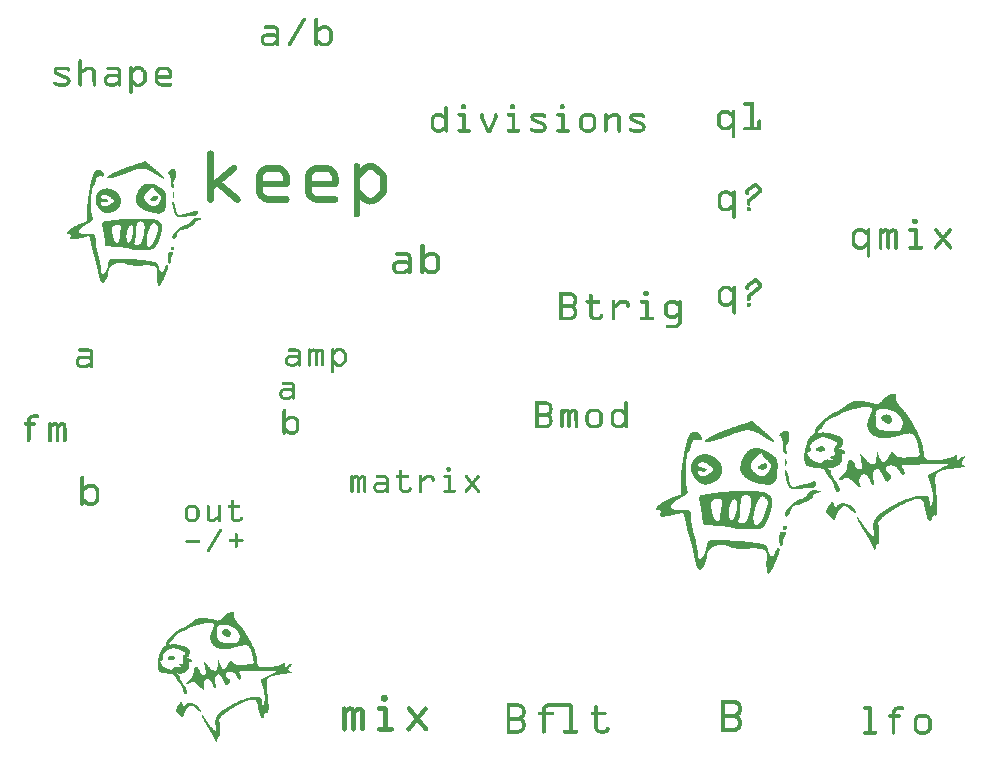
<source format=gto>
G04 MADE WITH FRITZING*
G04 WWW.FRITZING.ORG*
G04 DOUBLE SIDED*
G04 HOLES PLATED*
G04 CONTOUR ON CENTER OF CONTOUR VECTOR*
%ASAXBY*%
%FSLAX23Y23*%
%MOIN*%
%OFA0B0*%
%SFA1.0B1.0*%
%ADD10R,0.001000X0.001000*%
%LNSILK1*%
G90*
G70*
G54D10*
X1181Y2801D02*
X1184Y2801D01*
X1221Y2801D02*
X1224Y2801D01*
X1179Y2800D02*
X1186Y2800D01*
X1219Y2800D02*
X1226Y2800D01*
X1178Y2799D02*
X1187Y2799D01*
X1218Y2799D02*
X1227Y2799D01*
X1177Y2798D02*
X1188Y2798D01*
X1218Y2798D02*
X1228Y2798D01*
X1177Y2797D02*
X1188Y2797D01*
X1217Y2797D02*
X1228Y2797D01*
X1176Y2796D02*
X1188Y2796D01*
X1217Y2796D02*
X1228Y2796D01*
X1176Y2795D02*
X1188Y2795D01*
X1217Y2795D02*
X1228Y2795D01*
X1175Y2794D02*
X1188Y2794D01*
X1217Y2794D02*
X1229Y2794D01*
X1175Y2793D02*
X1188Y2793D01*
X1217Y2793D02*
X1229Y2793D01*
X1174Y2792D02*
X1187Y2792D01*
X1217Y2792D02*
X1229Y2792D01*
X1173Y2791D02*
X1187Y2791D01*
X1217Y2791D02*
X1229Y2791D01*
X1173Y2790D02*
X1186Y2790D01*
X1217Y2790D02*
X1229Y2790D01*
X1172Y2789D02*
X1186Y2789D01*
X1217Y2789D02*
X1229Y2789D01*
X1172Y2788D02*
X1185Y2788D01*
X1217Y2788D02*
X1229Y2788D01*
X1171Y2787D02*
X1184Y2787D01*
X1217Y2787D02*
X1229Y2787D01*
X1170Y2786D02*
X1184Y2786D01*
X1217Y2786D02*
X1229Y2786D01*
X1170Y2785D02*
X1183Y2785D01*
X1217Y2785D02*
X1229Y2785D01*
X1169Y2784D02*
X1183Y2784D01*
X1217Y2784D02*
X1229Y2784D01*
X1169Y2783D02*
X1182Y2783D01*
X1217Y2783D02*
X1229Y2783D01*
X1168Y2782D02*
X1182Y2782D01*
X1217Y2782D02*
X1229Y2782D01*
X1167Y2781D02*
X1181Y2781D01*
X1217Y2781D02*
X1229Y2781D01*
X1167Y2780D02*
X1180Y2780D01*
X1217Y2780D02*
X1229Y2780D01*
X1166Y2779D02*
X1180Y2779D01*
X1217Y2779D02*
X1229Y2779D01*
X1166Y2778D02*
X1179Y2778D01*
X1217Y2778D02*
X1229Y2778D01*
X1165Y2777D02*
X1179Y2777D01*
X1217Y2777D02*
X1229Y2777D01*
X1165Y2776D02*
X1178Y2776D01*
X1217Y2776D02*
X1229Y2776D01*
X1052Y2775D02*
X1084Y2775D01*
X1164Y2775D02*
X1177Y2775D01*
X1217Y2775D02*
X1229Y2775D01*
X1242Y2775D02*
X1258Y2775D01*
X1050Y2774D02*
X1087Y2774D01*
X1163Y2774D02*
X1177Y2774D01*
X1217Y2774D02*
X1229Y2774D01*
X1239Y2774D02*
X1261Y2774D01*
X1049Y2773D02*
X1089Y2773D01*
X1163Y2773D02*
X1176Y2773D01*
X1217Y2773D02*
X1229Y2773D01*
X1237Y2773D02*
X1263Y2773D01*
X1049Y2772D02*
X1091Y2772D01*
X1162Y2772D02*
X1176Y2772D01*
X1217Y2772D02*
X1229Y2772D01*
X1235Y2772D02*
X1265Y2772D01*
X1048Y2771D02*
X1092Y2771D01*
X1162Y2771D02*
X1175Y2771D01*
X1217Y2771D02*
X1229Y2771D01*
X1234Y2771D02*
X1266Y2771D01*
X1048Y2770D02*
X1094Y2770D01*
X1161Y2770D02*
X1175Y2770D01*
X1217Y2770D02*
X1229Y2770D01*
X1232Y2770D02*
X1268Y2770D01*
X1048Y2769D02*
X1095Y2769D01*
X1160Y2769D02*
X1174Y2769D01*
X1217Y2769D02*
X1229Y2769D01*
X1231Y2769D02*
X1269Y2769D01*
X1048Y2768D02*
X1096Y2768D01*
X1160Y2768D02*
X1173Y2768D01*
X1217Y2768D02*
X1270Y2768D01*
X1049Y2767D02*
X1096Y2767D01*
X1159Y2767D02*
X1173Y2767D01*
X1217Y2767D02*
X1271Y2767D01*
X1049Y2766D02*
X1097Y2766D01*
X1159Y2766D02*
X1172Y2766D01*
X1217Y2766D02*
X1272Y2766D01*
X1050Y2765D02*
X1098Y2765D01*
X1158Y2765D02*
X1172Y2765D01*
X1217Y2765D02*
X1273Y2765D01*
X1051Y2764D02*
X1098Y2764D01*
X1158Y2764D02*
X1171Y2764D01*
X1217Y2764D02*
X1273Y2764D01*
X1083Y2763D02*
X1099Y2763D01*
X1157Y2763D02*
X1170Y2763D01*
X1217Y2763D02*
X1245Y2763D01*
X1256Y2763D02*
X1274Y2763D01*
X1086Y2762D02*
X1099Y2762D01*
X1156Y2762D02*
X1170Y2762D01*
X1217Y2762D02*
X1242Y2762D01*
X1259Y2762D02*
X1275Y2762D01*
X1087Y2761D02*
X1099Y2761D01*
X1156Y2761D02*
X1169Y2761D01*
X1217Y2761D02*
X1240Y2761D01*
X1260Y2761D02*
X1275Y2761D01*
X1087Y2760D02*
X1099Y2760D01*
X1155Y2760D02*
X1169Y2760D01*
X1217Y2760D02*
X1239Y2760D01*
X1261Y2760D02*
X1276Y2760D01*
X1088Y2759D02*
X1100Y2759D01*
X1155Y2759D02*
X1168Y2759D01*
X1217Y2759D02*
X1238Y2759D01*
X1263Y2759D02*
X1276Y2759D01*
X1088Y2758D02*
X1100Y2758D01*
X1154Y2758D02*
X1168Y2758D01*
X1217Y2758D02*
X1237Y2758D01*
X1263Y2758D02*
X1276Y2758D01*
X1088Y2757D02*
X1100Y2757D01*
X1153Y2757D02*
X1167Y2757D01*
X1217Y2757D02*
X1236Y2757D01*
X1264Y2757D02*
X1277Y2757D01*
X1088Y2756D02*
X1100Y2756D01*
X1153Y2756D02*
X1166Y2756D01*
X1217Y2756D02*
X1235Y2756D01*
X1265Y2756D02*
X1277Y2756D01*
X1089Y2755D02*
X1100Y2755D01*
X1152Y2755D02*
X1166Y2755D01*
X1217Y2755D02*
X1233Y2755D01*
X1265Y2755D02*
X1277Y2755D01*
X1089Y2754D02*
X1100Y2754D01*
X1152Y2754D02*
X1165Y2754D01*
X1217Y2754D02*
X1232Y2754D01*
X1266Y2754D02*
X1277Y2754D01*
X1089Y2753D02*
X1100Y2753D01*
X1151Y2753D02*
X1165Y2753D01*
X1217Y2753D02*
X1231Y2753D01*
X1266Y2753D02*
X1277Y2753D01*
X1089Y2752D02*
X1100Y2752D01*
X1151Y2752D02*
X1164Y2752D01*
X1217Y2752D02*
X1230Y2752D01*
X1266Y2752D02*
X1277Y2752D01*
X1089Y2751D02*
X1100Y2751D01*
X1150Y2751D02*
X1163Y2751D01*
X1217Y2751D02*
X1229Y2751D01*
X1266Y2751D02*
X1277Y2751D01*
X1089Y2750D02*
X1100Y2750D01*
X1149Y2750D02*
X1163Y2750D01*
X1217Y2750D02*
X1229Y2750D01*
X1266Y2750D02*
X1277Y2750D01*
X1055Y2749D02*
X1084Y2749D01*
X1089Y2749D02*
X1100Y2749D01*
X1149Y2749D02*
X1162Y2749D01*
X1217Y2749D02*
X1229Y2749D01*
X1266Y2749D02*
X1277Y2749D01*
X1051Y2748D02*
X1100Y2748D01*
X1148Y2748D02*
X1162Y2748D01*
X1217Y2748D02*
X1229Y2748D01*
X1266Y2748D02*
X1277Y2748D01*
X1049Y2747D02*
X1100Y2747D01*
X1148Y2747D02*
X1161Y2747D01*
X1217Y2747D02*
X1229Y2747D01*
X1266Y2747D02*
X1277Y2747D01*
X1047Y2746D02*
X1100Y2746D01*
X1147Y2746D02*
X1160Y2746D01*
X1217Y2746D02*
X1229Y2746D01*
X1266Y2746D02*
X1277Y2746D01*
X1046Y2745D02*
X1100Y2745D01*
X1146Y2745D02*
X1160Y2745D01*
X1217Y2745D02*
X1229Y2745D01*
X1266Y2745D02*
X1277Y2745D01*
X1045Y2744D02*
X1100Y2744D01*
X1146Y2744D02*
X1159Y2744D01*
X1217Y2744D02*
X1229Y2744D01*
X1266Y2744D02*
X1277Y2744D01*
X1044Y2743D02*
X1100Y2743D01*
X1145Y2743D02*
X1159Y2743D01*
X1217Y2743D02*
X1229Y2743D01*
X1266Y2743D02*
X1277Y2743D01*
X1043Y2742D02*
X1100Y2742D01*
X1145Y2742D02*
X1158Y2742D01*
X1217Y2742D02*
X1229Y2742D01*
X1266Y2742D02*
X1277Y2742D01*
X1043Y2741D02*
X1100Y2741D01*
X1144Y2741D02*
X1158Y2741D01*
X1217Y2741D02*
X1229Y2741D01*
X1266Y2741D02*
X1277Y2741D01*
X1042Y2740D02*
X1100Y2740D01*
X1144Y2740D02*
X1157Y2740D01*
X1217Y2740D02*
X1229Y2740D01*
X1266Y2740D02*
X1277Y2740D01*
X1041Y2739D02*
X1100Y2739D01*
X1143Y2739D02*
X1156Y2739D01*
X1217Y2739D02*
X1229Y2739D01*
X1266Y2739D02*
X1277Y2739D01*
X1041Y2738D02*
X1100Y2738D01*
X1142Y2738D02*
X1156Y2738D01*
X1217Y2738D02*
X1229Y2738D01*
X1266Y2738D02*
X1277Y2738D01*
X1041Y2737D02*
X1054Y2737D01*
X1085Y2737D02*
X1100Y2737D01*
X1142Y2737D02*
X1155Y2737D01*
X1217Y2737D02*
X1229Y2737D01*
X1266Y2737D02*
X1277Y2737D01*
X1040Y2736D02*
X1053Y2736D01*
X1086Y2736D02*
X1100Y2736D01*
X1141Y2736D02*
X1155Y2736D01*
X1217Y2736D02*
X1229Y2736D01*
X1266Y2736D02*
X1277Y2736D01*
X1040Y2735D02*
X1052Y2735D01*
X1087Y2735D02*
X1100Y2735D01*
X1141Y2735D02*
X1154Y2735D01*
X1217Y2735D02*
X1229Y2735D01*
X1266Y2735D02*
X1277Y2735D01*
X1040Y2734D02*
X1051Y2734D01*
X1088Y2734D02*
X1100Y2734D01*
X1140Y2734D02*
X1153Y2734D01*
X1217Y2734D02*
X1229Y2734D01*
X1266Y2734D02*
X1277Y2734D01*
X1040Y2733D02*
X1051Y2733D01*
X1088Y2733D02*
X1100Y2733D01*
X1139Y2733D02*
X1153Y2733D01*
X1217Y2733D02*
X1229Y2733D01*
X1266Y2733D02*
X1277Y2733D01*
X1040Y2732D02*
X1050Y2732D01*
X1088Y2732D02*
X1100Y2732D01*
X1139Y2732D02*
X1152Y2732D01*
X1217Y2732D02*
X1229Y2732D01*
X1266Y2732D02*
X1277Y2732D01*
X1040Y2731D02*
X1050Y2731D01*
X1089Y2731D02*
X1100Y2731D01*
X1138Y2731D02*
X1152Y2731D01*
X1217Y2731D02*
X1229Y2731D01*
X1266Y2731D02*
X1277Y2731D01*
X1040Y2730D02*
X1050Y2730D01*
X1089Y2730D02*
X1100Y2730D01*
X1138Y2730D02*
X1151Y2730D01*
X1217Y2730D02*
X1230Y2730D01*
X1266Y2730D02*
X1277Y2730D01*
X1040Y2729D02*
X1050Y2729D01*
X1089Y2729D02*
X1100Y2729D01*
X1137Y2729D02*
X1151Y2729D01*
X1217Y2729D02*
X1230Y2729D01*
X1266Y2729D02*
X1277Y2729D01*
X1040Y2728D02*
X1050Y2728D01*
X1089Y2728D02*
X1100Y2728D01*
X1137Y2728D02*
X1150Y2728D01*
X1217Y2728D02*
X1231Y2728D01*
X1266Y2728D02*
X1277Y2728D01*
X1040Y2727D02*
X1050Y2727D01*
X1089Y2727D02*
X1100Y2727D01*
X1136Y2727D02*
X1149Y2727D01*
X1217Y2727D02*
X1233Y2727D01*
X1266Y2727D02*
X1277Y2727D01*
X1040Y2726D02*
X1050Y2726D01*
X1088Y2726D02*
X1100Y2726D01*
X1135Y2726D02*
X1149Y2726D01*
X1217Y2726D02*
X1234Y2726D01*
X1265Y2726D02*
X1277Y2726D01*
X1040Y2725D02*
X1050Y2725D01*
X1087Y2725D02*
X1100Y2725D01*
X1135Y2725D02*
X1148Y2725D01*
X1217Y2725D02*
X1235Y2725D01*
X1265Y2725D02*
X1277Y2725D01*
X1040Y2724D02*
X1050Y2724D01*
X1086Y2724D02*
X1100Y2724D01*
X1134Y2724D02*
X1148Y2724D01*
X1217Y2724D02*
X1236Y2724D01*
X1264Y2724D02*
X1277Y2724D01*
X1040Y2723D02*
X1050Y2723D01*
X1084Y2723D02*
X1100Y2723D01*
X1134Y2723D02*
X1147Y2723D01*
X1217Y2723D02*
X1237Y2723D01*
X1263Y2723D02*
X1277Y2723D01*
X1040Y2722D02*
X1050Y2722D01*
X1082Y2722D02*
X1100Y2722D01*
X1133Y2722D02*
X1146Y2722D01*
X1217Y2722D02*
X1238Y2722D01*
X1262Y2722D02*
X1276Y2722D01*
X1040Y2721D02*
X1051Y2721D01*
X1081Y2721D02*
X1100Y2721D01*
X1132Y2721D02*
X1146Y2721D01*
X1217Y2721D02*
X1239Y2721D01*
X1261Y2721D02*
X1276Y2721D01*
X1040Y2720D02*
X1051Y2720D01*
X1079Y2720D02*
X1100Y2720D01*
X1132Y2720D02*
X1145Y2720D01*
X1217Y2720D02*
X1241Y2720D01*
X1260Y2720D02*
X1275Y2720D01*
X1040Y2719D02*
X1052Y2719D01*
X1078Y2719D02*
X1100Y2719D01*
X1131Y2719D02*
X1145Y2719D01*
X1217Y2719D02*
X1242Y2719D01*
X1258Y2719D02*
X1275Y2719D01*
X1041Y2718D02*
X1054Y2718D01*
X1076Y2718D02*
X1100Y2718D01*
X1131Y2718D02*
X1144Y2718D01*
X1217Y2718D02*
X1274Y2718D01*
X1041Y2717D02*
X1100Y2717D01*
X1130Y2717D02*
X1144Y2717D01*
X1217Y2717D02*
X1273Y2717D01*
X1042Y2716D02*
X1100Y2716D01*
X1129Y2716D02*
X1143Y2716D01*
X1217Y2716D02*
X1273Y2716D01*
X1042Y2715D02*
X1100Y2715D01*
X1129Y2715D02*
X1142Y2715D01*
X1217Y2715D02*
X1272Y2715D01*
X1043Y2714D02*
X1100Y2714D01*
X1129Y2714D02*
X1142Y2714D01*
X1217Y2714D02*
X1271Y2714D01*
X1043Y2713D02*
X1100Y2713D01*
X1128Y2713D02*
X1141Y2713D01*
X1217Y2713D02*
X1228Y2713D01*
X1230Y2713D02*
X1270Y2713D01*
X1044Y2712D02*
X1100Y2712D01*
X1128Y2712D02*
X1141Y2712D01*
X1217Y2712D02*
X1228Y2712D01*
X1232Y2712D02*
X1268Y2712D01*
X1045Y2711D02*
X1086Y2711D01*
X1089Y2711D02*
X1100Y2711D01*
X1128Y2711D02*
X1140Y2711D01*
X1217Y2711D02*
X1228Y2711D01*
X1233Y2711D02*
X1267Y2711D01*
X1046Y2710D02*
X1085Y2710D01*
X1089Y2710D02*
X1099Y2710D01*
X1129Y2710D02*
X1139Y2710D01*
X1217Y2710D02*
X1228Y2710D01*
X1234Y2710D02*
X1266Y2710D01*
X1048Y2709D02*
X1083Y2709D01*
X1089Y2709D02*
X1099Y2709D01*
X1129Y2709D02*
X1139Y2709D01*
X1218Y2709D02*
X1228Y2709D01*
X1236Y2709D02*
X1265Y2709D01*
X1049Y2708D02*
X1081Y2708D01*
X1090Y2708D02*
X1098Y2708D01*
X1130Y2708D02*
X1138Y2708D01*
X1219Y2708D02*
X1227Y2708D01*
X1237Y2708D02*
X1263Y2708D01*
X1051Y2707D02*
X1079Y2707D01*
X1091Y2707D02*
X1097Y2707D01*
X1131Y2707D02*
X1137Y2707D01*
X1220Y2707D02*
X1226Y2707D01*
X1239Y2707D02*
X1261Y2707D01*
X1055Y2706D02*
X1077Y2706D01*
X1093Y2706D02*
X1095Y2706D01*
X1133Y2706D02*
X1135Y2706D01*
X1221Y2706D02*
X1224Y2706D01*
X1243Y2706D02*
X1258Y2706D01*
X436Y2663D02*
X437Y2663D01*
X434Y2662D02*
X439Y2662D01*
X433Y2661D02*
X441Y2661D01*
X432Y2660D02*
X441Y2660D01*
X432Y2659D02*
X442Y2659D01*
X431Y2658D02*
X442Y2658D01*
X431Y2657D02*
X442Y2657D01*
X431Y2656D02*
X442Y2656D01*
X431Y2655D02*
X442Y2655D01*
X431Y2654D02*
X442Y2654D01*
X431Y2653D02*
X442Y2653D01*
X431Y2652D02*
X442Y2652D01*
X431Y2651D02*
X442Y2651D01*
X431Y2650D02*
X442Y2650D01*
X431Y2649D02*
X442Y2649D01*
X431Y2648D02*
X442Y2648D01*
X431Y2647D02*
X442Y2647D01*
X431Y2646D02*
X442Y2646D01*
X431Y2645D02*
X442Y2645D01*
X431Y2644D02*
X442Y2644D01*
X431Y2643D02*
X442Y2643D01*
X431Y2642D02*
X442Y2642D01*
X431Y2641D02*
X442Y2641D01*
X431Y2640D02*
X442Y2640D01*
X604Y2640D02*
X609Y2640D01*
X624Y2640D02*
X635Y2640D01*
X431Y2639D02*
X442Y2639D01*
X602Y2639D02*
X610Y2639D01*
X621Y2639D02*
X638Y2639D01*
X360Y2638D02*
X390Y2638D01*
X431Y2638D02*
X442Y2638D01*
X461Y2638D02*
X473Y2638D01*
X528Y2638D02*
X558Y2638D01*
X602Y2638D02*
X610Y2638D01*
X619Y2638D02*
X640Y2638D01*
X704Y2638D02*
X724Y2638D01*
X357Y2637D02*
X393Y2637D01*
X431Y2637D02*
X442Y2637D01*
X457Y2637D02*
X476Y2637D01*
X527Y2637D02*
X561Y2637D01*
X601Y2637D02*
X611Y2637D01*
X618Y2637D02*
X641Y2637D01*
X701Y2637D02*
X727Y2637D01*
X355Y2636D02*
X396Y2636D01*
X431Y2636D02*
X442Y2636D01*
X455Y2636D02*
X478Y2636D01*
X526Y2636D02*
X563Y2636D01*
X601Y2636D02*
X611Y2636D01*
X617Y2636D02*
X642Y2636D01*
X699Y2636D02*
X729Y2636D01*
X354Y2635D02*
X398Y2635D01*
X431Y2635D02*
X442Y2635D01*
X454Y2635D02*
X480Y2635D01*
X525Y2635D02*
X565Y2635D01*
X601Y2635D02*
X611Y2635D01*
X616Y2635D02*
X644Y2635D01*
X697Y2635D02*
X731Y2635D01*
X353Y2634D02*
X399Y2634D01*
X431Y2634D02*
X442Y2634D01*
X452Y2634D02*
X481Y2634D01*
X524Y2634D02*
X566Y2634D01*
X601Y2634D02*
X611Y2634D01*
X615Y2634D02*
X645Y2634D01*
X695Y2634D02*
X733Y2634D01*
X352Y2633D02*
X400Y2633D01*
X431Y2633D02*
X442Y2633D01*
X450Y2633D02*
X482Y2633D01*
X524Y2633D02*
X568Y2633D01*
X601Y2633D02*
X611Y2633D01*
X614Y2633D02*
X646Y2633D01*
X694Y2633D02*
X734Y2633D01*
X351Y2632D02*
X401Y2632D01*
X431Y2632D02*
X442Y2632D01*
X449Y2632D02*
X483Y2632D01*
X524Y2632D02*
X569Y2632D01*
X601Y2632D02*
X647Y2632D01*
X693Y2632D02*
X735Y2632D01*
X350Y2631D02*
X402Y2631D01*
X431Y2631D02*
X442Y2631D01*
X447Y2631D02*
X484Y2631D01*
X524Y2631D02*
X570Y2631D01*
X601Y2631D02*
X648Y2631D01*
X692Y2631D02*
X736Y2631D01*
X350Y2630D02*
X402Y2630D01*
X431Y2630D02*
X442Y2630D01*
X446Y2630D02*
X485Y2630D01*
X525Y2630D02*
X570Y2630D01*
X601Y2630D02*
X649Y2630D01*
X691Y2630D02*
X737Y2630D01*
X349Y2629D02*
X403Y2629D01*
X431Y2629D02*
X442Y2629D01*
X444Y2629D02*
X485Y2629D01*
X526Y2629D02*
X571Y2629D01*
X601Y2629D02*
X650Y2629D01*
X690Y2629D02*
X738Y2629D01*
X349Y2628D02*
X403Y2628D01*
X431Y2628D02*
X486Y2628D01*
X527Y2628D02*
X572Y2628D01*
X601Y2628D02*
X625Y2628D01*
X634Y2628D02*
X651Y2628D01*
X689Y2628D02*
X739Y2628D01*
X349Y2627D02*
X403Y2627D01*
X431Y2627D02*
X486Y2627D01*
X528Y2627D02*
X572Y2627D01*
X601Y2627D02*
X623Y2627D01*
X636Y2627D02*
X652Y2627D01*
X689Y2627D02*
X739Y2627D01*
X348Y2626D02*
X360Y2626D01*
X390Y2626D02*
X403Y2626D01*
X431Y2626D02*
X461Y2626D01*
X473Y2626D02*
X486Y2626D01*
X559Y2626D02*
X572Y2626D01*
X601Y2626D02*
X622Y2626D01*
X637Y2626D02*
X653Y2626D01*
X688Y2626D02*
X704Y2626D01*
X724Y2626D02*
X740Y2626D01*
X348Y2625D02*
X359Y2625D01*
X392Y2625D02*
X402Y2625D01*
X431Y2625D02*
X459Y2625D01*
X474Y2625D02*
X487Y2625D01*
X561Y2625D02*
X573Y2625D01*
X601Y2625D02*
X621Y2625D01*
X638Y2625D02*
X654Y2625D01*
X688Y2625D02*
X702Y2625D01*
X726Y2625D02*
X741Y2625D01*
X348Y2624D02*
X359Y2624D01*
X393Y2624D02*
X402Y2624D01*
X431Y2624D02*
X457Y2624D01*
X475Y2624D02*
X487Y2624D01*
X562Y2624D02*
X573Y2624D01*
X601Y2624D02*
X620Y2624D01*
X639Y2624D02*
X655Y2624D01*
X687Y2624D02*
X701Y2624D01*
X728Y2624D02*
X741Y2624D01*
X348Y2623D02*
X359Y2623D01*
X394Y2623D02*
X401Y2623D01*
X431Y2623D02*
X456Y2623D01*
X476Y2623D02*
X487Y2623D01*
X562Y2623D02*
X573Y2623D01*
X601Y2623D02*
X619Y2623D01*
X640Y2623D02*
X656Y2623D01*
X687Y2623D02*
X700Y2623D01*
X729Y2623D02*
X741Y2623D01*
X348Y2622D02*
X359Y2622D01*
X396Y2622D02*
X399Y2622D01*
X431Y2622D02*
X454Y2622D01*
X476Y2622D02*
X487Y2622D01*
X562Y2622D02*
X573Y2622D01*
X601Y2622D02*
X618Y2622D01*
X641Y2622D02*
X656Y2622D01*
X686Y2622D02*
X699Y2622D01*
X730Y2622D02*
X742Y2622D01*
X348Y2621D02*
X360Y2621D01*
X431Y2621D02*
X453Y2621D01*
X476Y2621D02*
X487Y2621D01*
X563Y2621D02*
X573Y2621D01*
X601Y2621D02*
X617Y2621D01*
X642Y2621D02*
X657Y2621D01*
X686Y2621D02*
X698Y2621D01*
X730Y2621D02*
X742Y2621D01*
X349Y2620D02*
X361Y2620D01*
X431Y2620D02*
X451Y2620D01*
X476Y2620D02*
X487Y2620D01*
X563Y2620D02*
X573Y2620D01*
X601Y2620D02*
X616Y2620D01*
X644Y2620D02*
X657Y2620D01*
X686Y2620D02*
X697Y2620D01*
X731Y2620D02*
X742Y2620D01*
X349Y2619D02*
X364Y2619D01*
X431Y2619D02*
X450Y2619D01*
X476Y2619D02*
X487Y2619D01*
X563Y2619D02*
X573Y2619D01*
X601Y2619D02*
X615Y2619D01*
X645Y2619D02*
X657Y2619D01*
X685Y2619D02*
X697Y2619D01*
X731Y2619D02*
X743Y2619D01*
X349Y2618D02*
X366Y2618D01*
X431Y2618D02*
X448Y2618D01*
X476Y2618D02*
X487Y2618D01*
X563Y2618D02*
X573Y2618D01*
X601Y2618D02*
X614Y2618D01*
X646Y2618D02*
X658Y2618D01*
X685Y2618D02*
X696Y2618D01*
X732Y2618D02*
X743Y2618D01*
X350Y2617D02*
X368Y2617D01*
X431Y2617D02*
X447Y2617D01*
X476Y2617D02*
X487Y2617D01*
X563Y2617D02*
X573Y2617D01*
X601Y2617D02*
X613Y2617D01*
X646Y2617D02*
X658Y2617D01*
X685Y2617D02*
X696Y2617D01*
X732Y2617D02*
X743Y2617D01*
X350Y2616D02*
X371Y2616D01*
X431Y2616D02*
X445Y2616D01*
X477Y2616D02*
X487Y2616D01*
X563Y2616D02*
X573Y2616D01*
X601Y2616D02*
X613Y2616D01*
X647Y2616D02*
X658Y2616D01*
X685Y2616D02*
X696Y2616D01*
X732Y2616D02*
X743Y2616D01*
X351Y2615D02*
X373Y2615D01*
X431Y2615D02*
X443Y2615D01*
X477Y2615D02*
X487Y2615D01*
X563Y2615D02*
X573Y2615D01*
X601Y2615D02*
X612Y2615D01*
X647Y2615D02*
X658Y2615D01*
X685Y2615D02*
X696Y2615D01*
X732Y2615D02*
X743Y2615D01*
X351Y2614D02*
X375Y2614D01*
X431Y2614D02*
X442Y2614D01*
X477Y2614D02*
X487Y2614D01*
X563Y2614D02*
X573Y2614D01*
X601Y2614D02*
X612Y2614D01*
X647Y2614D02*
X658Y2614D01*
X685Y2614D02*
X696Y2614D01*
X732Y2614D02*
X743Y2614D01*
X352Y2613D02*
X378Y2613D01*
X431Y2613D02*
X442Y2613D01*
X477Y2613D02*
X487Y2613D01*
X530Y2613D02*
X559Y2613D01*
X563Y2613D02*
X573Y2613D01*
X601Y2613D02*
X611Y2613D01*
X647Y2613D02*
X658Y2613D01*
X685Y2613D02*
X696Y2613D01*
X732Y2613D02*
X743Y2613D01*
X353Y2612D02*
X380Y2612D01*
X431Y2612D02*
X442Y2612D01*
X477Y2612D02*
X487Y2612D01*
X527Y2612D02*
X573Y2612D01*
X601Y2612D02*
X611Y2612D01*
X647Y2612D02*
X658Y2612D01*
X685Y2612D02*
X696Y2612D01*
X732Y2612D02*
X743Y2612D01*
X354Y2611D02*
X382Y2611D01*
X431Y2611D02*
X442Y2611D01*
X477Y2611D02*
X488Y2611D01*
X525Y2611D02*
X573Y2611D01*
X601Y2611D02*
X611Y2611D01*
X647Y2611D02*
X658Y2611D01*
X685Y2611D02*
X696Y2611D01*
X732Y2611D02*
X743Y2611D01*
X356Y2610D02*
X385Y2610D01*
X431Y2610D02*
X442Y2610D01*
X477Y2610D02*
X488Y2610D01*
X523Y2610D02*
X573Y2610D01*
X601Y2610D02*
X611Y2610D01*
X647Y2610D02*
X658Y2610D01*
X685Y2610D02*
X743Y2610D01*
X358Y2609D02*
X387Y2609D01*
X431Y2609D02*
X442Y2609D01*
X477Y2609D02*
X488Y2609D01*
X522Y2609D02*
X573Y2609D01*
X601Y2609D02*
X611Y2609D01*
X647Y2609D02*
X658Y2609D01*
X685Y2609D02*
X743Y2609D01*
X361Y2608D02*
X389Y2608D01*
X431Y2608D02*
X442Y2608D01*
X477Y2608D02*
X488Y2608D01*
X521Y2608D02*
X573Y2608D01*
X601Y2608D02*
X611Y2608D01*
X647Y2608D02*
X658Y2608D01*
X685Y2608D02*
X743Y2608D01*
X363Y2607D02*
X392Y2607D01*
X431Y2607D02*
X442Y2607D01*
X477Y2607D02*
X488Y2607D01*
X520Y2607D02*
X573Y2607D01*
X601Y2607D02*
X611Y2607D01*
X647Y2607D02*
X658Y2607D01*
X685Y2607D02*
X743Y2607D01*
X365Y2606D02*
X394Y2606D01*
X431Y2606D02*
X442Y2606D01*
X477Y2606D02*
X488Y2606D01*
X519Y2606D02*
X573Y2606D01*
X601Y2606D02*
X611Y2606D01*
X647Y2606D02*
X658Y2606D01*
X685Y2606D02*
X743Y2606D01*
X367Y2605D02*
X396Y2605D01*
X431Y2605D02*
X442Y2605D01*
X477Y2605D02*
X488Y2605D01*
X519Y2605D02*
X573Y2605D01*
X601Y2605D02*
X611Y2605D01*
X647Y2605D02*
X658Y2605D01*
X685Y2605D02*
X743Y2605D01*
X370Y2604D02*
X397Y2604D01*
X431Y2604D02*
X442Y2604D01*
X477Y2604D02*
X488Y2604D01*
X518Y2604D02*
X573Y2604D01*
X601Y2604D02*
X611Y2604D01*
X647Y2604D02*
X658Y2604D01*
X685Y2604D02*
X743Y2604D01*
X372Y2603D02*
X398Y2603D01*
X431Y2603D02*
X442Y2603D01*
X477Y2603D02*
X488Y2603D01*
X518Y2603D02*
X573Y2603D01*
X601Y2603D02*
X611Y2603D01*
X647Y2603D02*
X658Y2603D01*
X685Y2603D02*
X742Y2603D01*
X374Y2602D02*
X399Y2602D01*
X431Y2602D02*
X442Y2602D01*
X477Y2602D02*
X488Y2602D01*
X517Y2602D02*
X531Y2602D01*
X558Y2602D02*
X573Y2602D01*
X601Y2602D02*
X611Y2602D01*
X647Y2602D02*
X658Y2602D01*
X685Y2602D02*
X742Y2602D01*
X377Y2601D02*
X400Y2601D01*
X431Y2601D02*
X442Y2601D01*
X477Y2601D02*
X488Y2601D01*
X517Y2601D02*
X529Y2601D01*
X560Y2601D02*
X573Y2601D01*
X601Y2601D02*
X611Y2601D01*
X647Y2601D02*
X658Y2601D01*
X685Y2601D02*
X741Y2601D01*
X379Y2600D02*
X401Y2600D01*
X431Y2600D02*
X442Y2600D01*
X477Y2600D02*
X488Y2600D01*
X517Y2600D02*
X528Y2600D01*
X561Y2600D02*
X573Y2600D01*
X601Y2600D02*
X611Y2600D01*
X647Y2600D02*
X658Y2600D01*
X685Y2600D02*
X740Y2600D01*
X381Y2599D02*
X401Y2599D01*
X431Y2599D02*
X442Y2599D01*
X477Y2599D02*
X488Y2599D01*
X516Y2599D02*
X527Y2599D01*
X562Y2599D02*
X573Y2599D01*
X601Y2599D02*
X611Y2599D01*
X647Y2599D02*
X658Y2599D01*
X685Y2599D02*
X737Y2599D01*
X384Y2598D02*
X402Y2598D01*
X431Y2598D02*
X442Y2598D01*
X477Y2598D02*
X488Y2598D01*
X516Y2598D02*
X526Y2598D01*
X562Y2598D02*
X573Y2598D01*
X601Y2598D02*
X611Y2598D01*
X647Y2598D02*
X658Y2598D01*
X685Y2598D02*
X696Y2598D01*
X386Y2597D02*
X402Y2597D01*
X431Y2597D02*
X442Y2597D01*
X477Y2597D02*
X488Y2597D01*
X516Y2597D02*
X526Y2597D01*
X563Y2597D02*
X573Y2597D01*
X601Y2597D02*
X611Y2597D01*
X647Y2597D02*
X658Y2597D01*
X685Y2597D02*
X696Y2597D01*
X388Y2596D02*
X403Y2596D01*
X431Y2596D02*
X442Y2596D01*
X477Y2596D02*
X488Y2596D01*
X516Y2596D02*
X526Y2596D01*
X563Y2596D02*
X573Y2596D01*
X601Y2596D02*
X612Y2596D01*
X647Y2596D02*
X658Y2596D01*
X685Y2596D02*
X696Y2596D01*
X390Y2595D02*
X403Y2595D01*
X431Y2595D02*
X442Y2595D01*
X477Y2595D02*
X488Y2595D01*
X516Y2595D02*
X526Y2595D01*
X563Y2595D02*
X573Y2595D01*
X601Y2595D02*
X612Y2595D01*
X647Y2595D02*
X658Y2595D01*
X685Y2595D02*
X696Y2595D01*
X391Y2594D02*
X403Y2594D01*
X431Y2594D02*
X442Y2594D01*
X477Y2594D02*
X488Y2594D01*
X516Y2594D02*
X526Y2594D01*
X563Y2594D02*
X573Y2594D01*
X601Y2594D02*
X613Y2594D01*
X647Y2594D02*
X658Y2594D01*
X685Y2594D02*
X696Y2594D01*
X392Y2593D02*
X404Y2593D01*
X431Y2593D02*
X442Y2593D01*
X477Y2593D02*
X488Y2593D01*
X516Y2593D02*
X526Y2593D01*
X563Y2593D02*
X573Y2593D01*
X601Y2593D02*
X613Y2593D01*
X646Y2593D02*
X658Y2593D01*
X685Y2593D02*
X696Y2593D01*
X393Y2592D02*
X404Y2592D01*
X431Y2592D02*
X442Y2592D01*
X477Y2592D02*
X488Y2592D01*
X516Y2592D02*
X526Y2592D01*
X563Y2592D02*
X573Y2592D01*
X601Y2592D02*
X614Y2592D01*
X646Y2592D02*
X658Y2592D01*
X685Y2592D02*
X696Y2592D01*
X393Y2591D02*
X404Y2591D01*
X431Y2591D02*
X442Y2591D01*
X477Y2591D02*
X488Y2591D01*
X516Y2591D02*
X526Y2591D01*
X563Y2591D02*
X573Y2591D01*
X601Y2591D02*
X615Y2591D01*
X645Y2591D02*
X657Y2591D01*
X686Y2591D02*
X697Y2591D01*
X393Y2590D02*
X404Y2590D01*
X431Y2590D02*
X442Y2590D01*
X477Y2590D02*
X488Y2590D01*
X516Y2590D02*
X526Y2590D01*
X561Y2590D02*
X573Y2590D01*
X601Y2590D02*
X616Y2590D01*
X644Y2590D02*
X657Y2590D01*
X686Y2590D02*
X697Y2590D01*
X393Y2589D02*
X404Y2589D01*
X431Y2589D02*
X442Y2589D01*
X477Y2589D02*
X488Y2589D01*
X516Y2589D02*
X526Y2589D01*
X559Y2589D02*
X573Y2589D01*
X601Y2589D02*
X617Y2589D01*
X642Y2589D02*
X657Y2589D01*
X686Y2589D02*
X698Y2589D01*
X350Y2588D02*
X354Y2588D01*
X393Y2588D02*
X404Y2588D01*
X431Y2588D02*
X442Y2588D01*
X478Y2588D02*
X488Y2588D01*
X516Y2588D02*
X526Y2588D01*
X558Y2588D02*
X573Y2588D01*
X601Y2588D02*
X618Y2588D01*
X641Y2588D02*
X656Y2588D01*
X686Y2588D02*
X699Y2588D01*
X349Y2587D02*
X356Y2587D01*
X392Y2587D02*
X404Y2587D01*
X431Y2587D02*
X442Y2587D01*
X478Y2587D02*
X488Y2587D01*
X516Y2587D02*
X527Y2587D01*
X556Y2587D02*
X573Y2587D01*
X601Y2587D02*
X619Y2587D01*
X640Y2587D02*
X656Y2587D01*
X686Y2587D02*
X700Y2587D01*
X348Y2586D02*
X357Y2586D01*
X392Y2586D02*
X404Y2586D01*
X431Y2586D02*
X442Y2586D01*
X478Y2586D02*
X488Y2586D01*
X516Y2586D02*
X527Y2586D01*
X555Y2586D02*
X573Y2586D01*
X601Y2586D02*
X620Y2586D01*
X639Y2586D02*
X655Y2586D01*
X687Y2586D02*
X701Y2586D01*
X347Y2585D02*
X359Y2585D01*
X391Y2585D02*
X403Y2585D01*
X431Y2585D02*
X442Y2585D01*
X478Y2585D02*
X488Y2585D01*
X517Y2585D02*
X528Y2585D01*
X553Y2585D02*
X573Y2585D01*
X601Y2585D02*
X621Y2585D01*
X638Y2585D02*
X654Y2585D01*
X687Y2585D02*
X703Y2585D01*
X347Y2584D02*
X361Y2584D01*
X389Y2584D02*
X403Y2584D01*
X431Y2584D02*
X442Y2584D01*
X478Y2584D02*
X488Y2584D01*
X517Y2584D02*
X529Y2584D01*
X551Y2584D02*
X573Y2584D01*
X601Y2584D02*
X622Y2584D01*
X637Y2584D02*
X653Y2584D01*
X688Y2584D02*
X704Y2584D01*
X347Y2583D02*
X403Y2583D01*
X431Y2583D02*
X442Y2583D01*
X478Y2583D02*
X488Y2583D01*
X517Y2583D02*
X532Y2583D01*
X550Y2583D02*
X573Y2583D01*
X601Y2583D02*
X623Y2583D01*
X635Y2583D02*
X652Y2583D01*
X688Y2583D02*
X739Y2583D01*
X347Y2582D02*
X402Y2582D01*
X431Y2582D02*
X442Y2582D01*
X478Y2582D02*
X488Y2582D01*
X518Y2582D02*
X573Y2582D01*
X601Y2582D02*
X625Y2582D01*
X634Y2582D02*
X651Y2582D01*
X689Y2582D02*
X741Y2582D01*
X347Y2581D02*
X402Y2581D01*
X431Y2581D02*
X442Y2581D01*
X478Y2581D02*
X488Y2581D01*
X518Y2581D02*
X573Y2581D01*
X601Y2581D02*
X650Y2581D01*
X690Y2581D02*
X741Y2581D01*
X347Y2580D02*
X401Y2580D01*
X431Y2580D02*
X442Y2580D01*
X478Y2580D02*
X489Y2580D01*
X519Y2580D02*
X573Y2580D01*
X601Y2580D02*
X649Y2580D01*
X691Y2580D02*
X742Y2580D01*
X348Y2579D02*
X400Y2579D01*
X431Y2579D02*
X442Y2579D01*
X478Y2579D02*
X489Y2579D01*
X520Y2579D02*
X573Y2579D01*
X601Y2579D02*
X648Y2579D01*
X692Y2579D02*
X743Y2579D01*
X349Y2578D02*
X399Y2578D01*
X431Y2578D02*
X442Y2578D01*
X478Y2578D02*
X489Y2578D01*
X520Y2578D02*
X573Y2578D01*
X601Y2578D02*
X647Y2578D01*
X693Y2578D02*
X743Y2578D01*
X350Y2577D02*
X398Y2577D01*
X431Y2577D02*
X442Y2577D01*
X478Y2577D02*
X488Y2577D01*
X521Y2577D02*
X561Y2577D01*
X563Y2577D02*
X573Y2577D01*
X601Y2577D02*
X611Y2577D01*
X614Y2577D02*
X646Y2577D01*
X695Y2577D02*
X743Y2577D01*
X351Y2576D02*
X397Y2576D01*
X432Y2576D02*
X442Y2576D01*
X478Y2576D02*
X488Y2576D01*
X522Y2576D02*
X559Y2576D01*
X563Y2576D02*
X573Y2576D01*
X601Y2576D02*
X611Y2576D01*
X615Y2576D02*
X645Y2576D01*
X696Y2576D02*
X742Y2576D01*
X353Y2575D02*
X396Y2575D01*
X432Y2575D02*
X441Y2575D01*
X479Y2575D02*
X488Y2575D01*
X524Y2575D02*
X557Y2575D01*
X563Y2575D02*
X573Y2575D01*
X601Y2575D02*
X611Y2575D01*
X616Y2575D02*
X644Y2575D01*
X697Y2575D02*
X742Y2575D01*
X355Y2574D02*
X394Y2574D01*
X433Y2574D02*
X441Y2574D01*
X479Y2574D02*
X487Y2574D01*
X525Y2574D02*
X556Y2574D01*
X564Y2574D02*
X572Y2574D01*
X601Y2574D02*
X611Y2574D01*
X617Y2574D02*
X642Y2574D01*
X699Y2574D02*
X741Y2574D01*
X358Y2573D02*
X392Y2573D01*
X434Y2573D02*
X440Y2573D01*
X480Y2573D02*
X486Y2573D01*
X527Y2573D02*
X554Y2573D01*
X565Y2573D02*
X571Y2573D01*
X601Y2573D02*
X611Y2573D01*
X618Y2573D02*
X641Y2573D01*
X701Y2573D02*
X740Y2573D01*
X363Y2572D02*
X388Y2572D01*
X436Y2572D02*
X438Y2572D01*
X482Y2572D02*
X484Y2572D01*
X532Y2572D02*
X551Y2572D01*
X567Y2572D02*
X569Y2572D01*
X601Y2572D02*
X611Y2572D01*
X619Y2572D02*
X640Y2572D01*
X705Y2572D02*
X738Y2572D01*
X601Y2571D02*
X611Y2571D01*
X621Y2571D02*
X637Y2571D01*
X601Y2570D02*
X611Y2570D01*
X624Y2570D02*
X634Y2570D01*
X601Y2569D02*
X611Y2569D01*
X601Y2568D02*
X611Y2568D01*
X601Y2567D02*
X611Y2567D01*
X601Y2566D02*
X611Y2566D01*
X601Y2565D02*
X611Y2565D01*
X601Y2564D02*
X611Y2564D01*
X601Y2563D02*
X611Y2563D01*
X601Y2562D02*
X611Y2562D01*
X601Y2561D02*
X611Y2561D01*
X601Y2560D02*
X611Y2560D01*
X601Y2559D02*
X611Y2559D01*
X601Y2558D02*
X611Y2558D01*
X601Y2557D02*
X611Y2557D01*
X601Y2556D02*
X611Y2556D01*
X601Y2555D02*
X611Y2555D01*
X601Y2554D02*
X611Y2554D01*
X601Y2553D02*
X611Y2553D01*
X601Y2552D02*
X611Y2552D01*
X601Y2551D02*
X611Y2551D01*
X601Y2550D02*
X611Y2550D01*
X602Y2549D02*
X610Y2549D01*
X603Y2548D02*
X609Y2548D01*
X2651Y2519D02*
X2681Y2519D01*
X2649Y2518D02*
X2681Y2518D01*
X2648Y2517D02*
X2681Y2517D01*
X2647Y2516D02*
X2681Y2516D01*
X2647Y2515D02*
X2681Y2515D01*
X2647Y2514D02*
X2681Y2514D01*
X2647Y2513D02*
X2681Y2513D01*
X1709Y2512D02*
X1718Y2512D01*
X1874Y2512D02*
X1882Y2512D01*
X2039Y2512D02*
X2047Y2512D01*
X2647Y2512D02*
X2681Y2512D01*
X1707Y2511D02*
X1719Y2511D01*
X1872Y2511D02*
X1884Y2511D01*
X2037Y2511D02*
X2049Y2511D01*
X2647Y2511D02*
X2681Y2511D01*
X1706Y2510D02*
X1720Y2510D01*
X1871Y2510D02*
X1885Y2510D01*
X2036Y2510D02*
X2050Y2510D01*
X2648Y2510D02*
X2681Y2510D01*
X1706Y2509D02*
X1721Y2509D01*
X1871Y2509D02*
X1886Y2509D01*
X2035Y2509D02*
X2050Y2509D01*
X2648Y2509D02*
X2681Y2509D01*
X1705Y2508D02*
X1721Y2508D01*
X1870Y2508D02*
X1886Y2508D01*
X2035Y2508D02*
X2051Y2508D01*
X2650Y2508D02*
X2681Y2508D01*
X1654Y2507D02*
X1658Y2507D01*
X1705Y2507D02*
X1721Y2507D01*
X1870Y2507D02*
X1886Y2507D01*
X2035Y2507D02*
X2051Y2507D01*
X2670Y2507D02*
X2681Y2507D01*
X1653Y2506D02*
X1660Y2506D01*
X1705Y2506D02*
X1721Y2506D01*
X1870Y2506D02*
X1886Y2506D01*
X2035Y2506D02*
X2051Y2506D01*
X2670Y2506D02*
X2681Y2506D01*
X1652Y2505D02*
X1660Y2505D01*
X1705Y2505D02*
X1721Y2505D01*
X1870Y2505D02*
X1886Y2505D01*
X2035Y2505D02*
X2051Y2505D01*
X2670Y2505D02*
X2681Y2505D01*
X1652Y2504D02*
X1661Y2504D01*
X1705Y2504D02*
X1721Y2504D01*
X1870Y2504D02*
X1886Y2504D01*
X2035Y2504D02*
X2051Y2504D01*
X2670Y2504D02*
X2681Y2504D01*
X1651Y2503D02*
X1661Y2503D01*
X1705Y2503D02*
X1721Y2503D01*
X1870Y2503D02*
X1886Y2503D01*
X2035Y2503D02*
X2051Y2503D01*
X2670Y2503D02*
X2681Y2503D01*
X1651Y2502D02*
X1662Y2502D01*
X1705Y2502D02*
X1721Y2502D01*
X1870Y2502D02*
X1886Y2502D01*
X2035Y2502D02*
X2051Y2502D01*
X2670Y2502D02*
X2681Y2502D01*
X1651Y2501D02*
X1662Y2501D01*
X1705Y2501D02*
X1721Y2501D01*
X1870Y2501D02*
X1886Y2501D01*
X2035Y2501D02*
X2051Y2501D01*
X2670Y2501D02*
X2681Y2501D01*
X1651Y2500D02*
X1662Y2500D01*
X1706Y2500D02*
X1721Y2500D01*
X1870Y2500D02*
X1886Y2500D01*
X2035Y2500D02*
X2051Y2500D01*
X2670Y2500D02*
X2681Y2500D01*
X1651Y2499D02*
X1662Y2499D01*
X1706Y2499D02*
X1721Y2499D01*
X1871Y2499D02*
X1885Y2499D01*
X2036Y2499D02*
X2050Y2499D01*
X2670Y2499D02*
X2681Y2499D01*
X1651Y2498D02*
X1662Y2498D01*
X1707Y2498D02*
X1720Y2498D01*
X1872Y2498D02*
X1885Y2498D01*
X2036Y2498D02*
X2049Y2498D01*
X2670Y2498D02*
X2681Y2498D01*
X1651Y2497D02*
X1662Y2497D01*
X1708Y2497D02*
X1719Y2497D01*
X1873Y2497D02*
X1883Y2497D01*
X2038Y2497D02*
X2048Y2497D01*
X2670Y2497D02*
X2681Y2497D01*
X1651Y2496D02*
X1662Y2496D01*
X2670Y2496D02*
X2681Y2496D01*
X1651Y2495D02*
X1662Y2495D01*
X2670Y2495D02*
X2681Y2495D01*
X1651Y2494D02*
X1662Y2494D01*
X2670Y2494D02*
X2681Y2494D01*
X1651Y2493D02*
X1662Y2493D01*
X2577Y2493D02*
X2596Y2493D01*
X2610Y2493D02*
X2616Y2493D01*
X2670Y2493D02*
X2681Y2493D01*
X1651Y2492D02*
X1662Y2492D01*
X2574Y2492D02*
X2598Y2492D01*
X2609Y2492D02*
X2617Y2492D01*
X2670Y2492D02*
X2681Y2492D01*
X1651Y2491D02*
X1662Y2491D01*
X2572Y2491D02*
X2600Y2491D01*
X2609Y2491D02*
X2618Y2491D01*
X2670Y2491D02*
X2681Y2491D01*
X1651Y2490D02*
X1662Y2490D01*
X2571Y2490D02*
X2601Y2490D01*
X2608Y2490D02*
X2618Y2490D01*
X2670Y2490D02*
X2681Y2490D01*
X1651Y2489D02*
X1662Y2489D01*
X2570Y2489D02*
X2603Y2489D01*
X2608Y2489D02*
X2619Y2489D01*
X2670Y2489D02*
X2681Y2489D01*
X1651Y2488D02*
X1662Y2488D01*
X2569Y2488D02*
X2604Y2488D01*
X2608Y2488D02*
X2619Y2488D01*
X2670Y2488D02*
X2681Y2488D01*
X1651Y2487D02*
X1662Y2487D01*
X2567Y2487D02*
X2605Y2487D01*
X2608Y2487D02*
X2619Y2487D01*
X2670Y2487D02*
X2681Y2487D01*
X1651Y2486D02*
X1662Y2486D01*
X2566Y2486D02*
X2619Y2486D01*
X2670Y2486D02*
X2681Y2486D01*
X1651Y2485D02*
X1662Y2485D01*
X2565Y2485D02*
X2619Y2485D01*
X2670Y2485D02*
X2681Y2485D01*
X1651Y2484D02*
X1662Y2484D01*
X2564Y2484D02*
X2619Y2484D01*
X2670Y2484D02*
X2681Y2484D01*
X1623Y2483D02*
X1638Y2483D01*
X1651Y2483D02*
X1662Y2483D01*
X1698Y2483D02*
X1718Y2483D01*
X1774Y2483D02*
X1778Y2483D01*
X1820Y2483D02*
X1823Y2483D01*
X1863Y2483D02*
X1882Y2483D01*
X1948Y2483D02*
X1978Y2483D01*
X2027Y2483D02*
X2047Y2483D01*
X2118Y2483D02*
X2138Y2483D01*
X2187Y2483D02*
X2191Y2483D01*
X2212Y2483D02*
X2224Y2483D01*
X2278Y2483D02*
X2308Y2483D01*
X2564Y2483D02*
X2619Y2483D01*
X2670Y2483D02*
X2681Y2483D01*
X1620Y2482D02*
X1641Y2482D01*
X1651Y2482D02*
X1662Y2482D01*
X1696Y2482D02*
X1719Y2482D01*
X1773Y2482D02*
X1779Y2482D01*
X1818Y2482D02*
X1824Y2482D01*
X1861Y2482D02*
X1884Y2482D01*
X1945Y2482D02*
X1981Y2482D01*
X2026Y2482D02*
X2049Y2482D01*
X2115Y2482D02*
X2141Y2482D01*
X2186Y2482D02*
X2192Y2482D01*
X2208Y2482D02*
X2228Y2482D01*
X2275Y2482D02*
X2311Y2482D01*
X2563Y2482D02*
X2619Y2482D01*
X2670Y2482D02*
X2681Y2482D01*
X1618Y2481D02*
X1643Y2481D01*
X1651Y2481D02*
X1662Y2481D01*
X1695Y2481D02*
X1720Y2481D01*
X1772Y2481D02*
X1780Y2481D01*
X1817Y2481D02*
X1825Y2481D01*
X1860Y2481D02*
X1885Y2481D01*
X1944Y2481D02*
X1984Y2481D01*
X2025Y2481D02*
X2050Y2481D01*
X2113Y2481D02*
X2143Y2481D01*
X2185Y2481D02*
X2193Y2481D01*
X2207Y2481D02*
X2230Y2481D01*
X2273Y2481D02*
X2313Y2481D01*
X2562Y2481D02*
X2578Y2481D01*
X2594Y2481D02*
X2619Y2481D01*
X2670Y2481D02*
X2681Y2481D01*
X1617Y2480D02*
X1645Y2480D01*
X1651Y2480D02*
X1662Y2480D01*
X1694Y2480D02*
X1721Y2480D01*
X1771Y2480D02*
X1781Y2480D01*
X1817Y2480D02*
X1826Y2480D01*
X1859Y2480D02*
X1886Y2480D01*
X1942Y2480D02*
X1985Y2480D01*
X2024Y2480D02*
X2050Y2480D01*
X2111Y2480D02*
X2145Y2480D01*
X2184Y2480D02*
X2194Y2480D01*
X2205Y2480D02*
X2231Y2480D01*
X2272Y2480D02*
X2315Y2480D01*
X2562Y2480D02*
X2577Y2480D01*
X2596Y2480D02*
X2619Y2480D01*
X2670Y2480D02*
X2681Y2480D01*
X1616Y2479D02*
X1646Y2479D01*
X1651Y2479D02*
X1662Y2479D01*
X1694Y2479D02*
X1721Y2479D01*
X1771Y2479D02*
X1781Y2479D01*
X1816Y2479D02*
X1826Y2479D01*
X1859Y2479D02*
X1886Y2479D01*
X1941Y2479D02*
X1987Y2479D01*
X2024Y2479D02*
X2051Y2479D01*
X2110Y2479D02*
X2147Y2479D01*
X2184Y2479D02*
X2194Y2479D01*
X2203Y2479D02*
X2232Y2479D01*
X2271Y2479D02*
X2316Y2479D01*
X2561Y2479D02*
X2575Y2479D01*
X2597Y2479D02*
X2619Y2479D01*
X2670Y2479D02*
X2681Y2479D01*
X1614Y2478D02*
X1647Y2478D01*
X1651Y2478D02*
X1662Y2478D01*
X1694Y2478D02*
X1721Y2478D01*
X1771Y2478D02*
X1781Y2478D01*
X1816Y2478D02*
X1826Y2478D01*
X1859Y2478D02*
X1886Y2478D01*
X1940Y2478D02*
X1988Y2478D01*
X2024Y2478D02*
X2051Y2478D01*
X2109Y2478D02*
X2148Y2478D01*
X2184Y2478D02*
X2194Y2478D01*
X2202Y2478D02*
X2233Y2478D01*
X2270Y2478D02*
X2317Y2478D01*
X2561Y2478D02*
X2574Y2478D01*
X2598Y2478D02*
X2619Y2478D01*
X2670Y2478D02*
X2681Y2478D01*
X1613Y2477D02*
X1648Y2477D01*
X1651Y2477D02*
X1662Y2477D01*
X1694Y2477D02*
X1721Y2477D01*
X1771Y2477D02*
X1781Y2477D01*
X1816Y2477D02*
X1827Y2477D01*
X1859Y2477D02*
X1886Y2477D01*
X1939Y2477D02*
X1989Y2477D01*
X2024Y2477D02*
X2051Y2477D01*
X2108Y2477D02*
X2149Y2477D01*
X2183Y2477D02*
X2194Y2477D01*
X2200Y2477D02*
X2234Y2477D01*
X2269Y2477D02*
X2318Y2477D01*
X2561Y2477D02*
X2573Y2477D01*
X2599Y2477D02*
X2619Y2477D01*
X2670Y2477D02*
X2681Y2477D01*
X1612Y2476D02*
X1662Y2476D01*
X1694Y2476D02*
X1721Y2476D01*
X1771Y2476D02*
X1781Y2476D01*
X1816Y2476D02*
X1827Y2476D01*
X1859Y2476D02*
X1886Y2476D01*
X1939Y2476D02*
X1989Y2476D01*
X2024Y2476D02*
X2051Y2476D01*
X2107Y2476D02*
X2150Y2476D01*
X2183Y2476D02*
X2194Y2476D01*
X2199Y2476D02*
X2235Y2476D01*
X2268Y2476D02*
X2319Y2476D01*
X2560Y2476D02*
X2573Y2476D01*
X2600Y2476D02*
X2619Y2476D01*
X2670Y2476D02*
X2681Y2476D01*
X1611Y2475D02*
X1662Y2475D01*
X1695Y2475D02*
X1721Y2475D01*
X1771Y2475D02*
X1781Y2475D01*
X1816Y2475D02*
X1827Y2475D01*
X1859Y2475D02*
X1886Y2475D01*
X1938Y2475D02*
X1990Y2475D01*
X2024Y2475D02*
X2051Y2475D01*
X2106Y2475D02*
X2151Y2475D01*
X2183Y2475D02*
X2194Y2475D01*
X2197Y2475D02*
X2236Y2475D01*
X2268Y2475D02*
X2319Y2475D01*
X2560Y2475D02*
X2572Y2475D01*
X2601Y2475D02*
X2619Y2475D01*
X2670Y2475D02*
X2681Y2475D01*
X1610Y2474D02*
X1662Y2474D01*
X1695Y2474D02*
X1721Y2474D01*
X1771Y2474D02*
X1781Y2474D01*
X1816Y2474D02*
X1827Y2474D01*
X1860Y2474D02*
X1886Y2474D01*
X1938Y2474D02*
X1990Y2474D01*
X2025Y2474D02*
X2051Y2474D01*
X2105Y2474D02*
X2152Y2474D01*
X2183Y2474D02*
X2236Y2474D01*
X2268Y2474D02*
X2319Y2474D01*
X2560Y2474D02*
X2571Y2474D01*
X2603Y2474D02*
X2619Y2474D01*
X2670Y2474D02*
X2681Y2474D01*
X1609Y2473D02*
X1662Y2473D01*
X1696Y2473D02*
X1721Y2473D01*
X1771Y2473D02*
X1781Y2473D01*
X1816Y2473D02*
X1827Y2473D01*
X1861Y2473D02*
X1886Y2473D01*
X1938Y2473D02*
X1990Y2473D01*
X2026Y2473D02*
X2051Y2473D01*
X2104Y2473D02*
X2152Y2473D01*
X2183Y2473D02*
X2237Y2473D01*
X2267Y2473D02*
X2320Y2473D01*
X2560Y2473D02*
X2571Y2473D01*
X2604Y2473D02*
X2619Y2473D01*
X2670Y2473D02*
X2681Y2473D01*
X1608Y2472D02*
X1662Y2472D01*
X1699Y2472D02*
X1721Y2472D01*
X1771Y2472D02*
X1781Y2472D01*
X1816Y2472D02*
X1827Y2472D01*
X1864Y2472D02*
X1886Y2472D01*
X1937Y2472D02*
X1990Y2472D01*
X2028Y2472D02*
X2051Y2472D01*
X2103Y2472D02*
X2153Y2472D01*
X2183Y2472D02*
X2237Y2472D01*
X2267Y2472D02*
X2320Y2472D01*
X2560Y2472D02*
X2571Y2472D01*
X2605Y2472D02*
X2619Y2472D01*
X2670Y2472D02*
X2681Y2472D01*
X1608Y2471D02*
X1623Y2471D01*
X1638Y2471D02*
X1662Y2471D01*
X1711Y2471D02*
X1721Y2471D01*
X1771Y2471D02*
X1781Y2471D01*
X1816Y2471D02*
X1827Y2471D01*
X1876Y2471D02*
X1886Y2471D01*
X1937Y2471D02*
X1948Y2471D01*
X1979Y2471D02*
X1990Y2471D01*
X2041Y2471D02*
X2051Y2471D01*
X2103Y2471D02*
X2118Y2471D01*
X2139Y2471D02*
X2154Y2471D01*
X2183Y2471D02*
X2211Y2471D01*
X2224Y2471D02*
X2237Y2471D01*
X2267Y2471D02*
X2278Y2471D01*
X2308Y2471D02*
X2319Y2471D01*
X2560Y2471D02*
X2571Y2471D01*
X2606Y2471D02*
X2619Y2471D01*
X2670Y2471D02*
X2681Y2471D01*
X1607Y2470D02*
X1622Y2470D01*
X1640Y2470D02*
X1662Y2470D01*
X1711Y2470D02*
X1721Y2470D01*
X1771Y2470D02*
X1781Y2470D01*
X1816Y2470D02*
X1827Y2470D01*
X1876Y2470D02*
X1886Y2470D01*
X1937Y2470D02*
X1948Y2470D01*
X1980Y2470D02*
X1989Y2470D01*
X2041Y2470D02*
X2051Y2470D01*
X2102Y2470D02*
X2116Y2470D01*
X2141Y2470D02*
X2154Y2470D01*
X2183Y2470D02*
X2210Y2470D01*
X2226Y2470D02*
X2237Y2470D01*
X2267Y2470D02*
X2277Y2470D01*
X2310Y2470D02*
X2319Y2470D01*
X2560Y2470D02*
X2571Y2470D01*
X2607Y2470D02*
X2619Y2470D01*
X2670Y2470D02*
X2681Y2470D01*
X1607Y2469D02*
X1620Y2469D01*
X1641Y2469D02*
X1662Y2469D01*
X1711Y2469D02*
X1721Y2469D01*
X1771Y2469D02*
X1781Y2469D01*
X1816Y2469D02*
X1827Y2469D01*
X1876Y2469D02*
X1886Y2469D01*
X1937Y2469D02*
X1947Y2469D01*
X1981Y2469D02*
X1989Y2469D01*
X2041Y2469D02*
X2051Y2469D01*
X2102Y2469D02*
X2115Y2469D01*
X2142Y2469D02*
X2155Y2469D01*
X2183Y2469D02*
X2208Y2469D01*
X2226Y2469D02*
X2238Y2469D01*
X2267Y2469D02*
X2277Y2469D01*
X2311Y2469D02*
X2318Y2469D01*
X2560Y2469D02*
X2571Y2469D01*
X2607Y2469D02*
X2619Y2469D01*
X2670Y2469D02*
X2681Y2469D01*
X1607Y2468D02*
X1619Y2468D01*
X1642Y2468D02*
X1662Y2468D01*
X1711Y2468D02*
X1721Y2468D01*
X1771Y2468D02*
X1782Y2468D01*
X1815Y2468D02*
X1826Y2468D01*
X1876Y2468D02*
X1886Y2468D01*
X1937Y2468D02*
X1947Y2468D01*
X1983Y2468D02*
X1987Y2468D01*
X2041Y2468D02*
X2051Y2468D01*
X2101Y2468D02*
X2114Y2468D01*
X2143Y2468D02*
X2155Y2468D01*
X2183Y2468D02*
X2207Y2468D01*
X2227Y2468D02*
X2238Y2468D01*
X2267Y2468D02*
X2277Y2468D01*
X2312Y2468D02*
X2317Y2468D01*
X2560Y2468D02*
X2571Y2468D01*
X2607Y2468D02*
X2619Y2468D01*
X2670Y2468D02*
X2681Y2468D01*
X1606Y2467D02*
X1618Y2467D01*
X1643Y2467D02*
X1662Y2467D01*
X1711Y2467D02*
X1721Y2467D01*
X1771Y2467D02*
X1782Y2467D01*
X1815Y2467D02*
X1826Y2467D01*
X1876Y2467D02*
X1886Y2467D01*
X1937Y2467D02*
X1948Y2467D01*
X2041Y2467D02*
X2051Y2467D01*
X2101Y2467D02*
X2113Y2467D01*
X2144Y2467D02*
X2155Y2467D01*
X2183Y2467D02*
X2205Y2467D01*
X2227Y2467D02*
X2238Y2467D01*
X2267Y2467D02*
X2277Y2467D01*
X2560Y2467D02*
X2571Y2467D01*
X2608Y2467D02*
X2619Y2467D01*
X2670Y2467D02*
X2681Y2467D01*
X1606Y2466D02*
X1618Y2466D01*
X1644Y2466D02*
X1662Y2466D01*
X1711Y2466D02*
X1721Y2466D01*
X1771Y2466D02*
X1783Y2466D01*
X1815Y2466D02*
X1826Y2466D01*
X1876Y2466D02*
X1886Y2466D01*
X1937Y2466D02*
X1949Y2466D01*
X2041Y2466D02*
X2051Y2466D01*
X2101Y2466D02*
X2112Y2466D01*
X2145Y2466D02*
X2156Y2466D01*
X2183Y2466D02*
X2203Y2466D01*
X2227Y2466D02*
X2238Y2466D01*
X2267Y2466D02*
X2279Y2466D01*
X2560Y2466D02*
X2571Y2466D01*
X2608Y2466D02*
X2619Y2466D01*
X2670Y2466D02*
X2681Y2466D01*
X1606Y2465D02*
X1617Y2465D01*
X1646Y2465D02*
X1662Y2465D01*
X1711Y2465D02*
X1721Y2465D01*
X1771Y2465D02*
X1783Y2465D01*
X1814Y2465D02*
X1826Y2465D01*
X1876Y2465D02*
X1886Y2465D01*
X1938Y2465D02*
X1951Y2465D01*
X2041Y2465D02*
X2051Y2465D01*
X2101Y2465D02*
X2112Y2465D01*
X2145Y2465D02*
X2156Y2465D01*
X2183Y2465D02*
X2202Y2465D01*
X2227Y2465D02*
X2238Y2465D01*
X2267Y2465D02*
X2281Y2465D01*
X2560Y2465D02*
X2571Y2465D01*
X2608Y2465D02*
X2619Y2465D01*
X2670Y2465D02*
X2681Y2465D01*
X1606Y2464D02*
X1617Y2464D01*
X1647Y2464D02*
X1662Y2464D01*
X1711Y2464D02*
X1721Y2464D01*
X1772Y2464D02*
X1784Y2464D01*
X1814Y2464D02*
X1825Y2464D01*
X1876Y2464D02*
X1886Y2464D01*
X1938Y2464D02*
X1953Y2464D01*
X2041Y2464D02*
X2051Y2464D01*
X2100Y2464D02*
X2111Y2464D01*
X2145Y2464D02*
X2156Y2464D01*
X2183Y2464D02*
X2200Y2464D01*
X2227Y2464D02*
X2238Y2464D01*
X2267Y2464D02*
X2283Y2464D01*
X2560Y2464D02*
X2571Y2464D01*
X2608Y2464D02*
X2619Y2464D01*
X2670Y2464D02*
X2681Y2464D01*
X1606Y2463D02*
X1616Y2463D01*
X1648Y2463D02*
X1662Y2463D01*
X1711Y2463D02*
X1721Y2463D01*
X1772Y2463D02*
X1784Y2463D01*
X1813Y2463D02*
X1825Y2463D01*
X1876Y2463D02*
X1886Y2463D01*
X1938Y2463D02*
X1956Y2463D01*
X2041Y2463D02*
X2051Y2463D01*
X2100Y2463D02*
X2111Y2463D01*
X2146Y2463D02*
X2156Y2463D01*
X2183Y2463D02*
X2199Y2463D01*
X2227Y2463D02*
X2238Y2463D01*
X2268Y2463D02*
X2285Y2463D01*
X2560Y2463D02*
X2571Y2463D01*
X2608Y2463D02*
X2619Y2463D01*
X2670Y2463D02*
X2681Y2463D01*
X1606Y2462D02*
X1616Y2462D01*
X1649Y2462D02*
X1662Y2462D01*
X1711Y2462D02*
X1721Y2462D01*
X1773Y2462D02*
X1784Y2462D01*
X1813Y2462D02*
X1824Y2462D01*
X1876Y2462D02*
X1886Y2462D01*
X1939Y2462D02*
X1958Y2462D01*
X2041Y2462D02*
X2051Y2462D01*
X2100Y2462D02*
X2111Y2462D01*
X2146Y2462D02*
X2156Y2462D01*
X2183Y2462D02*
X2197Y2462D01*
X2227Y2462D02*
X2238Y2462D01*
X2268Y2462D02*
X2288Y2462D01*
X2560Y2462D02*
X2571Y2462D01*
X2608Y2462D02*
X2619Y2462D01*
X2670Y2462D02*
X2681Y2462D01*
X2699Y2462D02*
X2701Y2462D01*
X1606Y2461D02*
X1616Y2461D01*
X1650Y2461D02*
X1662Y2461D01*
X1711Y2461D02*
X1721Y2461D01*
X1773Y2461D02*
X1785Y2461D01*
X1812Y2461D02*
X1824Y2461D01*
X1876Y2461D02*
X1886Y2461D01*
X1939Y2461D02*
X1960Y2461D01*
X2041Y2461D02*
X2051Y2461D01*
X2100Y2461D02*
X2111Y2461D01*
X2146Y2461D02*
X2156Y2461D01*
X2183Y2461D02*
X2196Y2461D01*
X2227Y2461D02*
X2238Y2461D01*
X2269Y2461D02*
X2290Y2461D01*
X2560Y2461D02*
X2571Y2461D01*
X2608Y2461D02*
X2619Y2461D01*
X2670Y2461D02*
X2681Y2461D01*
X2697Y2461D02*
X2703Y2461D01*
X1606Y2460D02*
X1616Y2460D01*
X1651Y2460D02*
X1662Y2460D01*
X1711Y2460D02*
X1721Y2460D01*
X1774Y2460D02*
X1785Y2460D01*
X1812Y2460D02*
X1824Y2460D01*
X1876Y2460D02*
X1886Y2460D01*
X1940Y2460D02*
X1963Y2460D01*
X2041Y2460D02*
X2051Y2460D01*
X2100Y2460D02*
X2111Y2460D01*
X2146Y2460D02*
X2156Y2460D01*
X2183Y2460D02*
X2194Y2460D01*
X2227Y2460D02*
X2238Y2460D01*
X2270Y2460D02*
X2292Y2460D01*
X2560Y2460D02*
X2571Y2460D01*
X2608Y2460D02*
X2619Y2460D01*
X2670Y2460D02*
X2681Y2460D01*
X2696Y2460D02*
X2704Y2460D01*
X1606Y2459D02*
X1616Y2459D01*
X1651Y2459D02*
X1662Y2459D01*
X1711Y2459D02*
X1721Y2459D01*
X1774Y2459D02*
X1786Y2459D01*
X1812Y2459D02*
X1823Y2459D01*
X1876Y2459D02*
X1886Y2459D01*
X1941Y2459D02*
X1965Y2459D01*
X2041Y2459D02*
X2051Y2459D01*
X2100Y2459D02*
X2111Y2459D01*
X2146Y2459D02*
X2156Y2459D01*
X2183Y2459D02*
X2194Y2459D01*
X2227Y2459D02*
X2238Y2459D01*
X2270Y2459D02*
X2295Y2459D01*
X2560Y2459D02*
X2571Y2459D01*
X2608Y2459D02*
X2619Y2459D01*
X2670Y2459D02*
X2681Y2459D01*
X2695Y2459D02*
X2704Y2459D01*
X1606Y2458D02*
X1616Y2458D01*
X1651Y2458D02*
X1662Y2458D01*
X1711Y2458D02*
X1721Y2458D01*
X1775Y2458D02*
X1786Y2458D01*
X1811Y2458D02*
X1823Y2458D01*
X1876Y2458D02*
X1886Y2458D01*
X1942Y2458D02*
X1967Y2458D01*
X2041Y2458D02*
X2051Y2458D01*
X2100Y2458D02*
X2111Y2458D01*
X2146Y2458D02*
X2156Y2458D01*
X2183Y2458D02*
X2194Y2458D01*
X2227Y2458D02*
X2238Y2458D01*
X2271Y2458D02*
X2297Y2458D01*
X2560Y2458D02*
X2571Y2458D01*
X2608Y2458D02*
X2619Y2458D01*
X2670Y2458D02*
X2681Y2458D01*
X2695Y2458D02*
X2705Y2458D01*
X1606Y2457D02*
X1616Y2457D01*
X1651Y2457D02*
X1662Y2457D01*
X1711Y2457D02*
X1721Y2457D01*
X1775Y2457D02*
X1787Y2457D01*
X1811Y2457D02*
X1822Y2457D01*
X1876Y2457D02*
X1886Y2457D01*
X1943Y2457D02*
X1970Y2457D01*
X2041Y2457D02*
X2051Y2457D01*
X2100Y2457D02*
X2111Y2457D01*
X2146Y2457D02*
X2156Y2457D01*
X2183Y2457D02*
X2194Y2457D01*
X2227Y2457D02*
X2238Y2457D01*
X2273Y2457D02*
X2299Y2457D01*
X2560Y2457D02*
X2571Y2457D01*
X2608Y2457D02*
X2619Y2457D01*
X2670Y2457D02*
X2681Y2457D01*
X2694Y2457D02*
X2705Y2457D01*
X1606Y2456D02*
X1616Y2456D01*
X1651Y2456D02*
X1662Y2456D01*
X1711Y2456D02*
X1721Y2456D01*
X1775Y2456D02*
X1787Y2456D01*
X1810Y2456D02*
X1822Y2456D01*
X1876Y2456D02*
X1886Y2456D01*
X1944Y2456D02*
X1972Y2456D01*
X2041Y2456D02*
X2051Y2456D01*
X2100Y2456D02*
X2111Y2456D01*
X2146Y2456D02*
X2156Y2456D01*
X2183Y2456D02*
X2194Y2456D01*
X2227Y2456D02*
X2238Y2456D01*
X2274Y2456D02*
X2302Y2456D01*
X2560Y2456D02*
X2571Y2456D01*
X2608Y2456D02*
X2619Y2456D01*
X2670Y2456D02*
X2681Y2456D01*
X2694Y2456D02*
X2705Y2456D01*
X1606Y2455D02*
X1616Y2455D01*
X1651Y2455D02*
X1662Y2455D01*
X1711Y2455D02*
X1721Y2455D01*
X1776Y2455D02*
X1787Y2455D01*
X1810Y2455D02*
X1821Y2455D01*
X1876Y2455D02*
X1886Y2455D01*
X1946Y2455D02*
X1974Y2455D01*
X2041Y2455D02*
X2051Y2455D01*
X2100Y2455D02*
X2111Y2455D01*
X2146Y2455D02*
X2156Y2455D01*
X2183Y2455D02*
X2194Y2455D01*
X2227Y2455D02*
X2238Y2455D01*
X2276Y2455D02*
X2304Y2455D01*
X2560Y2455D02*
X2571Y2455D01*
X2608Y2455D02*
X2619Y2455D01*
X2670Y2455D02*
X2681Y2455D01*
X2694Y2455D02*
X2705Y2455D01*
X1606Y2454D02*
X1616Y2454D01*
X1651Y2454D02*
X1662Y2454D01*
X1711Y2454D02*
X1721Y2454D01*
X1776Y2454D02*
X1788Y2454D01*
X1809Y2454D02*
X1821Y2454D01*
X1876Y2454D02*
X1886Y2454D01*
X1949Y2454D02*
X1977Y2454D01*
X2041Y2454D02*
X2051Y2454D01*
X2100Y2454D02*
X2111Y2454D01*
X2146Y2454D02*
X2156Y2454D01*
X2183Y2454D02*
X2194Y2454D01*
X2227Y2454D02*
X2238Y2454D01*
X2278Y2454D02*
X2306Y2454D01*
X2560Y2454D02*
X2571Y2454D01*
X2608Y2454D02*
X2619Y2454D01*
X2670Y2454D02*
X2681Y2454D01*
X2694Y2454D02*
X2705Y2454D01*
X1606Y2453D02*
X1616Y2453D01*
X1651Y2453D02*
X1662Y2453D01*
X1711Y2453D02*
X1721Y2453D01*
X1777Y2453D02*
X1788Y2453D01*
X1809Y2453D02*
X1821Y2453D01*
X1876Y2453D02*
X1886Y2453D01*
X1951Y2453D02*
X1979Y2453D01*
X2041Y2453D02*
X2051Y2453D01*
X2100Y2453D02*
X2111Y2453D01*
X2146Y2453D02*
X2156Y2453D01*
X2183Y2453D02*
X2194Y2453D01*
X2227Y2453D02*
X2238Y2453D01*
X2281Y2453D02*
X2309Y2453D01*
X2560Y2453D02*
X2571Y2453D01*
X2608Y2453D02*
X2619Y2453D01*
X2670Y2453D02*
X2681Y2453D01*
X2694Y2453D02*
X2705Y2453D01*
X1606Y2452D02*
X1616Y2452D01*
X1651Y2452D02*
X1662Y2452D01*
X1711Y2452D02*
X1721Y2452D01*
X1777Y2452D02*
X1789Y2452D01*
X1808Y2452D02*
X1820Y2452D01*
X1876Y2452D02*
X1886Y2452D01*
X1953Y2452D02*
X1981Y2452D01*
X2041Y2452D02*
X2051Y2452D01*
X2100Y2452D02*
X2111Y2452D01*
X2146Y2452D02*
X2156Y2452D01*
X2183Y2452D02*
X2194Y2452D01*
X2227Y2452D02*
X2238Y2452D01*
X2283Y2452D02*
X2311Y2452D01*
X2560Y2452D02*
X2571Y2452D01*
X2608Y2452D02*
X2619Y2452D01*
X2670Y2452D02*
X2681Y2452D01*
X2694Y2452D02*
X2705Y2452D01*
X1606Y2451D02*
X1616Y2451D01*
X1651Y2451D02*
X1662Y2451D01*
X1711Y2451D02*
X1721Y2451D01*
X1778Y2451D02*
X1789Y2451D01*
X1808Y2451D02*
X1820Y2451D01*
X1876Y2451D02*
X1886Y2451D01*
X1956Y2451D02*
X1983Y2451D01*
X2041Y2451D02*
X2051Y2451D01*
X2100Y2451D02*
X2111Y2451D01*
X2146Y2451D02*
X2156Y2451D01*
X2183Y2451D02*
X2194Y2451D01*
X2227Y2451D02*
X2238Y2451D01*
X2285Y2451D02*
X2313Y2451D01*
X2560Y2451D02*
X2571Y2451D01*
X2607Y2451D02*
X2619Y2451D01*
X2670Y2451D02*
X2681Y2451D01*
X2694Y2451D02*
X2705Y2451D01*
X1606Y2450D02*
X1616Y2450D01*
X1651Y2450D02*
X1662Y2450D01*
X1711Y2450D02*
X1721Y2450D01*
X1778Y2450D02*
X1790Y2450D01*
X1808Y2450D02*
X1819Y2450D01*
X1876Y2450D02*
X1886Y2450D01*
X1958Y2450D02*
X1984Y2450D01*
X2041Y2450D02*
X2051Y2450D01*
X2100Y2450D02*
X2111Y2450D01*
X2146Y2450D02*
X2156Y2450D01*
X2183Y2450D02*
X2194Y2450D01*
X2227Y2450D02*
X2238Y2450D01*
X2288Y2450D02*
X2314Y2450D01*
X2560Y2450D02*
X2571Y2450D01*
X2607Y2450D02*
X2619Y2450D01*
X2670Y2450D02*
X2681Y2450D01*
X2694Y2450D02*
X2705Y2450D01*
X1606Y2449D02*
X1616Y2449D01*
X1651Y2449D02*
X1662Y2449D01*
X1711Y2449D02*
X1721Y2449D01*
X1778Y2449D02*
X1790Y2449D01*
X1807Y2449D02*
X1819Y2449D01*
X1876Y2449D02*
X1886Y2449D01*
X1960Y2449D02*
X1986Y2449D01*
X2041Y2449D02*
X2051Y2449D01*
X2100Y2449D02*
X2111Y2449D01*
X2146Y2449D02*
X2156Y2449D01*
X2183Y2449D02*
X2194Y2449D01*
X2227Y2449D02*
X2238Y2449D01*
X2290Y2449D02*
X2315Y2449D01*
X2560Y2449D02*
X2571Y2449D01*
X2606Y2449D02*
X2619Y2449D01*
X2670Y2449D02*
X2681Y2449D01*
X2694Y2449D02*
X2705Y2449D01*
X1606Y2448D02*
X1616Y2448D01*
X1651Y2448D02*
X1662Y2448D01*
X1711Y2448D02*
X1721Y2448D01*
X1779Y2448D02*
X1790Y2448D01*
X1807Y2448D02*
X1818Y2448D01*
X1876Y2448D02*
X1886Y2448D01*
X1963Y2448D02*
X1987Y2448D01*
X2041Y2448D02*
X2051Y2448D01*
X2100Y2448D02*
X2111Y2448D01*
X2146Y2448D02*
X2156Y2448D01*
X2183Y2448D02*
X2194Y2448D01*
X2227Y2448D02*
X2238Y2448D01*
X2292Y2448D02*
X2316Y2448D01*
X2560Y2448D02*
X2571Y2448D01*
X2605Y2448D02*
X2619Y2448D01*
X2670Y2448D02*
X2681Y2448D01*
X2694Y2448D02*
X2705Y2448D01*
X1606Y2447D02*
X1616Y2447D01*
X1651Y2447D02*
X1662Y2447D01*
X1711Y2447D02*
X1721Y2447D01*
X1779Y2447D02*
X1791Y2447D01*
X1806Y2447D02*
X1818Y2447D01*
X1876Y2447D02*
X1886Y2447D01*
X1965Y2447D02*
X1987Y2447D01*
X2041Y2447D02*
X2051Y2447D01*
X2100Y2447D02*
X2111Y2447D01*
X2146Y2447D02*
X2156Y2447D01*
X2183Y2447D02*
X2194Y2447D01*
X2227Y2447D02*
X2238Y2447D01*
X2295Y2447D02*
X2317Y2447D01*
X2560Y2447D02*
X2571Y2447D01*
X2604Y2447D02*
X2619Y2447D01*
X2670Y2447D02*
X2681Y2447D01*
X2694Y2447D02*
X2705Y2447D01*
X1606Y2446D02*
X1616Y2446D01*
X1651Y2446D02*
X1662Y2446D01*
X1711Y2446D02*
X1721Y2446D01*
X1780Y2446D02*
X1791Y2446D01*
X1806Y2446D02*
X1818Y2446D01*
X1876Y2446D02*
X1886Y2446D01*
X1967Y2446D02*
X1988Y2446D01*
X2041Y2446D02*
X2051Y2446D01*
X2100Y2446D02*
X2111Y2446D01*
X2146Y2446D02*
X2156Y2446D01*
X2183Y2446D02*
X2194Y2446D01*
X2227Y2446D02*
X2238Y2446D01*
X2297Y2446D02*
X2318Y2446D01*
X2560Y2446D02*
X2571Y2446D01*
X2603Y2446D02*
X2619Y2446D01*
X2670Y2446D02*
X2681Y2446D01*
X2694Y2446D02*
X2705Y2446D01*
X1606Y2445D02*
X1616Y2445D01*
X1651Y2445D02*
X1662Y2445D01*
X1711Y2445D02*
X1721Y2445D01*
X1780Y2445D02*
X1792Y2445D01*
X1805Y2445D02*
X1817Y2445D01*
X1876Y2445D02*
X1886Y2445D01*
X1970Y2445D02*
X1989Y2445D01*
X2041Y2445D02*
X2051Y2445D01*
X2100Y2445D02*
X2111Y2445D01*
X2146Y2445D02*
X2156Y2445D01*
X2183Y2445D02*
X2194Y2445D01*
X2227Y2445D02*
X2238Y2445D01*
X2299Y2445D02*
X2318Y2445D01*
X2560Y2445D02*
X2572Y2445D01*
X2602Y2445D02*
X2619Y2445D01*
X2670Y2445D02*
X2681Y2445D01*
X2694Y2445D02*
X2705Y2445D01*
X1606Y2444D02*
X1616Y2444D01*
X1651Y2444D02*
X1662Y2444D01*
X1711Y2444D02*
X1721Y2444D01*
X1781Y2444D02*
X1792Y2444D01*
X1805Y2444D02*
X1817Y2444D01*
X1876Y2444D02*
X1886Y2444D01*
X1972Y2444D02*
X1989Y2444D01*
X2041Y2444D02*
X2051Y2444D01*
X2100Y2444D02*
X2111Y2444D01*
X2146Y2444D02*
X2156Y2444D01*
X2183Y2444D02*
X2194Y2444D01*
X2227Y2444D02*
X2238Y2444D01*
X2302Y2444D02*
X2319Y2444D01*
X2560Y2444D02*
X2572Y2444D01*
X2600Y2444D02*
X2619Y2444D01*
X2670Y2444D02*
X2681Y2444D01*
X2694Y2444D02*
X2705Y2444D01*
X1606Y2443D02*
X1616Y2443D01*
X1651Y2443D02*
X1662Y2443D01*
X1711Y2443D02*
X1721Y2443D01*
X1781Y2443D02*
X1793Y2443D01*
X1804Y2443D02*
X1816Y2443D01*
X1876Y2443D02*
X1886Y2443D01*
X1974Y2443D02*
X1990Y2443D01*
X2041Y2443D02*
X2051Y2443D01*
X2100Y2443D02*
X2111Y2443D01*
X2146Y2443D02*
X2156Y2443D01*
X2183Y2443D02*
X2194Y2443D01*
X2227Y2443D02*
X2238Y2443D01*
X2304Y2443D02*
X2319Y2443D01*
X2560Y2443D02*
X2573Y2443D01*
X2599Y2443D02*
X2619Y2443D01*
X2670Y2443D02*
X2681Y2443D01*
X2694Y2443D02*
X2705Y2443D01*
X1606Y2442D02*
X1616Y2442D01*
X1651Y2442D02*
X1662Y2442D01*
X1711Y2442D02*
X1721Y2442D01*
X1782Y2442D02*
X1793Y2442D01*
X1804Y2442D02*
X1816Y2442D01*
X1876Y2442D02*
X1886Y2442D01*
X1976Y2442D02*
X1990Y2442D01*
X2041Y2442D02*
X2051Y2442D01*
X2100Y2442D02*
X2111Y2442D01*
X2146Y2442D02*
X2156Y2442D01*
X2183Y2442D02*
X2194Y2442D01*
X2227Y2442D02*
X2238Y2442D01*
X2306Y2442D02*
X2320Y2442D01*
X2561Y2442D02*
X2574Y2442D01*
X2598Y2442D02*
X2619Y2442D01*
X2670Y2442D02*
X2681Y2442D01*
X2694Y2442D02*
X2705Y2442D01*
X1606Y2441D02*
X1616Y2441D01*
X1650Y2441D02*
X1662Y2441D01*
X1711Y2441D02*
X1721Y2441D01*
X1782Y2441D02*
X1793Y2441D01*
X1804Y2441D02*
X1815Y2441D01*
X1876Y2441D02*
X1886Y2441D01*
X1978Y2441D02*
X1990Y2441D01*
X2041Y2441D02*
X2051Y2441D01*
X2100Y2441D02*
X2111Y2441D01*
X2146Y2441D02*
X2156Y2441D01*
X2183Y2441D02*
X2194Y2441D01*
X2227Y2441D02*
X2238Y2441D01*
X2308Y2441D02*
X2320Y2441D01*
X2561Y2441D02*
X2575Y2441D01*
X2597Y2441D02*
X2619Y2441D01*
X2670Y2441D02*
X2681Y2441D01*
X2694Y2441D02*
X2705Y2441D01*
X1606Y2440D02*
X1616Y2440D01*
X1649Y2440D02*
X1662Y2440D01*
X1711Y2440D02*
X1721Y2440D01*
X1782Y2440D02*
X1794Y2440D01*
X1803Y2440D02*
X1815Y2440D01*
X1876Y2440D02*
X1886Y2440D01*
X1979Y2440D02*
X1991Y2440D01*
X2041Y2440D02*
X2051Y2440D01*
X2100Y2440D02*
X2111Y2440D01*
X2146Y2440D02*
X2156Y2440D01*
X2183Y2440D02*
X2194Y2440D01*
X2227Y2440D02*
X2238Y2440D01*
X2309Y2440D02*
X2320Y2440D01*
X2561Y2440D02*
X2577Y2440D01*
X2596Y2440D02*
X2619Y2440D01*
X2670Y2440D02*
X2681Y2440D01*
X2694Y2440D02*
X2705Y2440D01*
X1606Y2439D02*
X1616Y2439D01*
X1648Y2439D02*
X1662Y2439D01*
X1711Y2439D02*
X1721Y2439D01*
X1783Y2439D02*
X1794Y2439D01*
X1803Y2439D02*
X1814Y2439D01*
X1876Y2439D02*
X1886Y2439D01*
X1980Y2439D02*
X1991Y2439D01*
X2041Y2439D02*
X2051Y2439D01*
X2100Y2439D02*
X2111Y2439D01*
X2146Y2439D02*
X2156Y2439D01*
X2183Y2439D02*
X2194Y2439D01*
X2227Y2439D02*
X2238Y2439D01*
X2310Y2439D02*
X2321Y2439D01*
X2562Y2439D02*
X2578Y2439D01*
X2594Y2439D02*
X2619Y2439D01*
X2670Y2439D02*
X2681Y2439D01*
X2694Y2439D02*
X2705Y2439D01*
X1606Y2438D02*
X1617Y2438D01*
X1647Y2438D02*
X1662Y2438D01*
X1711Y2438D02*
X1721Y2438D01*
X1783Y2438D02*
X1795Y2438D01*
X1802Y2438D02*
X1814Y2438D01*
X1876Y2438D02*
X1886Y2438D01*
X1980Y2438D02*
X1991Y2438D01*
X2041Y2438D02*
X2051Y2438D01*
X2101Y2438D02*
X2111Y2438D01*
X2145Y2438D02*
X2156Y2438D01*
X2183Y2438D02*
X2194Y2438D01*
X2227Y2438D02*
X2238Y2438D01*
X2310Y2438D02*
X2321Y2438D01*
X2563Y2438D02*
X2581Y2438D01*
X2591Y2438D02*
X2619Y2438D01*
X2670Y2438D02*
X2682Y2438D01*
X2694Y2438D02*
X2705Y2438D01*
X1606Y2437D02*
X1617Y2437D01*
X1646Y2437D02*
X1662Y2437D01*
X1711Y2437D02*
X1721Y2437D01*
X1784Y2437D02*
X1795Y2437D01*
X1802Y2437D02*
X1814Y2437D01*
X1876Y2437D02*
X1886Y2437D01*
X1980Y2437D02*
X1991Y2437D01*
X2041Y2437D02*
X2051Y2437D01*
X2101Y2437D02*
X2112Y2437D01*
X2145Y2437D02*
X2156Y2437D01*
X2183Y2437D02*
X2194Y2437D01*
X2227Y2437D02*
X2238Y2437D01*
X2310Y2437D02*
X2321Y2437D01*
X2563Y2437D02*
X2619Y2437D01*
X2650Y2437D02*
X2705Y2437D01*
X1606Y2436D02*
X1618Y2436D01*
X1644Y2436D02*
X1662Y2436D01*
X1711Y2436D02*
X1721Y2436D01*
X1784Y2436D02*
X1796Y2436D01*
X1801Y2436D02*
X1813Y2436D01*
X1876Y2436D02*
X1886Y2436D01*
X1980Y2436D02*
X1991Y2436D01*
X2041Y2436D02*
X2051Y2436D01*
X2101Y2436D02*
X2112Y2436D01*
X2144Y2436D02*
X2156Y2436D01*
X2183Y2436D02*
X2194Y2436D01*
X2227Y2436D02*
X2238Y2436D01*
X2310Y2436D02*
X2321Y2436D01*
X2564Y2436D02*
X2619Y2436D01*
X2648Y2436D02*
X2705Y2436D01*
X1606Y2435D02*
X1618Y2435D01*
X1643Y2435D02*
X1662Y2435D01*
X1711Y2435D02*
X1721Y2435D01*
X1785Y2435D02*
X1796Y2435D01*
X1801Y2435D02*
X1813Y2435D01*
X1876Y2435D02*
X1886Y2435D01*
X1980Y2435D02*
X1991Y2435D01*
X2041Y2435D02*
X2051Y2435D01*
X2101Y2435D02*
X2113Y2435D01*
X2143Y2435D02*
X2156Y2435D01*
X2183Y2435D02*
X2194Y2435D01*
X2227Y2435D02*
X2238Y2435D01*
X2310Y2435D02*
X2321Y2435D01*
X2565Y2435D02*
X2619Y2435D01*
X2648Y2435D02*
X2705Y2435D01*
X1607Y2434D02*
X1619Y2434D01*
X1642Y2434D02*
X1662Y2434D01*
X1711Y2434D02*
X1721Y2434D01*
X1785Y2434D02*
X1797Y2434D01*
X1801Y2434D02*
X1812Y2434D01*
X1876Y2434D02*
X1886Y2434D01*
X1938Y2434D02*
X1943Y2434D01*
X1980Y2434D02*
X1991Y2434D01*
X2041Y2434D02*
X2051Y2434D01*
X2101Y2434D02*
X2114Y2434D01*
X2143Y2434D02*
X2155Y2434D01*
X2183Y2434D02*
X2194Y2434D01*
X2227Y2434D02*
X2238Y2434D01*
X2268Y2434D02*
X2273Y2434D01*
X2310Y2434D02*
X2321Y2434D01*
X2566Y2434D02*
X2619Y2434D01*
X2647Y2434D02*
X2705Y2434D01*
X1607Y2433D02*
X1620Y2433D01*
X1641Y2433D02*
X1662Y2433D01*
X1711Y2433D02*
X1721Y2433D01*
X1785Y2433D02*
X1797Y2433D01*
X1800Y2433D02*
X1812Y2433D01*
X1876Y2433D02*
X1886Y2433D01*
X1937Y2433D02*
X1945Y2433D01*
X1980Y2433D02*
X1991Y2433D01*
X2041Y2433D02*
X2051Y2433D01*
X2102Y2433D02*
X2115Y2433D01*
X2142Y2433D02*
X2155Y2433D01*
X2183Y2433D02*
X2194Y2433D01*
X2227Y2433D02*
X2238Y2433D01*
X2267Y2433D02*
X2274Y2433D01*
X2309Y2433D02*
X2321Y2433D01*
X2567Y2433D02*
X2606Y2433D01*
X2608Y2433D02*
X2619Y2433D01*
X2647Y2433D02*
X2705Y2433D01*
X1607Y2432D02*
X1622Y2432D01*
X1640Y2432D02*
X1662Y2432D01*
X1711Y2432D02*
X1721Y2432D01*
X1786Y2432D02*
X1797Y2432D01*
X1800Y2432D02*
X1811Y2432D01*
X1876Y2432D02*
X1886Y2432D01*
X1936Y2432D02*
X1946Y2432D01*
X1979Y2432D02*
X1991Y2432D01*
X2041Y2432D02*
X2051Y2432D01*
X2102Y2432D02*
X2116Y2432D01*
X2140Y2432D02*
X2154Y2432D01*
X2183Y2432D02*
X2194Y2432D01*
X2227Y2432D02*
X2238Y2432D01*
X2266Y2432D02*
X2276Y2432D01*
X2309Y2432D02*
X2320Y2432D01*
X2568Y2432D02*
X2604Y2432D01*
X2608Y2432D02*
X2619Y2432D01*
X2647Y2432D02*
X2705Y2432D01*
X1608Y2431D02*
X1623Y2431D01*
X1638Y2431D02*
X1662Y2431D01*
X1711Y2431D02*
X1721Y2431D01*
X1786Y2431D02*
X1811Y2431D01*
X1876Y2431D02*
X1886Y2431D01*
X1936Y2431D02*
X1948Y2431D01*
X1978Y2431D02*
X1990Y2431D01*
X2041Y2431D02*
X2051Y2431D01*
X2102Y2431D02*
X2118Y2431D01*
X2139Y2431D02*
X2154Y2431D01*
X2183Y2431D02*
X2194Y2431D01*
X2227Y2431D02*
X2238Y2431D01*
X2266Y2431D02*
X2278Y2431D01*
X2307Y2431D02*
X2320Y2431D01*
X2570Y2431D02*
X2603Y2431D01*
X2608Y2431D02*
X2619Y2431D01*
X2647Y2431D02*
X2705Y2431D01*
X1609Y2430D02*
X1662Y2430D01*
X1698Y2430D02*
X1734Y2430D01*
X1787Y2430D02*
X1810Y2430D01*
X1863Y2430D02*
X1899Y2430D01*
X1936Y2430D02*
X1990Y2430D01*
X2028Y2430D02*
X2064Y2430D01*
X2103Y2430D02*
X2153Y2430D01*
X2183Y2430D02*
X2194Y2430D01*
X2227Y2430D02*
X2238Y2430D01*
X2265Y2430D02*
X2320Y2430D01*
X2571Y2430D02*
X2602Y2430D01*
X2608Y2430D02*
X2619Y2430D01*
X2647Y2430D02*
X2705Y2430D01*
X1609Y2429D02*
X1662Y2429D01*
X1696Y2429D02*
X1736Y2429D01*
X1787Y2429D02*
X1810Y2429D01*
X1861Y2429D02*
X1901Y2429D01*
X1936Y2429D02*
X1990Y2429D01*
X2026Y2429D02*
X2066Y2429D01*
X2104Y2429D02*
X2152Y2429D01*
X2183Y2429D02*
X2194Y2429D01*
X2227Y2429D02*
X2238Y2429D01*
X2265Y2429D02*
X2319Y2429D01*
X2572Y2429D02*
X2601Y2429D01*
X2608Y2429D02*
X2619Y2429D01*
X2647Y2429D02*
X2704Y2429D01*
X1610Y2428D02*
X1662Y2428D01*
X1695Y2428D02*
X1737Y2428D01*
X1788Y2428D02*
X1810Y2428D01*
X1860Y2428D02*
X1902Y2428D01*
X1936Y2428D02*
X1989Y2428D01*
X2025Y2428D02*
X2067Y2428D01*
X2105Y2428D02*
X2152Y2428D01*
X2183Y2428D02*
X2194Y2428D01*
X2227Y2428D02*
X2238Y2428D01*
X2265Y2428D02*
X2319Y2428D01*
X2574Y2428D02*
X2599Y2428D01*
X2608Y2428D02*
X2619Y2428D01*
X2648Y2428D02*
X2704Y2428D01*
X1611Y2427D02*
X1662Y2427D01*
X1695Y2427D02*
X1738Y2427D01*
X1788Y2427D02*
X1809Y2427D01*
X1859Y2427D02*
X1903Y2427D01*
X1936Y2427D02*
X1989Y2427D01*
X2024Y2427D02*
X2067Y2427D01*
X2106Y2427D02*
X2151Y2427D01*
X2183Y2427D02*
X2194Y2427D01*
X2227Y2427D02*
X2238Y2427D01*
X2266Y2427D02*
X2318Y2427D01*
X2576Y2427D02*
X2597Y2427D01*
X2608Y2427D02*
X2619Y2427D01*
X2649Y2427D02*
X2703Y2427D01*
X1612Y2426D02*
X1662Y2426D01*
X1694Y2426D02*
X1738Y2426D01*
X1789Y2426D02*
X1809Y2426D01*
X1859Y2426D02*
X1903Y2426D01*
X1937Y2426D02*
X1988Y2426D01*
X2024Y2426D02*
X2068Y2426D01*
X2107Y2426D02*
X2150Y2426D01*
X2183Y2426D02*
X2194Y2426D01*
X2227Y2426D02*
X2238Y2426D01*
X2266Y2426D02*
X2318Y2426D01*
X2580Y2426D02*
X2593Y2426D01*
X2608Y2426D02*
X2619Y2426D01*
X2651Y2426D02*
X2700Y2426D01*
X1613Y2425D02*
X1649Y2425D01*
X1651Y2425D02*
X1662Y2425D01*
X1694Y2425D02*
X1738Y2425D01*
X1789Y2425D02*
X1808Y2425D01*
X1859Y2425D02*
X1903Y2425D01*
X1937Y2425D02*
X1987Y2425D01*
X2024Y2425D02*
X2068Y2425D01*
X2108Y2425D02*
X2149Y2425D01*
X2183Y2425D02*
X2194Y2425D01*
X2227Y2425D02*
X2238Y2425D01*
X2267Y2425D02*
X2317Y2425D01*
X2608Y2425D02*
X2619Y2425D01*
X1614Y2424D02*
X1647Y2424D01*
X1651Y2424D02*
X1662Y2424D01*
X1694Y2424D02*
X1738Y2424D01*
X1789Y2424D02*
X1808Y2424D01*
X1859Y2424D02*
X1903Y2424D01*
X1939Y2424D02*
X1986Y2424D01*
X2024Y2424D02*
X2068Y2424D01*
X2109Y2424D02*
X2147Y2424D01*
X2184Y2424D02*
X2194Y2424D01*
X2227Y2424D02*
X2238Y2424D01*
X2268Y2424D02*
X2316Y2424D01*
X2608Y2424D02*
X2619Y2424D01*
X1616Y2423D02*
X1646Y2423D01*
X1652Y2423D02*
X1661Y2423D01*
X1694Y2423D02*
X1738Y2423D01*
X1790Y2423D02*
X1807Y2423D01*
X1859Y2423D02*
X1903Y2423D01*
X1940Y2423D02*
X1985Y2423D01*
X2024Y2423D02*
X2068Y2423D01*
X2110Y2423D02*
X2146Y2423D01*
X2184Y2423D02*
X2194Y2423D01*
X2227Y2423D02*
X2237Y2423D01*
X2269Y2423D02*
X2315Y2423D01*
X2608Y2423D02*
X2619Y2423D01*
X1617Y2422D02*
X1645Y2422D01*
X1652Y2422D02*
X1661Y2422D01*
X1695Y2422D02*
X1738Y2422D01*
X1790Y2422D02*
X1807Y2422D01*
X1859Y2422D02*
X1903Y2422D01*
X1941Y2422D02*
X1984Y2422D01*
X2024Y2422D02*
X2067Y2422D01*
X2112Y2422D02*
X2145Y2422D01*
X2184Y2422D02*
X2193Y2422D01*
X2228Y2422D02*
X2237Y2422D01*
X2271Y2422D02*
X2313Y2422D01*
X2608Y2422D02*
X2619Y2422D01*
X1619Y2421D02*
X1643Y2421D01*
X1652Y2421D02*
X1660Y2421D01*
X1695Y2421D02*
X1737Y2421D01*
X1791Y2421D02*
X1806Y2421D01*
X1860Y2421D02*
X1902Y2421D01*
X1943Y2421D02*
X1982Y2421D01*
X2025Y2421D02*
X2067Y2421D01*
X2113Y2421D02*
X2143Y2421D01*
X2185Y2421D02*
X2193Y2421D01*
X2228Y2421D02*
X2236Y2421D01*
X2273Y2421D02*
X2312Y2421D01*
X2608Y2421D02*
X2619Y2421D01*
X1620Y2420D02*
X1641Y2420D01*
X1653Y2420D02*
X1659Y2420D01*
X1696Y2420D02*
X1736Y2420D01*
X1792Y2420D02*
X1805Y2420D01*
X1861Y2420D02*
X1901Y2420D01*
X1946Y2420D02*
X1980Y2420D01*
X2026Y2420D02*
X2066Y2420D01*
X2115Y2420D02*
X2141Y2420D01*
X2186Y2420D02*
X2192Y2420D01*
X2229Y2420D02*
X2235Y2420D01*
X2276Y2420D02*
X2310Y2420D01*
X2608Y2420D02*
X2619Y2420D01*
X1624Y2419D02*
X1638Y2419D01*
X1655Y2419D02*
X1658Y2419D01*
X1698Y2419D02*
X1734Y2419D01*
X1794Y2419D02*
X1804Y2419D01*
X1863Y2419D02*
X1899Y2419D01*
X1950Y2419D02*
X1977Y2419D01*
X2028Y2419D02*
X2064Y2419D01*
X2119Y2419D02*
X2138Y2419D01*
X2187Y2419D02*
X2190Y2419D01*
X2231Y2419D02*
X2234Y2419D01*
X2280Y2419D02*
X2306Y2419D01*
X2608Y2419D02*
X2619Y2419D01*
X2608Y2418D02*
X2619Y2418D01*
X2608Y2417D02*
X2619Y2417D01*
X2608Y2416D02*
X2619Y2416D01*
X2608Y2415D02*
X2619Y2415D01*
X2608Y2414D02*
X2619Y2414D01*
X2608Y2413D02*
X2619Y2413D01*
X2608Y2412D02*
X2619Y2412D01*
X2608Y2411D02*
X2619Y2411D01*
X2608Y2410D02*
X2619Y2410D01*
X2608Y2409D02*
X2619Y2409D01*
X2608Y2408D02*
X2619Y2408D01*
X2608Y2407D02*
X2619Y2407D01*
X2608Y2406D02*
X2619Y2406D01*
X2608Y2405D02*
X2619Y2405D01*
X2608Y2404D02*
X2618Y2404D01*
X2609Y2403D02*
X2617Y2403D01*
X2610Y2402D02*
X2617Y2402D01*
X2611Y2401D02*
X2615Y2401D01*
X871Y2359D02*
X871Y2359D01*
X867Y2358D02*
X875Y2358D01*
X865Y2357D02*
X877Y2357D01*
X864Y2356D02*
X878Y2356D01*
X863Y2355D02*
X879Y2355D01*
X862Y2354D02*
X880Y2354D01*
X861Y2353D02*
X880Y2353D01*
X861Y2352D02*
X881Y2352D01*
X861Y2351D02*
X881Y2351D01*
X860Y2350D02*
X881Y2350D01*
X860Y2349D02*
X882Y2349D01*
X860Y2348D02*
X882Y2348D01*
X860Y2347D02*
X882Y2347D01*
X860Y2346D02*
X882Y2346D01*
X860Y2345D02*
X882Y2345D01*
X860Y2344D02*
X882Y2344D01*
X860Y2343D02*
X882Y2343D01*
X860Y2342D02*
X882Y2342D01*
X860Y2341D02*
X882Y2341D01*
X860Y2340D02*
X882Y2340D01*
X860Y2339D02*
X882Y2339D01*
X860Y2338D02*
X882Y2338D01*
X860Y2337D02*
X882Y2337D01*
X860Y2336D02*
X882Y2336D01*
X860Y2335D02*
X882Y2335D01*
X860Y2334D02*
X882Y2334D01*
X860Y2333D02*
X882Y2333D01*
X860Y2332D02*
X882Y2332D01*
X860Y2331D02*
X882Y2331D01*
X860Y2330D02*
X882Y2330D01*
X860Y2329D02*
X882Y2329D01*
X860Y2328D02*
X882Y2328D01*
X860Y2327D02*
X882Y2327D01*
X860Y2326D02*
X882Y2326D01*
X860Y2325D02*
X882Y2325D01*
X860Y2324D02*
X882Y2324D01*
X860Y2323D02*
X882Y2323D01*
X651Y2322D02*
X655Y2322D01*
X860Y2322D02*
X882Y2322D01*
X648Y2321D02*
X656Y2321D01*
X860Y2321D02*
X882Y2321D01*
X645Y2320D02*
X658Y2320D01*
X860Y2320D02*
X882Y2320D01*
X642Y2319D02*
X659Y2319D01*
X860Y2319D02*
X882Y2319D01*
X639Y2318D02*
X660Y2318D01*
X860Y2318D02*
X882Y2318D01*
X636Y2317D02*
X661Y2317D01*
X860Y2317D02*
X882Y2317D01*
X633Y2316D02*
X662Y2316D01*
X860Y2316D02*
X882Y2316D01*
X1358Y2316D02*
X1360Y2316D01*
X1403Y2316D02*
X1407Y2316D01*
X630Y2315D02*
X663Y2315D01*
X860Y2315D02*
X882Y2315D01*
X1354Y2315D02*
X1363Y2315D01*
X1394Y2315D02*
X1414Y2315D01*
X627Y2314D02*
X665Y2314D01*
X860Y2314D02*
X882Y2314D01*
X1353Y2314D02*
X1365Y2314D01*
X1390Y2314D02*
X1417Y2314D01*
X624Y2313D02*
X666Y2313D01*
X860Y2313D02*
X882Y2313D01*
X1351Y2313D02*
X1366Y2313D01*
X1388Y2313D02*
X1420Y2313D01*
X621Y2312D02*
X667Y2312D01*
X860Y2312D02*
X882Y2312D01*
X1351Y2312D02*
X1367Y2312D01*
X1386Y2312D02*
X1422Y2312D01*
X618Y2311D02*
X668Y2311D01*
X860Y2311D02*
X882Y2311D01*
X947Y2311D02*
X951Y2311D01*
X1060Y2311D02*
X1096Y2311D01*
X1223Y2311D02*
X1259Y2311D01*
X1350Y2311D02*
X1368Y2311D01*
X1384Y2311D02*
X1423Y2311D01*
X615Y2310D02*
X669Y2310D01*
X860Y2310D02*
X882Y2310D01*
X944Y2310D02*
X954Y2310D01*
X1056Y2310D02*
X1101Y2310D01*
X1219Y2310D02*
X1263Y2310D01*
X1349Y2310D02*
X1368Y2310D01*
X1383Y2310D02*
X1425Y2310D01*
X612Y2309D02*
X670Y2309D01*
X860Y2309D02*
X882Y2309D01*
X943Y2309D02*
X955Y2309D01*
X1053Y2309D02*
X1104Y2309D01*
X1216Y2309D02*
X1266Y2309D01*
X1349Y2309D02*
X1368Y2309D01*
X1381Y2309D02*
X1426Y2309D01*
X609Y2308D02*
X672Y2308D01*
X860Y2308D02*
X882Y2308D01*
X941Y2308D02*
X956Y2308D01*
X1051Y2308D02*
X1106Y2308D01*
X1213Y2308D02*
X1269Y2308D01*
X1348Y2308D02*
X1369Y2308D01*
X1380Y2308D02*
X1428Y2308D01*
X606Y2307D02*
X673Y2307D01*
X860Y2307D02*
X882Y2307D01*
X940Y2307D02*
X957Y2307D01*
X1049Y2307D02*
X1108Y2307D01*
X1211Y2307D02*
X1271Y2307D01*
X1348Y2307D02*
X1369Y2307D01*
X1379Y2307D02*
X1429Y2307D01*
X603Y2306D02*
X674Y2306D01*
X860Y2306D02*
X882Y2306D01*
X939Y2306D02*
X958Y2306D01*
X1047Y2306D02*
X1110Y2306D01*
X1209Y2306D02*
X1273Y2306D01*
X1348Y2306D02*
X1369Y2306D01*
X1378Y2306D02*
X1430Y2306D01*
X600Y2305D02*
X675Y2305D01*
X860Y2305D02*
X882Y2305D01*
X938Y2305D02*
X959Y2305D01*
X1045Y2305D02*
X1112Y2305D01*
X1208Y2305D02*
X1274Y2305D01*
X1348Y2305D02*
X1369Y2305D01*
X1377Y2305D02*
X1431Y2305D01*
X597Y2304D02*
X676Y2304D01*
X860Y2304D02*
X882Y2304D01*
X937Y2304D02*
X959Y2304D01*
X1044Y2304D02*
X1113Y2304D01*
X1206Y2304D02*
X1276Y2304D01*
X1348Y2304D02*
X1369Y2304D01*
X1376Y2304D02*
X1433Y2304D01*
X594Y2303D02*
X677Y2303D01*
X860Y2303D02*
X882Y2303D01*
X935Y2303D02*
X959Y2303D01*
X1042Y2303D02*
X1115Y2303D01*
X1205Y2303D02*
X1277Y2303D01*
X1348Y2303D02*
X1369Y2303D01*
X1375Y2303D02*
X1434Y2303D01*
X591Y2302D02*
X679Y2302D01*
X860Y2302D02*
X882Y2302D01*
X934Y2302D02*
X960Y2302D01*
X1041Y2302D02*
X1116Y2302D01*
X1203Y2302D02*
X1279Y2302D01*
X1348Y2302D02*
X1369Y2302D01*
X1374Y2302D02*
X1435Y2302D01*
X588Y2301D02*
X680Y2301D01*
X860Y2301D02*
X882Y2301D01*
X933Y2301D02*
X960Y2301D01*
X1040Y2301D02*
X1117Y2301D01*
X1202Y2301D02*
X1280Y2301D01*
X1348Y2301D02*
X1369Y2301D01*
X1373Y2301D02*
X1436Y2301D01*
X586Y2300D02*
X681Y2300D01*
X860Y2300D02*
X882Y2300D01*
X932Y2300D02*
X960Y2300D01*
X1038Y2300D02*
X1118Y2300D01*
X1201Y2300D02*
X1281Y2300D01*
X1348Y2300D02*
X1370Y2300D01*
X1372Y2300D02*
X1437Y2300D01*
X583Y2299D02*
X682Y2299D01*
X860Y2299D02*
X882Y2299D01*
X931Y2299D02*
X960Y2299D01*
X1037Y2299D02*
X1120Y2299D01*
X1200Y2299D02*
X1282Y2299D01*
X1348Y2299D02*
X1438Y2299D01*
X580Y2298D02*
X683Y2298D01*
X860Y2298D02*
X882Y2298D01*
X930Y2298D02*
X960Y2298D01*
X1036Y2298D02*
X1121Y2298D01*
X1199Y2298D02*
X1283Y2298D01*
X1348Y2298D02*
X1439Y2298D01*
X578Y2297D02*
X634Y2297D01*
X650Y2297D02*
X684Y2297D01*
X860Y2297D02*
X882Y2297D01*
X928Y2297D02*
X959Y2297D01*
X1035Y2297D02*
X1122Y2297D01*
X1198Y2297D02*
X1284Y2297D01*
X1348Y2297D02*
X1440Y2297D01*
X575Y2296D02*
X628Y2296D01*
X655Y2296D02*
X686Y2296D01*
X744Y2296D02*
X750Y2296D01*
X860Y2296D02*
X882Y2296D01*
X927Y2296D02*
X959Y2296D01*
X1034Y2296D02*
X1123Y2296D01*
X1197Y2296D02*
X1285Y2296D01*
X1348Y2296D02*
X1441Y2296D01*
X572Y2295D02*
X623Y2295D01*
X658Y2295D02*
X687Y2295D01*
X741Y2295D02*
X751Y2295D01*
X860Y2295D02*
X882Y2295D01*
X926Y2295D02*
X959Y2295D01*
X1033Y2295D02*
X1123Y2295D01*
X1196Y2295D02*
X1286Y2295D01*
X1348Y2295D02*
X1443Y2295D01*
X570Y2294D02*
X620Y2294D01*
X661Y2294D02*
X688Y2294D01*
X739Y2294D02*
X752Y2294D01*
X860Y2294D02*
X882Y2294D01*
X925Y2294D02*
X958Y2294D01*
X1033Y2294D02*
X1124Y2294D01*
X1195Y2294D02*
X1287Y2294D01*
X1348Y2294D02*
X1444Y2294D01*
X492Y2293D02*
X502Y2293D01*
X567Y2293D02*
X616Y2293D01*
X664Y2293D02*
X689Y2293D01*
X737Y2293D02*
X752Y2293D01*
X860Y2293D02*
X882Y2293D01*
X924Y2293D02*
X957Y2293D01*
X1032Y2293D02*
X1125Y2293D01*
X1194Y2293D02*
X1288Y2293D01*
X1348Y2293D02*
X1398Y2293D01*
X1409Y2293D02*
X1445Y2293D01*
X489Y2292D02*
X505Y2292D01*
X565Y2292D02*
X613Y2292D01*
X666Y2292D02*
X690Y2292D01*
X736Y2292D02*
X753Y2292D01*
X860Y2292D02*
X882Y2292D01*
X923Y2292D02*
X956Y2292D01*
X1031Y2292D02*
X1126Y2292D01*
X1194Y2292D02*
X1289Y2292D01*
X1348Y2292D02*
X1395Y2292D01*
X1412Y2292D02*
X1446Y2292D01*
X488Y2291D02*
X507Y2291D01*
X563Y2291D02*
X610Y2291D01*
X668Y2291D02*
X691Y2291D01*
X734Y2291D02*
X753Y2291D01*
X860Y2291D02*
X882Y2291D01*
X921Y2291D02*
X955Y2291D01*
X1030Y2291D02*
X1127Y2291D01*
X1193Y2291D02*
X1289Y2291D01*
X1348Y2291D02*
X1394Y2291D01*
X1413Y2291D02*
X1447Y2291D01*
X486Y2290D02*
X509Y2290D01*
X560Y2290D02*
X608Y2290D01*
X670Y2290D02*
X692Y2290D01*
X733Y2290D02*
X753Y2290D01*
X860Y2290D02*
X882Y2290D01*
X920Y2290D02*
X954Y2290D01*
X1030Y2290D02*
X1127Y2290D01*
X1192Y2290D02*
X1290Y2290D01*
X1348Y2290D02*
X1393Y2290D01*
X1415Y2290D02*
X1448Y2290D01*
X485Y2289D02*
X510Y2289D01*
X558Y2289D02*
X605Y2289D01*
X672Y2289D02*
X694Y2289D01*
X732Y2289D02*
X754Y2289D01*
X860Y2289D02*
X882Y2289D01*
X919Y2289D02*
X953Y2289D01*
X1029Y2289D02*
X1128Y2289D01*
X1191Y2289D02*
X1291Y2289D01*
X1348Y2289D02*
X1392Y2289D01*
X1416Y2289D02*
X1449Y2289D01*
X485Y2288D02*
X511Y2288D01*
X556Y2288D02*
X602Y2288D01*
X674Y2288D02*
X695Y2288D01*
X731Y2288D02*
X754Y2288D01*
X860Y2288D02*
X882Y2288D01*
X918Y2288D02*
X952Y2288D01*
X1028Y2288D02*
X1060Y2288D01*
X1097Y2288D02*
X1129Y2288D01*
X1191Y2288D02*
X1223Y2288D01*
X1259Y2288D02*
X1291Y2288D01*
X1348Y2288D02*
X1391Y2288D01*
X1417Y2288D02*
X1450Y2288D01*
X484Y2287D02*
X512Y2287D01*
X554Y2287D02*
X600Y2287D01*
X675Y2287D02*
X696Y2287D01*
X730Y2287D02*
X754Y2287D01*
X860Y2287D02*
X882Y2287D01*
X917Y2287D02*
X951Y2287D01*
X1028Y2287D02*
X1058Y2287D01*
X1099Y2287D02*
X1129Y2287D01*
X1190Y2287D02*
X1221Y2287D01*
X1262Y2287D02*
X1292Y2287D01*
X1348Y2287D02*
X1390Y2287D01*
X1418Y2287D02*
X1451Y2287D01*
X484Y2286D02*
X512Y2286D01*
X552Y2286D02*
X598Y2286D01*
X677Y2286D02*
X697Y2286D01*
X729Y2286D02*
X754Y2286D01*
X860Y2286D02*
X882Y2286D01*
X915Y2286D02*
X949Y2286D01*
X1027Y2286D02*
X1056Y2286D01*
X1101Y2286D02*
X1130Y2286D01*
X1190Y2286D02*
X1219Y2286D01*
X1264Y2286D02*
X1292Y2286D01*
X1348Y2286D02*
X1389Y2286D01*
X1419Y2286D02*
X1451Y2286D01*
X483Y2285D02*
X513Y2285D01*
X550Y2285D02*
X595Y2285D01*
X679Y2285D02*
X698Y2285D01*
X728Y2285D02*
X754Y2285D01*
X860Y2285D02*
X882Y2285D01*
X914Y2285D02*
X948Y2285D01*
X1027Y2285D02*
X1055Y2285D01*
X1103Y2285D02*
X1130Y2285D01*
X1189Y2285D02*
X1217Y2285D01*
X1265Y2285D02*
X1293Y2285D01*
X1348Y2285D02*
X1388Y2285D01*
X1420Y2285D02*
X1452Y2285D01*
X483Y2284D02*
X513Y2284D01*
X548Y2284D02*
X593Y2284D01*
X680Y2284D02*
X699Y2284D01*
X728Y2284D02*
X755Y2284D01*
X860Y2284D02*
X882Y2284D01*
X913Y2284D02*
X947Y2284D01*
X1026Y2284D02*
X1053Y2284D01*
X1104Y2284D02*
X1131Y2284D01*
X1189Y2284D02*
X1216Y2284D01*
X1266Y2284D02*
X1293Y2284D01*
X1348Y2284D02*
X1387Y2284D01*
X1422Y2284D02*
X1453Y2284D01*
X482Y2283D02*
X514Y2283D01*
X546Y2283D02*
X590Y2283D01*
X682Y2283D02*
X700Y2283D01*
X728Y2283D02*
X755Y2283D01*
X860Y2283D02*
X882Y2283D01*
X912Y2283D02*
X946Y2283D01*
X1026Y2283D02*
X1052Y2283D01*
X1105Y2283D02*
X1131Y2283D01*
X1188Y2283D02*
X1215Y2283D01*
X1268Y2283D02*
X1294Y2283D01*
X1348Y2283D02*
X1386Y2283D01*
X1423Y2283D02*
X1454Y2283D01*
X482Y2282D02*
X514Y2282D01*
X544Y2282D02*
X588Y2282D01*
X683Y2282D02*
X701Y2282D01*
X729Y2282D02*
X755Y2282D01*
X860Y2282D02*
X882Y2282D01*
X911Y2282D02*
X945Y2282D01*
X1025Y2282D02*
X1051Y2282D01*
X1106Y2282D02*
X1132Y2282D01*
X1188Y2282D02*
X1214Y2282D01*
X1269Y2282D02*
X1294Y2282D01*
X1348Y2282D02*
X1385Y2282D01*
X1424Y2282D02*
X1454Y2282D01*
X481Y2281D02*
X515Y2281D01*
X542Y2281D02*
X585Y2281D01*
X685Y2281D02*
X702Y2281D01*
X732Y2281D02*
X755Y2281D01*
X860Y2281D02*
X882Y2281D01*
X910Y2281D02*
X944Y2281D01*
X1025Y2281D02*
X1050Y2281D01*
X1107Y2281D02*
X1132Y2281D01*
X1187Y2281D02*
X1213Y2281D01*
X1270Y2281D02*
X1295Y2281D01*
X1348Y2281D02*
X1384Y2281D01*
X1425Y2281D02*
X1455Y2281D01*
X481Y2280D02*
X515Y2280D01*
X540Y2280D02*
X583Y2280D01*
X687Y2280D02*
X703Y2280D01*
X733Y2280D02*
X755Y2280D01*
X860Y2280D02*
X882Y2280D01*
X908Y2280D02*
X942Y2280D01*
X1025Y2280D02*
X1049Y2280D01*
X1108Y2280D02*
X1132Y2280D01*
X1187Y2280D02*
X1212Y2280D01*
X1271Y2280D02*
X1295Y2280D01*
X1348Y2280D02*
X1383Y2280D01*
X1426Y2280D02*
X1456Y2280D01*
X480Y2279D02*
X515Y2279D01*
X539Y2279D02*
X580Y2279D01*
X688Y2279D02*
X704Y2279D01*
X734Y2279D02*
X755Y2279D01*
X860Y2279D02*
X882Y2279D01*
X907Y2279D02*
X941Y2279D01*
X1024Y2279D02*
X1048Y2279D01*
X1109Y2279D02*
X1133Y2279D01*
X1187Y2279D02*
X1211Y2279D01*
X1271Y2279D02*
X1295Y2279D01*
X1348Y2279D02*
X1382Y2279D01*
X1427Y2279D02*
X1456Y2279D01*
X480Y2278D02*
X516Y2278D01*
X537Y2278D02*
X577Y2278D01*
X690Y2278D02*
X705Y2278D01*
X735Y2278D02*
X755Y2278D01*
X860Y2278D02*
X882Y2278D01*
X906Y2278D02*
X940Y2278D01*
X1024Y2278D02*
X1048Y2278D01*
X1109Y2278D02*
X1133Y2278D01*
X1186Y2278D02*
X1210Y2278D01*
X1272Y2278D02*
X1296Y2278D01*
X1348Y2278D02*
X1381Y2278D01*
X1429Y2278D02*
X1457Y2278D01*
X480Y2277D02*
X516Y2277D01*
X535Y2277D02*
X575Y2277D01*
X691Y2277D02*
X706Y2277D01*
X735Y2277D02*
X755Y2277D01*
X860Y2277D02*
X882Y2277D01*
X905Y2277D02*
X939Y2277D01*
X1024Y2277D02*
X1047Y2277D01*
X1110Y2277D02*
X1133Y2277D01*
X1186Y2277D02*
X1210Y2277D01*
X1273Y2277D02*
X1296Y2277D01*
X1348Y2277D02*
X1380Y2277D01*
X1430Y2277D02*
X1457Y2277D01*
X479Y2276D02*
X516Y2276D01*
X534Y2276D02*
X572Y2276D01*
X693Y2276D02*
X707Y2276D01*
X736Y2276D02*
X755Y2276D01*
X860Y2276D02*
X882Y2276D01*
X904Y2276D02*
X938Y2276D01*
X1023Y2276D02*
X1046Y2276D01*
X1111Y2276D02*
X1133Y2276D01*
X1186Y2276D02*
X1209Y2276D01*
X1273Y2276D02*
X1296Y2276D01*
X1348Y2276D02*
X1379Y2276D01*
X1431Y2276D02*
X1457Y2276D01*
X479Y2275D02*
X516Y2275D01*
X533Y2275D02*
X569Y2275D01*
X695Y2275D02*
X708Y2275D01*
X736Y2275D02*
X755Y2275D01*
X860Y2275D02*
X882Y2275D01*
X903Y2275D02*
X937Y2275D01*
X1023Y2275D02*
X1046Y2275D01*
X1111Y2275D02*
X1134Y2275D01*
X1186Y2275D02*
X1208Y2275D01*
X1274Y2275D02*
X1296Y2275D01*
X1348Y2275D02*
X1378Y2275D01*
X1432Y2275D02*
X1458Y2275D01*
X479Y2274D02*
X516Y2274D01*
X531Y2274D02*
X566Y2274D01*
X696Y2274D02*
X709Y2274D01*
X736Y2274D02*
X755Y2274D01*
X860Y2274D02*
X882Y2274D01*
X901Y2274D02*
X935Y2274D01*
X1023Y2274D02*
X1045Y2274D01*
X1112Y2274D02*
X1134Y2274D01*
X1186Y2274D02*
X1208Y2274D01*
X1274Y2274D02*
X1296Y2274D01*
X1348Y2274D02*
X1377Y2274D01*
X1433Y2274D02*
X1458Y2274D01*
X478Y2273D02*
X516Y2273D01*
X530Y2273D02*
X563Y2273D01*
X698Y2273D02*
X710Y2273D01*
X736Y2273D02*
X754Y2273D01*
X860Y2273D02*
X882Y2273D01*
X900Y2273D02*
X934Y2273D01*
X1023Y2273D02*
X1045Y2273D01*
X1112Y2273D02*
X1134Y2273D01*
X1186Y2273D02*
X1208Y2273D01*
X1274Y2273D02*
X1296Y2273D01*
X1348Y2273D02*
X1376Y2273D01*
X1434Y2273D02*
X1458Y2273D01*
X478Y2272D02*
X500Y2272D01*
X508Y2272D02*
X513Y2272D01*
X529Y2272D02*
X560Y2272D01*
X700Y2272D02*
X711Y2272D01*
X737Y2272D02*
X754Y2272D01*
X860Y2272D02*
X882Y2272D01*
X899Y2272D02*
X933Y2272D01*
X1023Y2272D02*
X1045Y2272D01*
X1112Y2272D02*
X1134Y2272D01*
X1186Y2272D02*
X1207Y2272D01*
X1275Y2272D02*
X1296Y2272D01*
X1348Y2272D02*
X1375Y2272D01*
X1435Y2272D02*
X1458Y2272D01*
X478Y2271D02*
X495Y2271D01*
X528Y2271D02*
X556Y2271D01*
X702Y2271D02*
X712Y2271D01*
X737Y2271D02*
X754Y2271D01*
X860Y2271D02*
X882Y2271D01*
X898Y2271D02*
X932Y2271D01*
X1023Y2271D02*
X1045Y2271D01*
X1112Y2271D02*
X1134Y2271D01*
X1185Y2271D02*
X1207Y2271D01*
X1275Y2271D02*
X1296Y2271D01*
X1348Y2271D02*
X1374Y2271D01*
X1436Y2271D02*
X1459Y2271D01*
X477Y2270D02*
X494Y2270D01*
X528Y2270D02*
X553Y2270D01*
X703Y2270D02*
X713Y2270D01*
X737Y2270D02*
X754Y2270D01*
X860Y2270D02*
X882Y2270D01*
X897Y2270D02*
X931Y2270D01*
X1023Y2270D02*
X1045Y2270D01*
X1112Y2270D02*
X1134Y2270D01*
X1185Y2270D02*
X1207Y2270D01*
X1275Y2270D02*
X1297Y2270D01*
X1348Y2270D02*
X1373Y2270D01*
X1436Y2270D02*
X1459Y2270D01*
X477Y2269D02*
X492Y2269D01*
X527Y2269D02*
X549Y2269D01*
X705Y2269D02*
X714Y2269D01*
X737Y2269D02*
X754Y2269D01*
X860Y2269D02*
X882Y2269D01*
X896Y2269D02*
X930Y2269D01*
X1023Y2269D02*
X1045Y2269D01*
X1112Y2269D02*
X1134Y2269D01*
X1185Y2269D02*
X1207Y2269D01*
X1275Y2269D02*
X1297Y2269D01*
X1348Y2269D02*
X1372Y2269D01*
X1437Y2269D02*
X1459Y2269D01*
X477Y2268D02*
X491Y2268D01*
X527Y2268D02*
X544Y2268D01*
X707Y2268D02*
X714Y2268D01*
X737Y2268D02*
X753Y2268D01*
X860Y2268D02*
X882Y2268D01*
X894Y2268D02*
X928Y2268D01*
X1023Y2268D02*
X1045Y2268D01*
X1112Y2268D02*
X1134Y2268D01*
X1185Y2268D02*
X1207Y2268D01*
X1275Y2268D02*
X1297Y2268D01*
X1348Y2268D02*
X1371Y2268D01*
X1437Y2268D02*
X1459Y2268D01*
X476Y2267D02*
X491Y2267D01*
X528Y2267D02*
X539Y2267D01*
X709Y2267D02*
X715Y2267D01*
X737Y2267D02*
X753Y2267D01*
X860Y2267D02*
X882Y2267D01*
X893Y2267D02*
X927Y2267D01*
X1023Y2267D02*
X1045Y2267D01*
X1112Y2267D02*
X1134Y2267D01*
X1185Y2267D02*
X1207Y2267D01*
X1275Y2267D02*
X1297Y2267D01*
X1348Y2267D02*
X1371Y2267D01*
X1437Y2267D02*
X1459Y2267D01*
X476Y2266D02*
X490Y2266D01*
X711Y2266D02*
X716Y2266D01*
X737Y2266D02*
X753Y2266D01*
X860Y2266D02*
X882Y2266D01*
X892Y2266D02*
X926Y2266D01*
X1023Y2266D02*
X1045Y2266D01*
X1112Y2266D02*
X1134Y2266D01*
X1185Y2266D02*
X1207Y2266D01*
X1275Y2266D02*
X1297Y2266D01*
X1348Y2266D02*
X1370Y2266D01*
X1437Y2266D02*
X1459Y2266D01*
X476Y2265D02*
X489Y2265D01*
X714Y2265D02*
X716Y2265D01*
X738Y2265D02*
X753Y2265D01*
X860Y2265D02*
X882Y2265D01*
X891Y2265D02*
X925Y2265D01*
X1023Y2265D02*
X1045Y2265D01*
X1112Y2265D02*
X1134Y2265D01*
X1185Y2265D02*
X1207Y2265D01*
X1275Y2265D02*
X1297Y2265D01*
X1348Y2265D02*
X1370Y2265D01*
X1437Y2265D02*
X1459Y2265D01*
X476Y2264D02*
X489Y2264D01*
X738Y2264D02*
X752Y2264D01*
X860Y2264D02*
X882Y2264D01*
X890Y2264D02*
X924Y2264D01*
X1023Y2264D02*
X1045Y2264D01*
X1112Y2264D02*
X1134Y2264D01*
X1185Y2264D02*
X1207Y2264D01*
X1275Y2264D02*
X1297Y2264D01*
X1348Y2264D02*
X1370Y2264D01*
X1437Y2264D02*
X1459Y2264D01*
X475Y2263D02*
X489Y2263D01*
X738Y2263D02*
X752Y2263D01*
X860Y2263D02*
X882Y2263D01*
X888Y2263D02*
X923Y2263D01*
X1023Y2263D02*
X1045Y2263D01*
X1112Y2263D02*
X1134Y2263D01*
X1185Y2263D02*
X1207Y2263D01*
X1275Y2263D02*
X1297Y2263D01*
X1348Y2263D02*
X1370Y2263D01*
X1437Y2263D02*
X1459Y2263D01*
X475Y2262D02*
X488Y2262D01*
X738Y2262D02*
X751Y2262D01*
X860Y2262D02*
X882Y2262D01*
X887Y2262D02*
X921Y2262D01*
X1023Y2262D02*
X1045Y2262D01*
X1112Y2262D02*
X1134Y2262D01*
X1185Y2262D02*
X1207Y2262D01*
X1275Y2262D02*
X1297Y2262D01*
X1348Y2262D02*
X1370Y2262D01*
X1437Y2262D02*
X1459Y2262D01*
X475Y2261D02*
X488Y2261D01*
X738Y2261D02*
X750Y2261D01*
X860Y2261D02*
X882Y2261D01*
X886Y2261D02*
X920Y2261D01*
X1023Y2261D02*
X1045Y2261D01*
X1112Y2261D02*
X1134Y2261D01*
X1185Y2261D02*
X1207Y2261D01*
X1275Y2261D02*
X1297Y2261D01*
X1348Y2261D02*
X1370Y2261D01*
X1437Y2261D02*
X1459Y2261D01*
X475Y2260D02*
X488Y2260D01*
X738Y2260D02*
X749Y2260D01*
X860Y2260D02*
X882Y2260D01*
X885Y2260D02*
X919Y2260D01*
X1023Y2260D02*
X1045Y2260D01*
X1112Y2260D02*
X1134Y2260D01*
X1185Y2260D02*
X1207Y2260D01*
X1275Y2260D02*
X1297Y2260D01*
X1348Y2260D02*
X1370Y2260D01*
X1437Y2260D02*
X1459Y2260D01*
X474Y2259D02*
X488Y2259D01*
X738Y2259D02*
X748Y2259D01*
X860Y2259D02*
X882Y2259D01*
X884Y2259D02*
X918Y2259D01*
X1023Y2259D02*
X1045Y2259D01*
X1112Y2259D02*
X1134Y2259D01*
X1185Y2259D02*
X1207Y2259D01*
X1275Y2259D02*
X1297Y2259D01*
X1348Y2259D02*
X1370Y2259D01*
X1437Y2259D02*
X1459Y2259D01*
X474Y2258D02*
X488Y2258D01*
X738Y2258D02*
X747Y2258D01*
X860Y2258D02*
X917Y2258D01*
X1023Y2258D02*
X1134Y2258D01*
X1185Y2258D02*
X1297Y2258D01*
X1348Y2258D02*
X1370Y2258D01*
X1437Y2258D02*
X1459Y2258D01*
X474Y2257D02*
X487Y2257D01*
X738Y2257D02*
X747Y2257D01*
X860Y2257D02*
X916Y2257D01*
X1023Y2257D02*
X1134Y2257D01*
X1185Y2257D02*
X1297Y2257D01*
X1348Y2257D02*
X1370Y2257D01*
X1437Y2257D02*
X1459Y2257D01*
X473Y2256D02*
X487Y2256D01*
X738Y2256D02*
X747Y2256D01*
X860Y2256D02*
X914Y2256D01*
X1023Y2256D02*
X1134Y2256D01*
X1185Y2256D02*
X1297Y2256D01*
X1348Y2256D02*
X1370Y2256D01*
X1437Y2256D02*
X1459Y2256D01*
X473Y2255D02*
X487Y2255D01*
X738Y2255D02*
X747Y2255D01*
X860Y2255D02*
X913Y2255D01*
X1023Y2255D02*
X1134Y2255D01*
X1185Y2255D02*
X1297Y2255D01*
X1348Y2255D02*
X1370Y2255D01*
X1437Y2255D02*
X1459Y2255D01*
X473Y2254D02*
X487Y2254D01*
X738Y2254D02*
X746Y2254D01*
X860Y2254D02*
X912Y2254D01*
X1023Y2254D02*
X1134Y2254D01*
X1185Y2254D02*
X1297Y2254D01*
X1348Y2254D02*
X1370Y2254D01*
X1437Y2254D02*
X1459Y2254D01*
X473Y2253D02*
X487Y2253D01*
X738Y2253D02*
X746Y2253D01*
X860Y2253D02*
X911Y2253D01*
X1023Y2253D02*
X1134Y2253D01*
X1185Y2253D02*
X1297Y2253D01*
X1348Y2253D02*
X1370Y2253D01*
X1437Y2253D02*
X1459Y2253D01*
X472Y2252D02*
X486Y2252D01*
X738Y2252D02*
X746Y2252D01*
X860Y2252D02*
X910Y2252D01*
X1023Y2252D02*
X1134Y2252D01*
X1185Y2252D02*
X1297Y2252D01*
X1348Y2252D02*
X1370Y2252D01*
X1437Y2252D02*
X1459Y2252D01*
X472Y2251D02*
X486Y2251D01*
X738Y2251D02*
X746Y2251D01*
X860Y2251D02*
X912Y2251D01*
X1023Y2251D02*
X1134Y2251D01*
X1185Y2251D02*
X1297Y2251D01*
X1348Y2251D02*
X1370Y2251D01*
X1437Y2251D02*
X1459Y2251D01*
X2686Y2251D02*
X2688Y2251D01*
X472Y2250D02*
X486Y2250D01*
X738Y2250D02*
X746Y2250D01*
X860Y2250D02*
X913Y2250D01*
X1023Y2250D02*
X1134Y2250D01*
X1185Y2250D02*
X1297Y2250D01*
X1348Y2250D02*
X1370Y2250D01*
X1437Y2250D02*
X1459Y2250D01*
X2684Y2250D02*
X2690Y2250D01*
X472Y2249D02*
X485Y2249D01*
X738Y2249D02*
X746Y2249D01*
X860Y2249D02*
X914Y2249D01*
X1023Y2249D02*
X1134Y2249D01*
X1185Y2249D02*
X1297Y2249D01*
X1348Y2249D02*
X1370Y2249D01*
X1437Y2249D02*
X1459Y2249D01*
X2683Y2249D02*
X2691Y2249D01*
X472Y2248D02*
X485Y2248D01*
X659Y2248D02*
X674Y2248D01*
X739Y2248D02*
X747Y2248D01*
X860Y2248D02*
X915Y2248D01*
X1023Y2248D02*
X1134Y2248D01*
X1185Y2248D02*
X1297Y2248D01*
X1348Y2248D02*
X1370Y2248D01*
X1437Y2248D02*
X1459Y2248D01*
X2681Y2248D02*
X2692Y2248D01*
X471Y2247D02*
X485Y2247D01*
X655Y2247D02*
X678Y2247D01*
X739Y2247D02*
X747Y2247D01*
X860Y2247D02*
X916Y2247D01*
X1023Y2247D02*
X1134Y2247D01*
X1185Y2247D02*
X1296Y2247D01*
X1348Y2247D02*
X1370Y2247D01*
X1437Y2247D02*
X1459Y2247D01*
X2680Y2247D02*
X2693Y2247D01*
X471Y2246D02*
X484Y2246D01*
X652Y2246D02*
X681Y2246D01*
X739Y2246D02*
X747Y2246D01*
X860Y2246D02*
X917Y2246D01*
X1023Y2246D02*
X1134Y2246D01*
X1185Y2246D02*
X1296Y2246D01*
X1348Y2246D02*
X1370Y2246D01*
X1437Y2246D02*
X1459Y2246D01*
X2679Y2246D02*
X2694Y2246D01*
X471Y2245D02*
X484Y2245D01*
X649Y2245D02*
X684Y2245D01*
X739Y2245D02*
X747Y2245D01*
X860Y2245D02*
X919Y2245D01*
X1023Y2245D02*
X1134Y2245D01*
X1185Y2245D02*
X1296Y2245D01*
X1348Y2245D02*
X1370Y2245D01*
X1437Y2245D02*
X1459Y2245D01*
X2677Y2245D02*
X2695Y2245D01*
X471Y2244D02*
X483Y2244D01*
X647Y2244D02*
X687Y2244D01*
X739Y2244D02*
X747Y2244D01*
X860Y2244D02*
X920Y2244D01*
X1023Y2244D02*
X1133Y2244D01*
X1185Y2244D02*
X1296Y2244D01*
X1348Y2244D02*
X1370Y2244D01*
X1437Y2244D02*
X1459Y2244D01*
X2676Y2244D02*
X2696Y2244D01*
X471Y2243D02*
X483Y2243D01*
X646Y2243D02*
X689Y2243D01*
X739Y2243D02*
X748Y2243D01*
X860Y2243D02*
X921Y2243D01*
X1023Y2243D02*
X1133Y2243D01*
X1185Y2243D02*
X1296Y2243D01*
X1348Y2243D02*
X1370Y2243D01*
X1437Y2243D02*
X1459Y2243D01*
X2675Y2243D02*
X2697Y2243D01*
X470Y2242D02*
X482Y2242D01*
X645Y2242D02*
X691Y2242D01*
X740Y2242D02*
X748Y2242D01*
X860Y2242D02*
X922Y2242D01*
X1023Y2242D02*
X1133Y2242D01*
X1185Y2242D02*
X1295Y2242D01*
X1348Y2242D02*
X1370Y2242D01*
X1437Y2242D02*
X1459Y2242D01*
X2673Y2242D02*
X2698Y2242D01*
X470Y2241D02*
X482Y2241D01*
X643Y2241D02*
X693Y2241D01*
X740Y2241D02*
X748Y2241D01*
X860Y2241D02*
X923Y2241D01*
X1023Y2241D02*
X1132Y2241D01*
X1185Y2241D02*
X1295Y2241D01*
X1348Y2241D02*
X1370Y2241D01*
X1437Y2241D02*
X1459Y2241D01*
X2672Y2241D02*
X2699Y2241D01*
X470Y2240D02*
X481Y2240D01*
X642Y2240D02*
X695Y2240D01*
X740Y2240D02*
X748Y2240D01*
X860Y2240D02*
X924Y2240D01*
X1023Y2240D02*
X1131Y2240D01*
X1185Y2240D02*
X1294Y2240D01*
X1348Y2240D02*
X1370Y2240D01*
X1437Y2240D02*
X1459Y2240D01*
X2671Y2240D02*
X2700Y2240D01*
X470Y2239D02*
X480Y2239D01*
X641Y2239D02*
X696Y2239D01*
X741Y2239D02*
X748Y2239D01*
X860Y2239D02*
X926Y2239D01*
X1023Y2239D02*
X1130Y2239D01*
X1185Y2239D02*
X1293Y2239D01*
X1348Y2239D02*
X1370Y2239D01*
X1437Y2239D02*
X1459Y2239D01*
X2669Y2239D02*
X2701Y2239D01*
X469Y2238D02*
X479Y2238D01*
X640Y2238D02*
X698Y2238D01*
X741Y2238D02*
X748Y2238D01*
X860Y2238D02*
X927Y2238D01*
X1023Y2238D02*
X1129Y2238D01*
X1185Y2238D02*
X1292Y2238D01*
X1348Y2238D02*
X1370Y2238D01*
X1437Y2238D02*
X1459Y2238D01*
X2668Y2238D02*
X2702Y2238D01*
X469Y2237D02*
X478Y2237D01*
X639Y2237D02*
X680Y2237D01*
X682Y2237D02*
X700Y2237D01*
X742Y2237D02*
X748Y2237D01*
X860Y2237D02*
X892Y2237D01*
X894Y2237D02*
X928Y2237D01*
X1023Y2237D02*
X1127Y2237D01*
X1185Y2237D02*
X1290Y2237D01*
X1348Y2237D02*
X1370Y2237D01*
X1437Y2237D02*
X1459Y2237D01*
X2667Y2237D02*
X2703Y2237D01*
X469Y2236D02*
X477Y2236D01*
X639Y2236D02*
X678Y2236D01*
X681Y2236D02*
X701Y2236D01*
X743Y2236D02*
X748Y2236D01*
X860Y2236D02*
X891Y2236D01*
X895Y2236D02*
X929Y2236D01*
X1023Y2236D02*
X1124Y2236D01*
X1185Y2236D02*
X1287Y2236D01*
X1348Y2236D02*
X1370Y2236D01*
X1437Y2236D02*
X1459Y2236D01*
X2665Y2236D02*
X2685Y2236D01*
X2688Y2236D02*
X2704Y2236D01*
X469Y2235D02*
X477Y2235D01*
X638Y2235D02*
X677Y2235D01*
X681Y2235D02*
X703Y2235D01*
X744Y2235D02*
X748Y2235D01*
X860Y2235D02*
X890Y2235D01*
X896Y2235D02*
X930Y2235D01*
X1023Y2235D02*
X1045Y2235D01*
X1185Y2235D02*
X1207Y2235D01*
X1348Y2235D02*
X1370Y2235D01*
X1437Y2235D02*
X1459Y2235D01*
X2664Y2235D02*
X2684Y2235D01*
X2689Y2235D02*
X2705Y2235D01*
X469Y2234D02*
X477Y2234D01*
X637Y2234D02*
X676Y2234D01*
X681Y2234D02*
X704Y2234D01*
X745Y2234D02*
X748Y2234D01*
X860Y2234D02*
X889Y2234D01*
X898Y2234D02*
X931Y2234D01*
X1023Y2234D02*
X1045Y2234D01*
X1185Y2234D02*
X1207Y2234D01*
X1348Y2234D02*
X1370Y2234D01*
X1437Y2234D02*
X1459Y2234D01*
X2663Y2234D02*
X2683Y2234D01*
X2690Y2234D02*
X2706Y2234D01*
X468Y2233D02*
X476Y2233D01*
X636Y2233D02*
X674Y2233D01*
X682Y2233D02*
X706Y2233D01*
X860Y2233D02*
X887Y2233D01*
X899Y2233D02*
X933Y2233D01*
X1023Y2233D02*
X1045Y2233D01*
X1185Y2233D02*
X1207Y2233D01*
X1348Y2233D02*
X1370Y2233D01*
X1437Y2233D02*
X1459Y2233D01*
X2661Y2233D02*
X2681Y2233D01*
X2691Y2233D02*
X2706Y2233D01*
X468Y2232D02*
X476Y2232D01*
X522Y2232D02*
X529Y2232D01*
X635Y2232D02*
X673Y2232D01*
X682Y2232D02*
X707Y2232D01*
X860Y2232D02*
X886Y2232D01*
X900Y2232D02*
X934Y2232D01*
X1023Y2232D02*
X1045Y2232D01*
X1185Y2232D02*
X1207Y2232D01*
X1348Y2232D02*
X1370Y2232D01*
X1437Y2232D02*
X1459Y2232D01*
X2660Y2232D02*
X2680Y2232D01*
X2692Y2232D02*
X2707Y2232D01*
X468Y2231D02*
X476Y2231D01*
X516Y2231D02*
X535Y2231D01*
X635Y2231D02*
X672Y2231D01*
X682Y2231D02*
X709Y2231D01*
X860Y2231D02*
X885Y2231D01*
X901Y2231D02*
X935Y2231D01*
X1023Y2231D02*
X1045Y2231D01*
X1185Y2231D02*
X1207Y2231D01*
X1348Y2231D02*
X1370Y2231D01*
X1437Y2231D02*
X1459Y2231D01*
X2659Y2231D02*
X2679Y2231D01*
X2693Y2231D02*
X2707Y2231D01*
X468Y2230D02*
X476Y2230D01*
X513Y2230D02*
X538Y2230D01*
X634Y2230D02*
X671Y2230D01*
X683Y2230D02*
X710Y2230D01*
X860Y2230D02*
X884Y2230D01*
X902Y2230D02*
X936Y2230D01*
X1023Y2230D02*
X1045Y2230D01*
X1185Y2230D02*
X1207Y2230D01*
X1348Y2230D02*
X1370Y2230D01*
X1437Y2230D02*
X1459Y2230D01*
X2657Y2230D02*
X2677Y2230D01*
X2694Y2230D02*
X2707Y2230D01*
X468Y2229D02*
X476Y2229D01*
X510Y2229D02*
X541Y2229D01*
X634Y2229D02*
X670Y2229D01*
X684Y2229D02*
X711Y2229D01*
X860Y2229D02*
X883Y2229D01*
X903Y2229D02*
X937Y2229D01*
X1023Y2229D02*
X1045Y2229D01*
X1185Y2229D02*
X1207Y2229D01*
X1348Y2229D02*
X1370Y2229D01*
X1437Y2229D02*
X1459Y2229D01*
X2656Y2229D02*
X2676Y2229D01*
X2695Y2229D02*
X2707Y2229D01*
X468Y2228D02*
X475Y2228D01*
X508Y2228D02*
X543Y2228D01*
X633Y2228D02*
X668Y2228D01*
X684Y2228D02*
X713Y2228D01*
X860Y2228D02*
X882Y2228D01*
X905Y2228D02*
X939Y2228D01*
X1023Y2228D02*
X1045Y2228D01*
X1185Y2228D02*
X1207Y2228D01*
X1348Y2228D02*
X1371Y2228D01*
X1437Y2228D02*
X1459Y2228D01*
X2655Y2228D02*
X2674Y2228D01*
X2695Y2228D02*
X2707Y2228D01*
X467Y2227D02*
X475Y2227D01*
X506Y2227D02*
X545Y2227D01*
X632Y2227D02*
X667Y2227D01*
X685Y2227D02*
X714Y2227D01*
X860Y2227D02*
X882Y2227D01*
X906Y2227D02*
X940Y2227D01*
X1023Y2227D02*
X1045Y2227D01*
X1185Y2227D02*
X1207Y2227D01*
X1348Y2227D02*
X1371Y2227D01*
X1437Y2227D02*
X1459Y2227D01*
X2654Y2227D02*
X2673Y2227D01*
X2696Y2227D02*
X2707Y2227D01*
X467Y2226D02*
X475Y2226D01*
X504Y2226D02*
X547Y2226D01*
X632Y2226D02*
X666Y2226D01*
X686Y2226D02*
X715Y2226D01*
X860Y2226D02*
X882Y2226D01*
X907Y2226D02*
X941Y2226D01*
X1023Y2226D02*
X1045Y2226D01*
X1185Y2226D02*
X1207Y2226D01*
X1348Y2226D02*
X1372Y2226D01*
X1437Y2226D02*
X1459Y2226D01*
X2654Y2226D02*
X2672Y2226D01*
X2696Y2226D02*
X2707Y2226D01*
X467Y2225D02*
X475Y2225D01*
X503Y2225D02*
X549Y2225D01*
X631Y2225D02*
X665Y2225D01*
X686Y2225D02*
X716Y2225D01*
X860Y2225D02*
X882Y2225D01*
X908Y2225D02*
X942Y2225D01*
X1023Y2225D02*
X1045Y2225D01*
X1185Y2225D02*
X1207Y2225D01*
X1348Y2225D02*
X1372Y2225D01*
X1436Y2225D02*
X1459Y2225D01*
X2582Y2225D02*
X2596Y2225D01*
X2615Y2225D02*
X2617Y2225D01*
X2654Y2225D02*
X2670Y2225D01*
X2696Y2225D02*
X2707Y2225D01*
X467Y2224D02*
X475Y2224D01*
X502Y2224D02*
X551Y2224D01*
X631Y2224D02*
X664Y2224D01*
X687Y2224D02*
X717Y2224D01*
X860Y2224D02*
X882Y2224D01*
X909Y2224D02*
X943Y2224D01*
X1023Y2224D02*
X1045Y2224D01*
X1185Y2224D02*
X1207Y2224D01*
X1348Y2224D02*
X1373Y2224D01*
X1436Y2224D02*
X1458Y2224D01*
X2578Y2224D02*
X2599Y2224D01*
X2613Y2224D02*
X2619Y2224D01*
X2654Y2224D02*
X2669Y2224D01*
X2696Y2224D02*
X2707Y2224D01*
X467Y2223D02*
X475Y2223D01*
X501Y2223D02*
X552Y2223D01*
X630Y2223D02*
X663Y2223D01*
X688Y2223D02*
X718Y2223D01*
X860Y2223D02*
X882Y2223D01*
X910Y2223D02*
X944Y2223D01*
X1023Y2223D02*
X1045Y2223D01*
X1186Y2223D02*
X1207Y2223D01*
X1348Y2223D02*
X1374Y2223D01*
X1435Y2223D02*
X1458Y2223D01*
X2576Y2223D02*
X2601Y2223D01*
X2612Y2223D02*
X2620Y2223D01*
X2653Y2223D02*
X2668Y2223D01*
X2695Y2223D02*
X2707Y2223D01*
X467Y2222D02*
X474Y2222D01*
X499Y2222D02*
X554Y2222D01*
X630Y2222D02*
X662Y2222D01*
X689Y2222D02*
X718Y2222D01*
X860Y2222D02*
X882Y2222D01*
X912Y2222D02*
X946Y2222D01*
X1023Y2222D02*
X1045Y2222D01*
X1186Y2222D02*
X1208Y2222D01*
X1348Y2222D02*
X1375Y2222D01*
X1434Y2222D02*
X1458Y2222D01*
X2574Y2222D02*
X2603Y2222D01*
X2611Y2222D02*
X2621Y2222D01*
X2653Y2222D02*
X2666Y2222D01*
X2693Y2222D02*
X2707Y2222D01*
X466Y2221D02*
X474Y2221D01*
X498Y2221D02*
X555Y2221D01*
X629Y2221D02*
X661Y2221D01*
X690Y2221D02*
X719Y2221D01*
X746Y2221D02*
X746Y2221D01*
X860Y2221D02*
X882Y2221D01*
X913Y2221D02*
X947Y2221D01*
X1023Y2221D02*
X1045Y2221D01*
X1186Y2221D02*
X1208Y2221D01*
X1348Y2221D02*
X1376Y2221D01*
X1433Y2221D02*
X1458Y2221D01*
X2573Y2221D02*
X2604Y2221D01*
X2611Y2221D02*
X2621Y2221D01*
X2653Y2221D02*
X2665Y2221D01*
X2692Y2221D02*
X2707Y2221D01*
X466Y2220D02*
X474Y2220D01*
X497Y2220D02*
X556Y2220D01*
X629Y2220D02*
X660Y2220D01*
X691Y2220D02*
X720Y2220D01*
X746Y2220D02*
X747Y2220D01*
X860Y2220D02*
X882Y2220D01*
X914Y2220D02*
X948Y2220D01*
X1023Y2220D02*
X1046Y2220D01*
X1186Y2220D02*
X1208Y2220D01*
X1348Y2220D02*
X1377Y2220D01*
X1432Y2220D02*
X1458Y2220D01*
X2571Y2220D02*
X2606Y2220D01*
X2611Y2220D02*
X2622Y2220D01*
X2653Y2220D02*
X2665Y2220D01*
X2691Y2220D02*
X2707Y2220D01*
X466Y2219D02*
X474Y2219D01*
X497Y2219D02*
X557Y2219D01*
X628Y2219D02*
X659Y2219D01*
X692Y2219D02*
X720Y2219D01*
X745Y2219D02*
X747Y2219D01*
X860Y2219D02*
X882Y2219D01*
X915Y2219D02*
X949Y2219D01*
X1023Y2219D02*
X1046Y2219D01*
X1186Y2219D02*
X1209Y2219D01*
X1348Y2219D02*
X1378Y2219D01*
X1431Y2219D02*
X1457Y2219D01*
X2570Y2219D02*
X2607Y2219D01*
X2611Y2219D02*
X2622Y2219D01*
X2653Y2219D02*
X2665Y2219D01*
X2690Y2219D02*
X2707Y2219D01*
X466Y2218D02*
X474Y2218D01*
X496Y2218D02*
X558Y2218D01*
X628Y2218D02*
X658Y2218D01*
X693Y2218D02*
X721Y2218D01*
X745Y2218D02*
X747Y2218D01*
X860Y2218D02*
X882Y2218D01*
X916Y2218D02*
X950Y2218D01*
X1023Y2218D02*
X1047Y2218D01*
X1186Y2218D02*
X1210Y2218D01*
X1348Y2218D02*
X1379Y2218D01*
X1430Y2218D02*
X1457Y2218D01*
X2569Y2218D02*
X2608Y2218D01*
X2610Y2218D02*
X2622Y2218D01*
X2653Y2218D02*
X2665Y2218D01*
X2688Y2218D02*
X2706Y2218D01*
X466Y2217D02*
X474Y2217D01*
X495Y2217D02*
X560Y2217D01*
X627Y2217D02*
X657Y2217D01*
X694Y2217D02*
X721Y2217D01*
X745Y2217D02*
X747Y2217D01*
X860Y2217D02*
X882Y2217D01*
X917Y2217D02*
X951Y2217D01*
X1024Y2217D02*
X1048Y2217D01*
X1186Y2217D02*
X1210Y2217D01*
X1348Y2217D02*
X1380Y2217D01*
X1429Y2217D02*
X1457Y2217D01*
X2568Y2217D02*
X2622Y2217D01*
X2653Y2217D02*
X2665Y2217D01*
X2687Y2217D02*
X2706Y2217D01*
X466Y2216D02*
X474Y2216D01*
X494Y2216D02*
X561Y2216D01*
X627Y2216D02*
X656Y2216D01*
X696Y2216D02*
X722Y2216D01*
X745Y2216D02*
X748Y2216D01*
X860Y2216D02*
X882Y2216D01*
X919Y2216D02*
X953Y2216D01*
X1024Y2216D02*
X1048Y2216D01*
X1186Y2216D02*
X1211Y2216D01*
X1348Y2216D02*
X1381Y2216D01*
X1427Y2216D02*
X1456Y2216D01*
X2567Y2216D02*
X2622Y2216D01*
X2654Y2216D02*
X2665Y2216D01*
X2686Y2216D02*
X2705Y2216D01*
X465Y2215D02*
X474Y2215D01*
X494Y2215D02*
X562Y2215D01*
X626Y2215D02*
X655Y2215D01*
X697Y2215D02*
X722Y2215D01*
X745Y2215D02*
X748Y2215D01*
X860Y2215D02*
X882Y2215D01*
X920Y2215D02*
X954Y2215D01*
X1024Y2215D02*
X1049Y2215D01*
X1187Y2215D02*
X1212Y2215D01*
X1348Y2215D02*
X1382Y2215D01*
X1426Y2215D02*
X1456Y2215D01*
X2566Y2215D02*
X2622Y2215D01*
X2654Y2215D02*
X2665Y2215D01*
X2685Y2215D02*
X2703Y2215D01*
X465Y2214D02*
X474Y2214D01*
X493Y2214D02*
X562Y2214D01*
X626Y2214D02*
X655Y2214D01*
X698Y2214D02*
X722Y2214D01*
X745Y2214D02*
X748Y2214D01*
X860Y2214D02*
X882Y2214D01*
X921Y2214D02*
X955Y2214D01*
X1024Y2214D02*
X1050Y2214D01*
X1187Y2214D02*
X1213Y2214D01*
X1348Y2214D02*
X1383Y2214D01*
X1425Y2214D02*
X1455Y2214D01*
X2565Y2214D02*
X2622Y2214D01*
X2654Y2214D02*
X2665Y2214D01*
X2684Y2214D02*
X2702Y2214D01*
X465Y2213D02*
X474Y2213D01*
X492Y2213D02*
X563Y2213D01*
X626Y2213D02*
X654Y2213D01*
X699Y2213D02*
X722Y2213D01*
X745Y2213D02*
X748Y2213D01*
X860Y2213D02*
X882Y2213D01*
X922Y2213D02*
X956Y2213D01*
X1025Y2213D02*
X1051Y2213D01*
X1187Y2213D02*
X1214Y2213D01*
X1348Y2213D02*
X1384Y2213D01*
X1424Y2213D02*
X1455Y2213D01*
X2565Y2213D02*
X2622Y2213D01*
X2654Y2213D02*
X2664Y2213D01*
X2682Y2213D02*
X2701Y2213D01*
X465Y2212D02*
X473Y2212D01*
X492Y2212D02*
X564Y2212D01*
X625Y2212D02*
X653Y2212D01*
X700Y2212D02*
X723Y2212D01*
X745Y2212D02*
X748Y2212D01*
X860Y2212D02*
X882Y2212D01*
X923Y2212D02*
X957Y2212D01*
X1025Y2212D02*
X1052Y2212D01*
X1188Y2212D02*
X1215Y2212D01*
X1348Y2212D02*
X1385Y2212D01*
X1423Y2212D02*
X1454Y2212D01*
X2564Y2212D02*
X2580Y2212D01*
X2597Y2212D02*
X2622Y2212D01*
X2655Y2212D02*
X2664Y2212D01*
X2681Y2212D02*
X2700Y2212D01*
X465Y2211D02*
X473Y2211D01*
X491Y2211D02*
X515Y2211D01*
X519Y2211D02*
X565Y2211D01*
X625Y2211D02*
X653Y2211D01*
X701Y2211D02*
X723Y2211D01*
X745Y2211D02*
X748Y2211D01*
X860Y2211D02*
X882Y2211D01*
X924Y2211D02*
X958Y2211D01*
X1025Y2211D02*
X1054Y2211D01*
X1188Y2211D02*
X1216Y2211D01*
X1348Y2211D02*
X1386Y2211D01*
X1422Y2211D02*
X1453Y2211D01*
X2563Y2211D02*
X2579Y2211D01*
X2598Y2211D02*
X2622Y2211D01*
X2656Y2211D02*
X2663Y2211D01*
X2680Y2211D02*
X2698Y2211D01*
X465Y2210D02*
X473Y2210D01*
X491Y2210D02*
X512Y2210D01*
X523Y2210D02*
X566Y2210D01*
X625Y2210D02*
X652Y2210D01*
X702Y2210D02*
X723Y2210D01*
X745Y2210D02*
X748Y2210D01*
X860Y2210D02*
X882Y2210D01*
X926Y2210D02*
X960Y2210D01*
X1026Y2210D02*
X1055Y2210D01*
X1188Y2210D02*
X1218Y2210D01*
X1348Y2210D02*
X1387Y2210D01*
X1420Y2210D02*
X1453Y2210D01*
X2563Y2210D02*
X2578Y2210D01*
X2599Y2210D02*
X2622Y2210D01*
X2679Y2210D02*
X2697Y2210D01*
X465Y2209D02*
X473Y2209D01*
X490Y2209D02*
X510Y2209D01*
X526Y2209D02*
X566Y2209D01*
X624Y2209D02*
X652Y2209D01*
X703Y2209D02*
X723Y2209D01*
X745Y2209D02*
X748Y2209D01*
X860Y2209D02*
X882Y2209D01*
X927Y2209D02*
X961Y2209D01*
X1026Y2209D02*
X1057Y2209D01*
X1189Y2209D02*
X1219Y2209D01*
X1348Y2209D02*
X1389Y2209D01*
X1419Y2209D02*
X1452Y2209D01*
X2563Y2209D02*
X2576Y2209D01*
X2600Y2209D02*
X2622Y2209D01*
X2677Y2209D02*
X2696Y2209D01*
X464Y2208D02*
X473Y2208D01*
X490Y2208D02*
X509Y2208D01*
X528Y2208D02*
X567Y2208D01*
X624Y2208D02*
X651Y2208D01*
X690Y2208D02*
X691Y2208D01*
X704Y2208D02*
X723Y2208D01*
X745Y2208D02*
X748Y2208D01*
X860Y2208D02*
X882Y2208D01*
X928Y2208D02*
X962Y2208D01*
X1027Y2208D02*
X1058Y2208D01*
X1189Y2208D02*
X1221Y2208D01*
X1348Y2208D02*
X1390Y2208D01*
X1418Y2208D02*
X1451Y2208D01*
X2562Y2208D02*
X2575Y2208D01*
X2602Y2208D02*
X2622Y2208D01*
X2676Y2208D02*
X2695Y2208D01*
X464Y2207D02*
X473Y2207D01*
X490Y2207D02*
X508Y2207D01*
X530Y2207D02*
X568Y2207D01*
X624Y2207D02*
X651Y2207D01*
X686Y2207D02*
X693Y2207D01*
X704Y2207D02*
X723Y2207D01*
X745Y2207D02*
X748Y2207D01*
X860Y2207D02*
X882Y2207D01*
X929Y2207D02*
X963Y2207D01*
X1027Y2207D02*
X1061Y2207D01*
X1190Y2207D02*
X1223Y2207D01*
X1348Y2207D02*
X1391Y2207D01*
X1417Y2207D02*
X1450Y2207D01*
X2562Y2207D02*
X2575Y2207D01*
X2603Y2207D02*
X2622Y2207D01*
X2675Y2207D02*
X2694Y2207D01*
X464Y2206D02*
X473Y2206D01*
X489Y2206D02*
X507Y2206D01*
X532Y2206D02*
X568Y2206D01*
X624Y2206D02*
X650Y2206D01*
X683Y2206D02*
X693Y2206D01*
X705Y2206D02*
X723Y2206D01*
X745Y2206D02*
X748Y2206D01*
X860Y2206D02*
X882Y2206D01*
X930Y2206D02*
X964Y2206D01*
X1028Y2206D02*
X1125Y2206D01*
X1191Y2206D02*
X1288Y2206D01*
X1348Y2206D02*
X1392Y2206D01*
X1416Y2206D02*
X1449Y2206D01*
X2562Y2206D02*
X2574Y2206D01*
X2604Y2206D02*
X2622Y2206D01*
X2674Y2206D02*
X2692Y2206D01*
X464Y2205D02*
X473Y2205D01*
X489Y2205D02*
X506Y2205D01*
X534Y2205D02*
X569Y2205D01*
X623Y2205D02*
X650Y2205D01*
X681Y2205D02*
X694Y2205D01*
X706Y2205D02*
X723Y2205D01*
X745Y2205D02*
X748Y2205D01*
X860Y2205D02*
X882Y2205D01*
X931Y2205D02*
X965Y2205D01*
X1029Y2205D02*
X1128Y2205D01*
X1191Y2205D02*
X1290Y2205D01*
X1348Y2205D02*
X1393Y2205D01*
X1415Y2205D02*
X1448Y2205D01*
X2562Y2205D02*
X2574Y2205D01*
X2605Y2205D02*
X2622Y2205D01*
X2673Y2205D02*
X2691Y2205D01*
X464Y2204D02*
X473Y2204D01*
X489Y2204D02*
X505Y2204D01*
X535Y2204D02*
X569Y2204D01*
X623Y2204D02*
X650Y2204D01*
X679Y2204D02*
X694Y2204D01*
X706Y2204D02*
X723Y2204D01*
X745Y2204D02*
X748Y2204D01*
X860Y2204D02*
X882Y2204D01*
X933Y2204D02*
X967Y2204D01*
X1030Y2204D02*
X1129Y2204D01*
X1192Y2204D02*
X1292Y2204D01*
X1348Y2204D02*
X1394Y2204D01*
X1413Y2204D02*
X1447Y2204D01*
X2562Y2204D02*
X2573Y2204D01*
X2606Y2204D02*
X2622Y2204D01*
X2671Y2204D02*
X2690Y2204D01*
X464Y2203D02*
X473Y2203D01*
X489Y2203D02*
X505Y2203D01*
X536Y2203D02*
X569Y2203D01*
X623Y2203D02*
X650Y2203D01*
X677Y2203D02*
X694Y2203D01*
X706Y2203D02*
X723Y2203D01*
X745Y2203D02*
X747Y2203D01*
X860Y2203D02*
X882Y2203D01*
X934Y2203D02*
X968Y2203D01*
X1030Y2203D02*
X1130Y2203D01*
X1193Y2203D02*
X1293Y2203D01*
X1348Y2203D02*
X1395Y2203D01*
X1412Y2203D02*
X1446Y2203D01*
X2562Y2203D02*
X2573Y2203D01*
X2607Y2203D02*
X2622Y2203D01*
X2670Y2203D02*
X2689Y2203D01*
X464Y2202D02*
X473Y2202D01*
X488Y2202D02*
X505Y2202D01*
X538Y2202D02*
X570Y2202D01*
X623Y2202D02*
X650Y2202D01*
X675Y2202D02*
X694Y2202D01*
X706Y2202D02*
X723Y2202D01*
X746Y2202D02*
X747Y2202D01*
X860Y2202D02*
X882Y2202D01*
X935Y2202D02*
X969Y2202D01*
X1031Y2202D02*
X1131Y2202D01*
X1194Y2202D02*
X1294Y2202D01*
X1348Y2202D02*
X1398Y2202D01*
X1409Y2202D02*
X1445Y2202D01*
X2562Y2202D02*
X2573Y2202D01*
X2608Y2202D02*
X2622Y2202D01*
X2669Y2202D02*
X2687Y2202D01*
X463Y2201D02*
X473Y2201D01*
X488Y2201D02*
X505Y2201D01*
X539Y2201D02*
X570Y2201D01*
X622Y2201D02*
X650Y2201D01*
X674Y2201D02*
X694Y2201D01*
X706Y2201D02*
X723Y2201D01*
X746Y2201D02*
X747Y2201D01*
X860Y2201D02*
X882Y2201D01*
X936Y2201D02*
X969Y2201D01*
X1032Y2201D02*
X1132Y2201D01*
X1195Y2201D02*
X1295Y2201D01*
X1348Y2201D02*
X1444Y2201D01*
X2562Y2201D02*
X2573Y2201D01*
X2609Y2201D02*
X2622Y2201D01*
X2668Y2201D02*
X2686Y2201D01*
X463Y2200D02*
X473Y2200D01*
X488Y2200D02*
X506Y2200D01*
X540Y2200D02*
X571Y2200D01*
X622Y2200D02*
X650Y2200D01*
X673Y2200D02*
X694Y2200D01*
X706Y2200D02*
X723Y2200D01*
X746Y2200D02*
X746Y2200D01*
X860Y2200D02*
X882Y2200D01*
X937Y2200D02*
X970Y2200D01*
X1033Y2200D02*
X1133Y2200D01*
X1196Y2200D02*
X1295Y2200D01*
X1348Y2200D02*
X1443Y2200D01*
X2562Y2200D02*
X2573Y2200D01*
X2610Y2200D02*
X2622Y2200D01*
X2666Y2200D02*
X2685Y2200D01*
X463Y2199D02*
X473Y2199D01*
X488Y2199D02*
X507Y2199D01*
X541Y2199D02*
X571Y2199D01*
X622Y2199D02*
X650Y2199D01*
X672Y2199D02*
X694Y2199D01*
X706Y2199D02*
X723Y2199D01*
X860Y2199D02*
X882Y2199D01*
X938Y2199D02*
X970Y2199D01*
X1034Y2199D02*
X1133Y2199D01*
X1197Y2199D02*
X1296Y2199D01*
X1348Y2199D02*
X1442Y2199D01*
X2562Y2199D02*
X2573Y2199D01*
X2610Y2199D02*
X2622Y2199D01*
X2665Y2199D02*
X2684Y2199D01*
X463Y2198D02*
X473Y2198D01*
X488Y2198D02*
X509Y2198D01*
X542Y2198D02*
X571Y2198D01*
X622Y2198D02*
X650Y2198D01*
X671Y2198D02*
X694Y2198D01*
X706Y2198D02*
X723Y2198D01*
X860Y2198D02*
X882Y2198D01*
X940Y2198D02*
X971Y2198D01*
X1035Y2198D02*
X1133Y2198D01*
X1198Y2198D02*
X1296Y2198D01*
X1348Y2198D02*
X1441Y2198D01*
X2562Y2198D02*
X2573Y2198D01*
X2610Y2198D02*
X2622Y2198D01*
X2664Y2198D02*
X2683Y2198D01*
X463Y2197D02*
X473Y2197D01*
X488Y2197D02*
X511Y2197D01*
X543Y2197D02*
X571Y2197D01*
X622Y2197D02*
X650Y2197D01*
X671Y2197D02*
X693Y2197D01*
X706Y2197D02*
X723Y2197D01*
X860Y2197D02*
X882Y2197D01*
X941Y2197D02*
X971Y2197D01*
X1037Y2197D02*
X1134Y2197D01*
X1199Y2197D02*
X1296Y2197D01*
X1348Y2197D02*
X1440Y2197D01*
X2562Y2197D02*
X2573Y2197D01*
X2610Y2197D02*
X2622Y2197D01*
X2663Y2197D02*
X2681Y2197D01*
X463Y2196D02*
X473Y2196D01*
X488Y2196D02*
X521Y2196D01*
X544Y2196D02*
X572Y2196D01*
X622Y2196D02*
X651Y2196D01*
X671Y2196D02*
X693Y2196D01*
X705Y2196D02*
X723Y2196D01*
X860Y2196D02*
X882Y2196D01*
X942Y2196D02*
X971Y2196D01*
X1038Y2196D02*
X1134Y2196D01*
X1200Y2196D02*
X1296Y2196D01*
X1348Y2196D02*
X1439Y2196D01*
X2562Y2196D02*
X2573Y2196D01*
X2610Y2196D02*
X2622Y2196D01*
X2662Y2196D02*
X2680Y2196D01*
X463Y2195D02*
X473Y2195D01*
X488Y2195D02*
X524Y2195D01*
X546Y2195D02*
X572Y2195D01*
X622Y2195D02*
X651Y2195D01*
X671Y2195D02*
X692Y2195D01*
X705Y2195D02*
X723Y2195D01*
X860Y2195D02*
X882Y2195D01*
X943Y2195D02*
X971Y2195D01*
X1039Y2195D02*
X1134Y2195D01*
X1201Y2195D02*
X1296Y2195D01*
X1348Y2195D02*
X1437Y2195D01*
X2562Y2195D02*
X2573Y2195D01*
X2610Y2195D02*
X2622Y2195D01*
X2661Y2195D02*
X2679Y2195D01*
X463Y2194D02*
X473Y2194D01*
X488Y2194D02*
X526Y2194D01*
X546Y2194D02*
X572Y2194D01*
X622Y2194D02*
X651Y2194D01*
X671Y2194D02*
X692Y2194D01*
X704Y2194D02*
X723Y2194D01*
X860Y2194D02*
X882Y2194D01*
X944Y2194D02*
X971Y2194D01*
X1040Y2194D02*
X1134Y2194D01*
X1203Y2194D02*
X1296Y2194D01*
X1348Y2194D02*
X1370Y2194D01*
X1372Y2194D02*
X1436Y2194D01*
X2562Y2194D02*
X2573Y2194D01*
X2610Y2194D02*
X2622Y2194D01*
X2660Y2194D02*
X2678Y2194D01*
X463Y2193D02*
X473Y2193D01*
X488Y2193D02*
X528Y2193D01*
X547Y2193D02*
X572Y2193D01*
X622Y2193D02*
X652Y2193D01*
X672Y2193D02*
X690Y2193D01*
X704Y2193D02*
X723Y2193D01*
X860Y2193D02*
X881Y2193D01*
X945Y2193D02*
X971Y2193D01*
X1041Y2193D02*
X1134Y2193D01*
X1204Y2193D02*
X1296Y2193D01*
X1348Y2193D02*
X1370Y2193D01*
X1373Y2193D02*
X1435Y2193D01*
X2562Y2193D02*
X2573Y2193D01*
X2610Y2193D02*
X2622Y2193D01*
X2659Y2193D02*
X2676Y2193D01*
X463Y2192D02*
X473Y2192D01*
X488Y2192D02*
X528Y2192D01*
X548Y2192D02*
X572Y2192D01*
X622Y2192D02*
X653Y2192D01*
X674Y2192D02*
X689Y2192D01*
X704Y2192D02*
X723Y2192D01*
X860Y2192D02*
X881Y2192D01*
X947Y2192D02*
X971Y2192D01*
X1043Y2192D02*
X1133Y2192D01*
X1205Y2192D02*
X1296Y2192D01*
X1348Y2192D02*
X1370Y2192D01*
X1374Y2192D02*
X1434Y2192D01*
X2562Y2192D02*
X2573Y2192D01*
X2610Y2192D02*
X2622Y2192D01*
X2659Y2192D02*
X2675Y2192D01*
X462Y2191D02*
X472Y2191D01*
X488Y2191D02*
X529Y2191D01*
X548Y2191D02*
X572Y2191D01*
X622Y2191D02*
X653Y2191D01*
X677Y2191D02*
X687Y2191D01*
X703Y2191D02*
X723Y2191D01*
X861Y2191D02*
X881Y2191D01*
X948Y2191D02*
X970Y2191D01*
X1044Y2191D02*
X1133Y2191D01*
X1206Y2191D02*
X1296Y2191D01*
X1348Y2191D02*
X1370Y2191D01*
X1375Y2191D02*
X1433Y2191D01*
X2562Y2191D02*
X2573Y2191D01*
X2610Y2191D02*
X2622Y2191D01*
X2659Y2191D02*
X2674Y2191D01*
X462Y2190D02*
X472Y2190D01*
X488Y2190D02*
X529Y2190D01*
X548Y2190D02*
X572Y2190D01*
X622Y2190D02*
X654Y2190D01*
X703Y2190D02*
X723Y2190D01*
X861Y2190D02*
X880Y2190D01*
X949Y2190D02*
X970Y2190D01*
X1045Y2190D02*
X1133Y2190D01*
X1208Y2190D02*
X1295Y2190D01*
X1348Y2190D02*
X1370Y2190D01*
X1376Y2190D02*
X1432Y2190D01*
X2562Y2190D02*
X2573Y2190D01*
X2610Y2190D02*
X2622Y2190D01*
X2659Y2190D02*
X2673Y2190D01*
X462Y2189D02*
X472Y2189D01*
X488Y2189D02*
X529Y2189D01*
X548Y2189D02*
X572Y2189D01*
X622Y2189D02*
X655Y2189D01*
X702Y2189D02*
X723Y2189D01*
X745Y2189D02*
X746Y2189D01*
X862Y2189D02*
X880Y2189D01*
X950Y2189D02*
X969Y2189D01*
X1047Y2189D02*
X1132Y2189D01*
X1209Y2189D02*
X1295Y2189D01*
X1348Y2189D02*
X1370Y2189D01*
X1377Y2189D02*
X1431Y2189D01*
X2562Y2189D02*
X2573Y2189D01*
X2610Y2189D02*
X2622Y2189D01*
X2659Y2189D02*
X2672Y2189D01*
X462Y2188D02*
X472Y2188D01*
X488Y2188D02*
X529Y2188D01*
X547Y2188D02*
X572Y2188D01*
X623Y2188D02*
X655Y2188D01*
X701Y2188D02*
X723Y2188D01*
X744Y2188D02*
X747Y2188D01*
X863Y2188D02*
X879Y2188D01*
X951Y2188D02*
X969Y2188D01*
X1048Y2188D02*
X1131Y2188D01*
X1211Y2188D02*
X1294Y2188D01*
X1348Y2188D02*
X1370Y2188D01*
X1379Y2188D02*
X1429Y2188D01*
X2562Y2188D02*
X2573Y2188D01*
X2610Y2188D02*
X2622Y2188D01*
X2659Y2188D02*
X2671Y2188D01*
X462Y2187D02*
X472Y2187D01*
X489Y2187D02*
X528Y2187D01*
X547Y2187D02*
X572Y2187D01*
X623Y2187D02*
X656Y2187D01*
X701Y2187D02*
X723Y2187D01*
X744Y2187D02*
X748Y2187D01*
X863Y2187D02*
X878Y2187D01*
X952Y2187D02*
X968Y2187D01*
X1050Y2187D02*
X1130Y2187D01*
X1213Y2187D02*
X1293Y2187D01*
X1348Y2187D02*
X1370Y2187D01*
X1380Y2187D02*
X1428Y2187D01*
X2562Y2187D02*
X2573Y2187D01*
X2610Y2187D02*
X2622Y2187D01*
X2659Y2187D02*
X2670Y2187D01*
X462Y2186D02*
X472Y2186D01*
X489Y2186D02*
X507Y2186D01*
X518Y2186D02*
X527Y2186D01*
X546Y2186D02*
X572Y2186D01*
X623Y2186D02*
X657Y2186D01*
X700Y2186D02*
X723Y2186D01*
X744Y2186D02*
X748Y2186D01*
X865Y2186D02*
X877Y2186D01*
X954Y2186D02*
X967Y2186D01*
X1053Y2186D02*
X1129Y2186D01*
X1215Y2186D02*
X1292Y2186D01*
X1348Y2186D02*
X1370Y2186D01*
X1381Y2186D02*
X1427Y2186D01*
X2562Y2186D02*
X2573Y2186D01*
X2610Y2186D02*
X2622Y2186D01*
X2659Y2186D02*
X2670Y2186D01*
X462Y2185D02*
X472Y2185D01*
X489Y2185D02*
X505Y2185D01*
X545Y2185D02*
X572Y2185D01*
X624Y2185D02*
X658Y2185D01*
X700Y2185D02*
X723Y2185D01*
X744Y2185D02*
X749Y2185D01*
X866Y2185D02*
X875Y2185D01*
X955Y2185D02*
X965Y2185D01*
X1055Y2185D02*
X1128Y2185D01*
X1218Y2185D02*
X1290Y2185D01*
X1348Y2185D02*
X1370Y2185D01*
X1383Y2185D02*
X1425Y2185D01*
X2562Y2185D02*
X2573Y2185D01*
X2610Y2185D02*
X2622Y2185D01*
X2659Y2185D02*
X2670Y2185D01*
X462Y2184D02*
X472Y2184D01*
X489Y2184D02*
X505Y2184D01*
X543Y2184D02*
X572Y2184D01*
X624Y2184D02*
X659Y2184D01*
X699Y2184D02*
X723Y2184D01*
X744Y2184D02*
X749Y2184D01*
X869Y2184D02*
X873Y2184D01*
X958Y2184D02*
X962Y2184D01*
X1060Y2184D02*
X1125Y2184D01*
X1223Y2184D02*
X1288Y2184D01*
X1348Y2184D02*
X1370Y2184D01*
X1384Y2184D02*
X1424Y2184D01*
X2562Y2184D02*
X2573Y2184D01*
X2610Y2184D02*
X2622Y2184D01*
X2659Y2184D02*
X2670Y2184D01*
X462Y2183D02*
X472Y2183D01*
X490Y2183D02*
X505Y2183D01*
X542Y2183D02*
X571Y2183D01*
X625Y2183D02*
X660Y2183D01*
X698Y2183D02*
X723Y2183D01*
X744Y2183D02*
X750Y2183D01*
X1348Y2183D02*
X1370Y2183D01*
X1386Y2183D02*
X1422Y2183D01*
X2562Y2183D02*
X2573Y2183D01*
X2610Y2183D02*
X2622Y2183D01*
X2659Y2183D02*
X2670Y2183D01*
X462Y2182D02*
X472Y2182D01*
X490Y2182D02*
X505Y2182D01*
X541Y2182D02*
X571Y2182D01*
X625Y2182D02*
X661Y2182D01*
X698Y2182D02*
X723Y2182D01*
X744Y2182D02*
X750Y2182D01*
X1348Y2182D02*
X1370Y2182D01*
X1388Y2182D02*
X1420Y2182D01*
X2562Y2182D02*
X2573Y2182D01*
X2610Y2182D02*
X2622Y2182D01*
X2659Y2182D02*
X2670Y2182D01*
X462Y2181D02*
X472Y2181D01*
X490Y2181D02*
X505Y2181D01*
X540Y2181D02*
X571Y2181D01*
X626Y2181D02*
X662Y2181D01*
X697Y2181D02*
X723Y2181D01*
X744Y2181D02*
X751Y2181D01*
X1348Y2181D02*
X1370Y2181D01*
X1390Y2181D02*
X1417Y2181D01*
X2562Y2181D02*
X2573Y2181D01*
X2610Y2181D02*
X2622Y2181D01*
X2659Y2181D02*
X2670Y2181D01*
X461Y2180D02*
X472Y2180D01*
X491Y2180D02*
X506Y2180D01*
X538Y2180D02*
X571Y2180D01*
X626Y2180D02*
X663Y2180D01*
X696Y2180D02*
X722Y2180D01*
X744Y2180D02*
X751Y2180D01*
X1348Y2180D02*
X1370Y2180D01*
X1394Y2180D02*
X1413Y2180D01*
X2562Y2180D02*
X2573Y2180D01*
X2609Y2180D02*
X2622Y2180D01*
X2659Y2180D02*
X2670Y2180D01*
X461Y2179D02*
X472Y2179D01*
X491Y2179D02*
X506Y2179D01*
X537Y2179D02*
X570Y2179D01*
X627Y2179D02*
X664Y2179D01*
X695Y2179D02*
X722Y2179D01*
X744Y2179D02*
X751Y2179D01*
X1348Y2179D02*
X1370Y2179D01*
X1401Y2179D02*
X1403Y2179D01*
X2562Y2179D02*
X2573Y2179D01*
X2609Y2179D02*
X2622Y2179D01*
X2659Y2179D02*
X2670Y2179D01*
X461Y2178D02*
X472Y2178D01*
X492Y2178D02*
X507Y2178D01*
X535Y2178D02*
X570Y2178D01*
X628Y2178D02*
X666Y2178D01*
X694Y2178D02*
X722Y2178D01*
X744Y2178D02*
X751Y2178D01*
X1348Y2178D02*
X1370Y2178D01*
X2562Y2178D02*
X2573Y2178D01*
X2608Y2178D02*
X2622Y2178D01*
X2660Y2178D02*
X2670Y2178D01*
X461Y2177D02*
X472Y2177D01*
X492Y2177D02*
X508Y2177D01*
X534Y2177D02*
X569Y2177D01*
X629Y2177D02*
X667Y2177D01*
X693Y2177D02*
X722Y2177D01*
X745Y2177D02*
X752Y2177D01*
X1348Y2177D02*
X1370Y2177D01*
X2562Y2177D02*
X2573Y2177D01*
X2606Y2177D02*
X2622Y2177D01*
X2660Y2177D02*
X2669Y2177D01*
X461Y2176D02*
X472Y2176D01*
X493Y2176D02*
X509Y2176D01*
X532Y2176D02*
X569Y2176D01*
X629Y2176D02*
X669Y2176D01*
X692Y2176D02*
X722Y2176D01*
X745Y2176D02*
X752Y2176D01*
X1348Y2176D02*
X1370Y2176D01*
X2562Y2176D02*
X2573Y2176D01*
X2605Y2176D02*
X2622Y2176D01*
X2661Y2176D02*
X2669Y2176D01*
X461Y2175D02*
X472Y2175D01*
X493Y2175D02*
X510Y2175D01*
X530Y2175D02*
X568Y2175D01*
X630Y2175D02*
X671Y2175D01*
X690Y2175D02*
X722Y2175D01*
X745Y2175D02*
X752Y2175D01*
X1348Y2175D02*
X1370Y2175D01*
X2562Y2175D02*
X2574Y2175D01*
X2604Y2175D02*
X2622Y2175D01*
X2662Y2175D02*
X2667Y2175D01*
X461Y2174D02*
X472Y2174D01*
X494Y2174D02*
X512Y2174D01*
X528Y2174D02*
X568Y2174D01*
X631Y2174D02*
X673Y2174D01*
X688Y2174D02*
X722Y2174D01*
X745Y2174D02*
X752Y2174D01*
X1348Y2174D02*
X1370Y2174D01*
X2562Y2174D02*
X2575Y2174D01*
X2603Y2174D02*
X2622Y2174D01*
X461Y2173D02*
X472Y2173D01*
X494Y2173D02*
X514Y2173D01*
X525Y2173D02*
X567Y2173D01*
X632Y2173D02*
X677Y2173D01*
X685Y2173D02*
X722Y2173D01*
X745Y2173D02*
X753Y2173D01*
X1348Y2173D02*
X1370Y2173D01*
X2562Y2173D02*
X2575Y2173D01*
X2602Y2173D02*
X2622Y2173D01*
X461Y2172D02*
X472Y2172D01*
X495Y2172D02*
X567Y2172D01*
X633Y2172D02*
X721Y2172D01*
X746Y2172D02*
X753Y2172D01*
X1348Y2172D02*
X1370Y2172D01*
X2563Y2172D02*
X2576Y2172D01*
X2601Y2172D02*
X2622Y2172D01*
X461Y2171D02*
X472Y2171D01*
X496Y2171D02*
X566Y2171D01*
X634Y2171D02*
X721Y2171D01*
X746Y2171D02*
X753Y2171D01*
X1348Y2171D02*
X1370Y2171D01*
X2563Y2171D02*
X2577Y2171D01*
X2599Y2171D02*
X2622Y2171D01*
X461Y2170D02*
X473Y2170D01*
X496Y2170D02*
X565Y2170D01*
X635Y2170D02*
X721Y2170D01*
X746Y2170D02*
X753Y2170D01*
X1348Y2170D02*
X1370Y2170D01*
X2563Y2170D02*
X2579Y2170D01*
X2598Y2170D02*
X2622Y2170D01*
X461Y2169D02*
X473Y2169D01*
X497Y2169D02*
X565Y2169D01*
X636Y2169D02*
X721Y2169D01*
X746Y2169D02*
X753Y2169D01*
X1348Y2169D02*
X1370Y2169D01*
X2564Y2169D02*
X2580Y2169D01*
X2597Y2169D02*
X2622Y2169D01*
X2660Y2169D02*
X2669Y2169D01*
X461Y2168D02*
X473Y2168D01*
X498Y2168D02*
X564Y2168D01*
X638Y2168D02*
X721Y2168D01*
X746Y2168D02*
X754Y2168D01*
X1348Y2168D02*
X1370Y2168D01*
X2564Y2168D02*
X2584Y2168D01*
X2594Y2168D02*
X2622Y2168D01*
X2659Y2168D02*
X2670Y2168D01*
X461Y2167D02*
X473Y2167D01*
X499Y2167D02*
X563Y2167D01*
X639Y2167D02*
X720Y2167D01*
X747Y2167D02*
X754Y2167D01*
X1348Y2167D02*
X1370Y2167D01*
X2565Y2167D02*
X2622Y2167D01*
X2658Y2167D02*
X2671Y2167D01*
X461Y2166D02*
X473Y2166D01*
X500Y2166D02*
X562Y2166D01*
X640Y2166D02*
X720Y2166D01*
X747Y2166D02*
X754Y2166D01*
X1348Y2166D02*
X1370Y2166D01*
X2566Y2166D02*
X2622Y2166D01*
X2658Y2166D02*
X2672Y2166D01*
X461Y2165D02*
X473Y2165D01*
X500Y2165D02*
X561Y2165D01*
X642Y2165D02*
X720Y2165D01*
X747Y2165D02*
X754Y2165D01*
X1348Y2165D02*
X1370Y2165D01*
X2567Y2165D02*
X2622Y2165D01*
X2658Y2165D02*
X2672Y2165D01*
X461Y2164D02*
X473Y2164D01*
X501Y2164D02*
X560Y2164D01*
X643Y2164D02*
X719Y2164D01*
X748Y2164D02*
X754Y2164D01*
X1348Y2164D02*
X1370Y2164D01*
X2568Y2164D02*
X2622Y2164D01*
X2658Y2164D02*
X2672Y2164D01*
X461Y2163D02*
X473Y2163D01*
X502Y2163D02*
X559Y2163D01*
X645Y2163D02*
X719Y2163D01*
X748Y2163D02*
X754Y2163D01*
X1348Y2163D02*
X1370Y2163D01*
X2569Y2163D02*
X2608Y2163D01*
X2610Y2163D02*
X2622Y2163D01*
X2658Y2163D02*
X2672Y2163D01*
X461Y2162D02*
X473Y2162D01*
X503Y2162D02*
X558Y2162D01*
X646Y2162D02*
X719Y2162D01*
X748Y2162D02*
X755Y2162D01*
X1348Y2162D02*
X1370Y2162D01*
X2570Y2162D02*
X2607Y2162D01*
X2610Y2162D02*
X2622Y2162D01*
X2658Y2162D02*
X2672Y2162D01*
X461Y2161D02*
X473Y2161D01*
X504Y2161D02*
X556Y2161D01*
X648Y2161D02*
X718Y2161D01*
X748Y2161D02*
X755Y2161D01*
X1348Y2161D02*
X1370Y2161D01*
X2571Y2161D02*
X2606Y2161D01*
X2610Y2161D02*
X2622Y2161D01*
X2658Y2161D02*
X2672Y2161D01*
X461Y2160D02*
X473Y2160D01*
X505Y2160D02*
X555Y2160D01*
X650Y2160D02*
X718Y2160D01*
X749Y2160D02*
X755Y2160D01*
X1348Y2160D02*
X1370Y2160D01*
X2573Y2160D02*
X2605Y2160D01*
X2610Y2160D02*
X2622Y2160D01*
X2658Y2160D02*
X2672Y2160D01*
X461Y2159D02*
X473Y2159D01*
X506Y2159D02*
X554Y2159D01*
X652Y2159D02*
X717Y2159D01*
X749Y2159D02*
X755Y2159D01*
X1348Y2159D02*
X1370Y2159D01*
X2574Y2159D02*
X2603Y2159D01*
X2610Y2159D02*
X2622Y2159D01*
X2658Y2159D02*
X2671Y2159D01*
X461Y2158D02*
X473Y2158D01*
X507Y2158D02*
X552Y2158D01*
X654Y2158D02*
X716Y2158D01*
X749Y2158D02*
X755Y2158D01*
X822Y2158D02*
X825Y2158D01*
X1348Y2158D02*
X1370Y2158D01*
X2576Y2158D02*
X2602Y2158D01*
X2610Y2158D02*
X2622Y2158D01*
X2659Y2158D02*
X2671Y2158D01*
X461Y2157D02*
X473Y2157D01*
X508Y2157D02*
X550Y2157D01*
X656Y2157D02*
X716Y2157D01*
X750Y2157D02*
X756Y2157D01*
X819Y2157D02*
X827Y2157D01*
X1348Y2157D02*
X1370Y2157D01*
X2577Y2157D02*
X2600Y2157D01*
X2610Y2157D02*
X2622Y2157D01*
X2660Y2157D02*
X2670Y2157D01*
X461Y2156D02*
X473Y2156D01*
X510Y2156D02*
X549Y2156D01*
X659Y2156D02*
X715Y2156D01*
X750Y2156D02*
X756Y2156D01*
X816Y2156D02*
X827Y2156D01*
X1348Y2156D02*
X1370Y2156D01*
X2581Y2156D02*
X2596Y2156D01*
X2610Y2156D02*
X2622Y2156D01*
X2661Y2156D02*
X2669Y2156D01*
X461Y2155D02*
X473Y2155D01*
X511Y2155D02*
X547Y2155D01*
X662Y2155D02*
X714Y2155D01*
X750Y2155D02*
X756Y2155D01*
X813Y2155D02*
X828Y2155D01*
X1348Y2155D02*
X1370Y2155D01*
X2610Y2155D02*
X2622Y2155D01*
X461Y2154D02*
X473Y2154D01*
X512Y2154D02*
X544Y2154D01*
X666Y2154D02*
X713Y2154D01*
X751Y2154D02*
X756Y2154D01*
X810Y2154D02*
X828Y2154D01*
X1348Y2154D02*
X1370Y2154D01*
X2610Y2154D02*
X2622Y2154D01*
X461Y2153D02*
X473Y2153D01*
X514Y2153D02*
X542Y2153D01*
X671Y2153D02*
X711Y2153D01*
X751Y2153D02*
X757Y2153D01*
X807Y2153D02*
X828Y2153D01*
X1348Y2153D02*
X1370Y2153D01*
X2610Y2153D02*
X2622Y2153D01*
X461Y2152D02*
X473Y2152D01*
X516Y2152D02*
X539Y2152D01*
X676Y2152D02*
X709Y2152D01*
X751Y2152D02*
X757Y2152D01*
X803Y2152D02*
X828Y2152D01*
X1348Y2152D02*
X1370Y2152D01*
X2610Y2152D02*
X2622Y2152D01*
X461Y2151D02*
X474Y2151D01*
X518Y2151D02*
X536Y2151D01*
X682Y2151D02*
X707Y2151D01*
X752Y2151D02*
X757Y2151D01*
X799Y2151D02*
X828Y2151D01*
X1348Y2151D02*
X1370Y2151D01*
X2610Y2151D02*
X2622Y2151D01*
X461Y2150D02*
X474Y2150D01*
X521Y2150D02*
X532Y2150D01*
X687Y2150D02*
X705Y2150D01*
X752Y2150D02*
X758Y2150D01*
X795Y2150D02*
X828Y2150D01*
X1348Y2150D02*
X1370Y2150D01*
X2610Y2150D02*
X2622Y2150D01*
X461Y2149D02*
X474Y2149D01*
X694Y2149D02*
X702Y2149D01*
X753Y2149D02*
X758Y2149D01*
X791Y2149D02*
X828Y2149D01*
X1348Y2149D02*
X1370Y2149D01*
X2610Y2149D02*
X2622Y2149D01*
X461Y2148D02*
X474Y2148D01*
X753Y2148D02*
X759Y2148D01*
X787Y2148D02*
X828Y2148D01*
X1348Y2148D02*
X1370Y2148D01*
X2610Y2148D02*
X2622Y2148D01*
X461Y2147D02*
X474Y2147D01*
X753Y2147D02*
X760Y2147D01*
X783Y2147D02*
X827Y2147D01*
X1348Y2147D02*
X1370Y2147D01*
X2610Y2147D02*
X2622Y2147D01*
X461Y2146D02*
X474Y2146D01*
X754Y2146D02*
X760Y2146D01*
X780Y2146D02*
X827Y2146D01*
X1348Y2146D02*
X1369Y2146D01*
X2610Y2146D02*
X2622Y2146D01*
X461Y2145D02*
X474Y2145D01*
X754Y2145D02*
X761Y2145D01*
X776Y2145D02*
X826Y2145D01*
X1348Y2145D02*
X1369Y2145D01*
X2610Y2145D02*
X2622Y2145D01*
X461Y2144D02*
X474Y2144D01*
X755Y2144D02*
X763Y2144D01*
X772Y2144D02*
X826Y2144D01*
X1348Y2144D02*
X1369Y2144D01*
X2610Y2144D02*
X2622Y2144D01*
X461Y2143D02*
X475Y2143D01*
X755Y2143D02*
X825Y2143D01*
X1349Y2143D02*
X1369Y2143D01*
X2610Y2143D02*
X2622Y2143D01*
X461Y2142D02*
X475Y2142D01*
X756Y2142D02*
X823Y2142D01*
X1349Y2142D02*
X1368Y2142D01*
X2610Y2142D02*
X2622Y2142D01*
X461Y2141D02*
X475Y2141D01*
X757Y2141D02*
X818Y2141D01*
X1350Y2141D02*
X1368Y2141D01*
X2610Y2141D02*
X2622Y2141D01*
X461Y2140D02*
X475Y2140D01*
X758Y2140D02*
X804Y2140D01*
X1351Y2140D02*
X1367Y2140D01*
X2610Y2140D02*
X2622Y2140D01*
X461Y2139D02*
X475Y2139D01*
X760Y2139D02*
X792Y2139D01*
X1351Y2139D02*
X1366Y2139D01*
X2610Y2139D02*
X2622Y2139D01*
X461Y2138D02*
X476Y2138D01*
X763Y2138D02*
X780Y2138D01*
X1353Y2138D02*
X1365Y2138D01*
X2610Y2138D02*
X2622Y2138D01*
X461Y2137D02*
X476Y2137D01*
X1354Y2137D02*
X1363Y2137D01*
X2610Y2137D02*
X2622Y2137D01*
X461Y2136D02*
X476Y2136D01*
X2610Y2136D02*
X2622Y2136D01*
X461Y2135D02*
X477Y2135D01*
X2610Y2135D02*
X2622Y2135D01*
X461Y2134D02*
X477Y2134D01*
X823Y2134D02*
X826Y2134D01*
X2611Y2134D02*
X2621Y2134D01*
X461Y2133D02*
X477Y2133D01*
X818Y2133D02*
X832Y2133D01*
X2611Y2133D02*
X2621Y2133D01*
X461Y2132D02*
X478Y2132D01*
X816Y2132D02*
X837Y2132D01*
X2612Y2132D02*
X2620Y2132D01*
X461Y2131D02*
X478Y2131D01*
X597Y2131D02*
X668Y2131D01*
X814Y2131D02*
X842Y2131D01*
X2613Y2131D02*
X2619Y2131D01*
X3213Y2131D02*
X3224Y2131D01*
X461Y2130D02*
X478Y2130D01*
X579Y2130D02*
X679Y2130D01*
X813Y2130D02*
X841Y2130D01*
X2614Y2130D02*
X2618Y2130D01*
X3211Y2130D02*
X3225Y2130D01*
X461Y2129D02*
X478Y2129D01*
X567Y2129D02*
X685Y2129D01*
X812Y2129D02*
X838Y2129D01*
X3211Y2129D02*
X3226Y2129D01*
X461Y2128D02*
X477Y2128D01*
X558Y2128D02*
X689Y2128D01*
X810Y2128D02*
X835Y2128D01*
X3210Y2128D02*
X3227Y2128D01*
X461Y2127D02*
X477Y2127D01*
X551Y2127D02*
X691Y2127D01*
X810Y2127D02*
X832Y2127D01*
X3210Y2127D02*
X3227Y2127D01*
X460Y2126D02*
X476Y2126D01*
X546Y2126D02*
X693Y2126D01*
X809Y2126D02*
X829Y2126D01*
X3209Y2126D02*
X3227Y2126D01*
X460Y2125D02*
X476Y2125D01*
X541Y2125D02*
X695Y2125D01*
X808Y2125D02*
X827Y2125D01*
X3209Y2125D02*
X3227Y2125D01*
X460Y2124D02*
X475Y2124D01*
X537Y2124D02*
X697Y2124D01*
X807Y2124D02*
X824Y2124D01*
X3209Y2124D02*
X3227Y2124D01*
X460Y2123D02*
X474Y2123D01*
X531Y2123D02*
X698Y2123D01*
X806Y2123D02*
X823Y2123D01*
X3209Y2123D02*
X3227Y2123D01*
X457Y2122D02*
X473Y2122D01*
X516Y2122D02*
X634Y2122D01*
X640Y2122D02*
X699Y2122D01*
X805Y2122D02*
X821Y2122D01*
X3209Y2122D02*
X3227Y2122D01*
X455Y2121D02*
X472Y2121D01*
X514Y2121D02*
X632Y2121D01*
X643Y2121D02*
X701Y2121D01*
X805Y2121D02*
X820Y2121D01*
X3209Y2121D02*
X3227Y2121D01*
X452Y2120D02*
X470Y2120D01*
X513Y2120D02*
X630Y2120D01*
X645Y2120D02*
X702Y2120D01*
X804Y2120D02*
X819Y2120D01*
X3209Y2120D02*
X3227Y2120D01*
X450Y2119D02*
X469Y2119D01*
X513Y2119D02*
X629Y2119D01*
X646Y2119D02*
X703Y2119D01*
X803Y2119D02*
X819Y2119D01*
X3209Y2119D02*
X3227Y2119D01*
X447Y2118D02*
X467Y2118D01*
X512Y2118D02*
X628Y2118D01*
X647Y2118D02*
X704Y2118D01*
X802Y2118D02*
X819Y2118D01*
X3210Y2118D02*
X3227Y2118D01*
X444Y2117D02*
X465Y2117D01*
X512Y2117D02*
X627Y2117D01*
X648Y2117D02*
X681Y2117D01*
X683Y2117D02*
X704Y2117D01*
X801Y2117D02*
X819Y2117D01*
X3210Y2117D02*
X3226Y2117D01*
X442Y2116D02*
X463Y2116D01*
X512Y2116D02*
X627Y2116D01*
X649Y2116D02*
X678Y2116D01*
X686Y2116D02*
X705Y2116D01*
X800Y2116D02*
X819Y2116D01*
X3211Y2116D02*
X3226Y2116D01*
X439Y2115D02*
X462Y2115D01*
X511Y2115D02*
X626Y2115D01*
X649Y2115D02*
X677Y2115D01*
X687Y2115D02*
X706Y2115D01*
X798Y2115D02*
X819Y2115D01*
X3212Y2115D02*
X3224Y2115D01*
X437Y2114D02*
X460Y2114D01*
X511Y2114D02*
X626Y2114D01*
X650Y2114D02*
X676Y2114D01*
X689Y2114D02*
X707Y2114D01*
X797Y2114D02*
X818Y2114D01*
X3214Y2114D02*
X3222Y2114D01*
X434Y2113D02*
X458Y2113D01*
X511Y2113D02*
X625Y2113D01*
X650Y2113D02*
X675Y2113D01*
X690Y2113D02*
X707Y2113D01*
X795Y2113D02*
X817Y2113D01*
X431Y2112D02*
X456Y2112D01*
X511Y2112D02*
X625Y2112D01*
X650Y2112D02*
X674Y2112D01*
X691Y2112D02*
X707Y2112D01*
X794Y2112D02*
X816Y2112D01*
X429Y2111D02*
X454Y2111D01*
X511Y2111D02*
X624Y2111D01*
X651Y2111D02*
X673Y2111D01*
X692Y2111D02*
X708Y2111D01*
X790Y2111D02*
X815Y2111D01*
X427Y2110D02*
X452Y2110D01*
X511Y2110D02*
X554Y2110D01*
X569Y2110D02*
X624Y2110D01*
X651Y2110D02*
X673Y2110D01*
X693Y2110D02*
X708Y2110D01*
X785Y2110D02*
X814Y2110D01*
X425Y2109D02*
X451Y2109D01*
X511Y2109D02*
X551Y2109D01*
X571Y2109D02*
X604Y2109D01*
X608Y2109D02*
X624Y2109D01*
X651Y2109D02*
X672Y2109D01*
X694Y2109D02*
X708Y2109D01*
X783Y2109D02*
X812Y2109D01*
X423Y2108D02*
X449Y2108D01*
X511Y2108D02*
X548Y2108D01*
X571Y2108D02*
X602Y2108D01*
X610Y2108D02*
X623Y2108D01*
X651Y2108D02*
X671Y2108D01*
X695Y2108D02*
X708Y2108D01*
X781Y2108D02*
X811Y2108D01*
X421Y2107D02*
X447Y2107D01*
X511Y2107D02*
X547Y2107D01*
X572Y2107D02*
X601Y2107D01*
X611Y2107D02*
X623Y2107D01*
X652Y2107D02*
X671Y2107D01*
X695Y2107D02*
X709Y2107D01*
X779Y2107D02*
X809Y2107D01*
X419Y2106D02*
X446Y2106D01*
X511Y2106D02*
X546Y2106D01*
X572Y2106D02*
X600Y2106D01*
X612Y2106D02*
X623Y2106D01*
X652Y2106D02*
X670Y2106D01*
X696Y2106D02*
X709Y2106D01*
X777Y2106D02*
X807Y2106D01*
X417Y2105D02*
X445Y2105D01*
X511Y2105D02*
X545Y2105D01*
X572Y2105D02*
X599Y2105D01*
X612Y2105D02*
X623Y2105D01*
X652Y2105D02*
X670Y2105D01*
X696Y2105D02*
X709Y2105D01*
X776Y2105D02*
X806Y2105D01*
X415Y2104D02*
X443Y2104D01*
X512Y2104D02*
X544Y2104D01*
X572Y2104D02*
X598Y2104D01*
X613Y2104D02*
X623Y2104D01*
X652Y2104D02*
X669Y2104D01*
X696Y2104D02*
X709Y2104D01*
X774Y2104D02*
X804Y2104D01*
X413Y2103D02*
X442Y2103D01*
X512Y2103D02*
X544Y2103D01*
X572Y2103D02*
X598Y2103D01*
X613Y2103D02*
X622Y2103D01*
X652Y2103D02*
X669Y2103D01*
X697Y2103D02*
X709Y2103D01*
X773Y2103D02*
X802Y2103D01*
X412Y2102D02*
X441Y2102D01*
X512Y2102D02*
X543Y2102D01*
X572Y2102D02*
X597Y2102D01*
X613Y2102D02*
X622Y2102D01*
X652Y2102D02*
X668Y2102D01*
X697Y2102D02*
X709Y2102D01*
X771Y2102D02*
X800Y2102D01*
X410Y2101D02*
X440Y2101D01*
X512Y2101D02*
X543Y2101D01*
X572Y2101D02*
X597Y2101D01*
X613Y2101D02*
X622Y2101D01*
X652Y2101D02*
X668Y2101D01*
X697Y2101D02*
X709Y2101D01*
X770Y2101D02*
X798Y2101D01*
X409Y2100D02*
X439Y2100D01*
X512Y2100D02*
X543Y2100D01*
X572Y2100D02*
X596Y2100D01*
X614Y2100D02*
X622Y2100D01*
X652Y2100D02*
X667Y2100D01*
X697Y2100D02*
X709Y2100D01*
X769Y2100D02*
X796Y2100D01*
X407Y2099D02*
X438Y2099D01*
X512Y2099D02*
X543Y2099D01*
X572Y2099D02*
X596Y2099D01*
X614Y2099D02*
X622Y2099D01*
X652Y2099D02*
X667Y2099D01*
X697Y2099D02*
X709Y2099D01*
X767Y2099D02*
X794Y2099D01*
X3027Y2099D02*
X3046Y2099D01*
X3062Y2099D02*
X3067Y2099D01*
X3102Y2099D02*
X3107Y2099D01*
X3117Y2099D02*
X3126Y2099D01*
X3144Y2099D02*
X3150Y2099D01*
X3200Y2099D02*
X3224Y2099D01*
X3286Y2099D02*
X3291Y2099D01*
X3334Y2099D02*
X3339Y2099D01*
X406Y2098D02*
X437Y2098D01*
X513Y2098D02*
X542Y2098D01*
X572Y2098D02*
X595Y2098D01*
X614Y2098D02*
X622Y2098D01*
X652Y2098D02*
X666Y2098D01*
X697Y2098D02*
X708Y2098D01*
X766Y2098D02*
X791Y2098D01*
X3024Y2098D02*
X3049Y2098D01*
X3060Y2098D02*
X3068Y2098D01*
X3100Y2098D02*
X3108Y2098D01*
X3115Y2098D02*
X3128Y2098D01*
X3141Y2098D02*
X3153Y2098D01*
X3199Y2098D02*
X3225Y2098D01*
X3285Y2098D02*
X3293Y2098D01*
X3332Y2098D02*
X3340Y2098D01*
X404Y2097D02*
X436Y2097D01*
X513Y2097D02*
X542Y2097D01*
X572Y2097D02*
X595Y2097D01*
X614Y2097D02*
X622Y2097D01*
X652Y2097D02*
X666Y2097D01*
X697Y2097D02*
X708Y2097D01*
X765Y2097D02*
X788Y2097D01*
X3022Y2097D02*
X3050Y2097D01*
X3060Y2097D02*
X3069Y2097D01*
X3100Y2097D02*
X3109Y2097D01*
X3113Y2097D02*
X3129Y2097D01*
X3139Y2097D02*
X3155Y2097D01*
X3198Y2097D02*
X3226Y2097D01*
X3284Y2097D02*
X3294Y2097D01*
X3331Y2097D02*
X3341Y2097D01*
X403Y2096D02*
X435Y2096D01*
X513Y2096D02*
X542Y2096D01*
X572Y2096D02*
X594Y2096D01*
X614Y2096D02*
X622Y2096D01*
X652Y2096D02*
X666Y2096D01*
X697Y2096D02*
X708Y2096D01*
X764Y2096D02*
X786Y2096D01*
X3021Y2096D02*
X3052Y2096D01*
X3059Y2096D02*
X3070Y2096D01*
X3099Y2096D02*
X3110Y2096D01*
X3112Y2096D02*
X3131Y2096D01*
X3137Y2096D02*
X3156Y2096D01*
X3197Y2096D02*
X3227Y2096D01*
X3284Y2096D02*
X3295Y2096D01*
X3331Y2096D02*
X3341Y2096D01*
X402Y2095D02*
X435Y2095D01*
X513Y2095D02*
X542Y2095D01*
X572Y2095D02*
X594Y2095D01*
X614Y2095D02*
X622Y2095D01*
X651Y2095D02*
X665Y2095D01*
X696Y2095D02*
X708Y2095D01*
X763Y2095D02*
X783Y2095D01*
X3019Y2095D02*
X3053Y2095D01*
X3059Y2095D02*
X3070Y2095D01*
X3099Y2095D02*
X3131Y2095D01*
X3136Y2095D02*
X3157Y2095D01*
X3197Y2095D02*
X3227Y2095D01*
X3283Y2095D02*
X3295Y2095D01*
X3330Y2095D02*
X3342Y2095D01*
X401Y2094D02*
X434Y2094D01*
X513Y2094D02*
X542Y2094D01*
X572Y2094D02*
X594Y2094D01*
X614Y2094D02*
X622Y2094D01*
X651Y2094D02*
X665Y2094D01*
X696Y2094D02*
X708Y2094D01*
X761Y2094D02*
X779Y2094D01*
X3018Y2094D02*
X3054Y2094D01*
X3059Y2094D02*
X3070Y2094D01*
X3099Y2094D02*
X3132Y2094D01*
X3135Y2094D02*
X3158Y2094D01*
X3197Y2094D02*
X3227Y2094D01*
X3283Y2094D02*
X3296Y2094D01*
X3329Y2094D02*
X3342Y2094D01*
X399Y2093D02*
X433Y2093D01*
X513Y2093D02*
X542Y2093D01*
X572Y2093D02*
X593Y2093D01*
X614Y2093D02*
X622Y2093D01*
X651Y2093D02*
X665Y2093D01*
X696Y2093D02*
X708Y2093D01*
X760Y2093D02*
X775Y2093D01*
X3017Y2093D02*
X3055Y2093D01*
X3059Y2093D02*
X3070Y2093D01*
X3099Y2093D02*
X3159Y2093D01*
X3197Y2093D02*
X3227Y2093D01*
X3283Y2093D02*
X3297Y2093D01*
X3328Y2093D02*
X3342Y2093D01*
X398Y2092D02*
X433Y2092D01*
X514Y2092D02*
X542Y2092D01*
X571Y2092D02*
X593Y2092D01*
X614Y2092D02*
X622Y2092D01*
X651Y2092D02*
X664Y2092D01*
X696Y2092D02*
X708Y2092D01*
X759Y2092D02*
X769Y2092D01*
X3016Y2092D02*
X3057Y2092D01*
X3059Y2092D02*
X3070Y2092D01*
X3099Y2092D02*
X3160Y2092D01*
X3197Y2092D02*
X3227Y2092D01*
X3283Y2092D02*
X3298Y2092D01*
X3327Y2092D02*
X3342Y2092D01*
X397Y2091D02*
X433Y2091D01*
X514Y2091D02*
X542Y2091D01*
X571Y2091D02*
X593Y2091D01*
X614Y2091D02*
X622Y2091D01*
X651Y2091D02*
X664Y2091D01*
X696Y2091D02*
X708Y2091D01*
X758Y2091D02*
X767Y2091D01*
X3015Y2091D02*
X3070Y2091D01*
X3099Y2091D02*
X3160Y2091D01*
X3197Y2091D02*
X3227Y2091D01*
X3284Y2091D02*
X3299Y2091D01*
X3326Y2091D02*
X3341Y2091D01*
X396Y2090D02*
X433Y2090D01*
X514Y2090D02*
X542Y2090D01*
X571Y2090D02*
X592Y2090D01*
X614Y2090D02*
X622Y2090D01*
X651Y2090D02*
X663Y2090D01*
X696Y2090D02*
X707Y2090D01*
X757Y2090D02*
X766Y2090D01*
X3014Y2090D02*
X3070Y2090D01*
X3099Y2090D02*
X3161Y2090D01*
X3198Y2090D02*
X3227Y2090D01*
X3284Y2090D02*
X3300Y2090D01*
X3326Y2090D02*
X3341Y2090D01*
X395Y2089D02*
X433Y2089D01*
X514Y2089D02*
X542Y2089D01*
X571Y2089D02*
X592Y2089D01*
X614Y2089D02*
X622Y2089D01*
X651Y2089D02*
X663Y2089D01*
X695Y2089D02*
X707Y2089D01*
X756Y2089D02*
X765Y2089D01*
X3013Y2089D02*
X3070Y2089D01*
X3099Y2089D02*
X3161Y2089D01*
X3199Y2089D02*
X3227Y2089D01*
X3285Y2089D02*
X3300Y2089D01*
X3325Y2089D02*
X3340Y2089D01*
X394Y2088D02*
X432Y2088D01*
X514Y2088D02*
X542Y2088D01*
X571Y2088D02*
X592Y2088D01*
X614Y2088D02*
X622Y2088D01*
X651Y2088D02*
X663Y2088D01*
X695Y2088D02*
X707Y2088D01*
X755Y2088D02*
X764Y2088D01*
X3012Y2088D02*
X3070Y2088D01*
X3099Y2088D02*
X3161Y2088D01*
X3200Y2088D02*
X3227Y2088D01*
X3286Y2088D02*
X3301Y2088D01*
X3324Y2088D02*
X3339Y2088D01*
X394Y2087D02*
X433Y2087D01*
X514Y2087D02*
X543Y2087D01*
X571Y2087D02*
X592Y2087D01*
X613Y2087D02*
X622Y2087D01*
X650Y2087D02*
X662Y2087D01*
X695Y2087D02*
X707Y2087D01*
X754Y2087D02*
X763Y2087D01*
X3011Y2087D02*
X3030Y2087D01*
X3042Y2087D02*
X3070Y2087D01*
X3099Y2087D02*
X3120Y2087D01*
X3122Y2087D02*
X3146Y2087D01*
X3149Y2087D02*
X3162Y2087D01*
X3215Y2087D02*
X3227Y2087D01*
X3286Y2087D02*
X3302Y2087D01*
X3323Y2087D02*
X3339Y2087D01*
X393Y2086D02*
X433Y2086D01*
X515Y2086D02*
X543Y2086D01*
X570Y2086D02*
X592Y2086D01*
X613Y2086D02*
X622Y2086D01*
X650Y2086D02*
X662Y2086D01*
X694Y2086D02*
X707Y2086D01*
X753Y2086D02*
X762Y2086D01*
X3011Y2086D02*
X3028Y2086D01*
X3045Y2086D02*
X3070Y2086D01*
X3099Y2086D02*
X3118Y2086D01*
X3124Y2086D02*
X3145Y2086D01*
X3150Y2086D02*
X3162Y2086D01*
X3216Y2086D02*
X3227Y2086D01*
X3287Y2086D02*
X3303Y2086D01*
X3322Y2086D02*
X3338Y2086D01*
X393Y2085D02*
X433Y2085D01*
X515Y2085D02*
X543Y2085D01*
X570Y2085D02*
X591Y2085D01*
X613Y2085D02*
X622Y2085D01*
X650Y2085D02*
X662Y2085D01*
X694Y2085D02*
X706Y2085D01*
X752Y2085D02*
X762Y2085D01*
X3010Y2085D02*
X3026Y2085D01*
X3046Y2085D02*
X3070Y2085D01*
X3099Y2085D02*
X3117Y2085D01*
X3124Y2085D02*
X3144Y2085D01*
X3150Y2085D02*
X3162Y2085D01*
X3216Y2085D02*
X3227Y2085D01*
X3288Y2085D02*
X3304Y2085D01*
X3321Y2085D02*
X3337Y2085D01*
X392Y2084D02*
X434Y2084D01*
X515Y2084D02*
X543Y2084D01*
X570Y2084D02*
X591Y2084D01*
X613Y2084D02*
X622Y2084D01*
X650Y2084D02*
X662Y2084D01*
X694Y2084D02*
X706Y2084D01*
X752Y2084D02*
X761Y2084D01*
X3010Y2084D02*
X3025Y2084D01*
X3047Y2084D02*
X3070Y2084D01*
X3099Y2084D02*
X3116Y2084D01*
X3124Y2084D02*
X3142Y2084D01*
X3150Y2084D02*
X3162Y2084D01*
X3216Y2084D02*
X3227Y2084D01*
X3289Y2084D02*
X3305Y2084D01*
X3321Y2084D02*
X3336Y2084D01*
X392Y2083D02*
X436Y2083D01*
X515Y2083D02*
X543Y2083D01*
X570Y2083D02*
X591Y2083D01*
X613Y2083D02*
X622Y2083D01*
X650Y2083D02*
X661Y2083D01*
X694Y2083D02*
X706Y2083D01*
X751Y2083D02*
X761Y2083D01*
X3009Y2083D02*
X3024Y2083D01*
X3049Y2083D02*
X3070Y2083D01*
X3099Y2083D02*
X3115Y2083D01*
X3124Y2083D02*
X3141Y2083D01*
X3150Y2083D02*
X3162Y2083D01*
X3216Y2083D02*
X3227Y2083D01*
X3290Y2083D02*
X3305Y2083D01*
X3320Y2083D02*
X3335Y2083D01*
X393Y2082D02*
X438Y2082D01*
X515Y2082D02*
X543Y2082D01*
X570Y2082D02*
X591Y2082D01*
X613Y2082D02*
X622Y2082D01*
X649Y2082D02*
X661Y2082D01*
X693Y2082D02*
X706Y2082D01*
X750Y2082D02*
X760Y2082D01*
X3009Y2082D02*
X3023Y2082D01*
X3050Y2082D02*
X3070Y2082D01*
X3099Y2082D02*
X3114Y2082D01*
X3124Y2082D02*
X3140Y2082D01*
X3150Y2082D02*
X3162Y2082D01*
X3216Y2082D02*
X3227Y2082D01*
X3291Y2082D02*
X3306Y2082D01*
X3319Y2082D02*
X3334Y2082D01*
X395Y2081D02*
X444Y2081D01*
X515Y2081D02*
X543Y2081D01*
X570Y2081D02*
X591Y2081D01*
X613Y2081D02*
X622Y2081D01*
X649Y2081D02*
X661Y2081D01*
X693Y2081D02*
X705Y2081D01*
X749Y2081D02*
X760Y2081D01*
X3009Y2081D02*
X3022Y2081D01*
X3051Y2081D02*
X3070Y2081D01*
X3099Y2081D02*
X3113Y2081D01*
X3124Y2081D02*
X3138Y2081D01*
X3150Y2081D02*
X3162Y2081D01*
X3216Y2081D02*
X3227Y2081D01*
X3291Y2081D02*
X3307Y2081D01*
X3318Y2081D02*
X3334Y2081D01*
X402Y2080D02*
X475Y2080D01*
X515Y2080D02*
X544Y2080D01*
X570Y2080D02*
X591Y2080D01*
X612Y2080D02*
X622Y2080D01*
X649Y2080D02*
X660Y2080D01*
X693Y2080D02*
X705Y2080D01*
X748Y2080D02*
X759Y2080D01*
X3009Y2080D02*
X3021Y2080D01*
X3052Y2080D02*
X3070Y2080D01*
X3099Y2080D02*
X3111Y2080D01*
X3124Y2080D02*
X3137Y2080D01*
X3150Y2080D02*
X3162Y2080D01*
X3216Y2080D02*
X3227Y2080D01*
X3292Y2080D02*
X3308Y2080D01*
X3317Y2080D02*
X3333Y2080D01*
X404Y2079D02*
X481Y2079D01*
X516Y2079D02*
X544Y2079D01*
X569Y2079D02*
X591Y2079D01*
X612Y2079D02*
X621Y2079D01*
X649Y2079D02*
X660Y2079D01*
X692Y2079D02*
X705Y2079D01*
X747Y2079D02*
X759Y2079D01*
X3009Y2079D02*
X3021Y2079D01*
X3053Y2079D02*
X3070Y2079D01*
X3099Y2079D02*
X3110Y2079D01*
X3124Y2079D02*
X3136Y2079D01*
X3150Y2079D02*
X3162Y2079D01*
X3216Y2079D02*
X3227Y2079D01*
X3293Y2079D02*
X3309Y2079D01*
X3316Y2079D02*
X3332Y2079D01*
X404Y2078D02*
X483Y2078D01*
X516Y2078D02*
X544Y2078D01*
X569Y2078D02*
X591Y2078D01*
X612Y2078D02*
X621Y2078D01*
X649Y2078D02*
X660Y2078D01*
X692Y2078D02*
X705Y2078D01*
X747Y2078D02*
X759Y2078D01*
X3009Y2078D02*
X3021Y2078D01*
X3054Y2078D02*
X3070Y2078D01*
X3099Y2078D02*
X3110Y2078D01*
X3124Y2078D02*
X3136Y2078D01*
X3150Y2078D02*
X3162Y2078D01*
X3216Y2078D02*
X3227Y2078D01*
X3294Y2078D02*
X3310Y2078D01*
X3316Y2078D02*
X3331Y2078D01*
X405Y2077D02*
X484Y2077D01*
X516Y2077D02*
X544Y2077D01*
X569Y2077D02*
X590Y2077D01*
X612Y2077D02*
X621Y2077D01*
X648Y2077D02*
X660Y2077D01*
X692Y2077D02*
X704Y2077D01*
X746Y2077D02*
X758Y2077D01*
X3009Y2077D02*
X3020Y2077D01*
X3056Y2077D02*
X3070Y2077D01*
X3099Y2077D02*
X3110Y2077D01*
X3124Y2077D02*
X3136Y2077D01*
X3150Y2077D02*
X3162Y2077D01*
X3216Y2077D02*
X3227Y2077D01*
X3295Y2077D02*
X3310Y2077D01*
X3315Y2077D02*
X3330Y2077D01*
X405Y2076D02*
X485Y2076D01*
X516Y2076D02*
X544Y2076D01*
X569Y2076D02*
X590Y2076D01*
X612Y2076D02*
X621Y2076D01*
X648Y2076D02*
X659Y2076D01*
X691Y2076D02*
X704Y2076D01*
X746Y2076D02*
X758Y2076D01*
X3009Y2076D02*
X3020Y2076D01*
X3057Y2076D02*
X3070Y2076D01*
X3099Y2076D02*
X3110Y2076D01*
X3124Y2076D02*
X3136Y2076D01*
X3150Y2076D02*
X3162Y2076D01*
X3216Y2076D02*
X3227Y2076D01*
X3296Y2076D02*
X3311Y2076D01*
X3314Y2076D02*
X3329Y2076D01*
X405Y2075D02*
X485Y2075D01*
X516Y2075D02*
X544Y2075D01*
X569Y2075D02*
X590Y2075D01*
X611Y2075D02*
X621Y2075D01*
X648Y2075D02*
X659Y2075D01*
X691Y2075D02*
X704Y2075D01*
X745Y2075D02*
X758Y2075D01*
X3009Y2075D02*
X3020Y2075D01*
X3058Y2075D02*
X3070Y2075D01*
X3099Y2075D02*
X3110Y2075D01*
X3124Y2075D02*
X3136Y2075D01*
X3150Y2075D02*
X3162Y2075D01*
X3216Y2075D02*
X3227Y2075D01*
X3296Y2075D02*
X3329Y2075D01*
X405Y2074D02*
X486Y2074D01*
X516Y2074D02*
X545Y2074D01*
X569Y2074D02*
X590Y2074D01*
X611Y2074D02*
X621Y2074D01*
X648Y2074D02*
X659Y2074D01*
X690Y2074D02*
X704Y2074D01*
X745Y2074D02*
X757Y2074D01*
X3009Y2074D02*
X3020Y2074D01*
X3058Y2074D02*
X3070Y2074D01*
X3099Y2074D02*
X3110Y2074D01*
X3124Y2074D02*
X3136Y2074D01*
X3150Y2074D02*
X3162Y2074D01*
X3216Y2074D02*
X3227Y2074D01*
X3297Y2074D02*
X3328Y2074D01*
X405Y2073D02*
X486Y2073D01*
X517Y2073D02*
X545Y2073D01*
X569Y2073D02*
X590Y2073D01*
X611Y2073D02*
X621Y2073D01*
X647Y2073D02*
X659Y2073D01*
X690Y2073D02*
X703Y2073D01*
X744Y2073D02*
X757Y2073D01*
X3009Y2073D02*
X3020Y2073D01*
X3058Y2073D02*
X3070Y2073D01*
X3099Y2073D02*
X3110Y2073D01*
X3124Y2073D02*
X3136Y2073D01*
X3150Y2073D02*
X3162Y2073D01*
X3216Y2073D02*
X3227Y2073D01*
X3298Y2073D02*
X3327Y2073D01*
X405Y2072D02*
X460Y2072D01*
X465Y2072D02*
X486Y2072D01*
X517Y2072D02*
X545Y2072D01*
X568Y2072D02*
X590Y2072D01*
X611Y2072D02*
X621Y2072D01*
X647Y2072D02*
X659Y2072D01*
X690Y2072D02*
X703Y2072D01*
X744Y2072D02*
X757Y2072D01*
X3009Y2072D02*
X3020Y2072D01*
X3059Y2072D02*
X3070Y2072D01*
X3099Y2072D02*
X3110Y2072D01*
X3124Y2072D02*
X3136Y2072D01*
X3150Y2072D02*
X3162Y2072D01*
X3216Y2072D02*
X3227Y2072D01*
X3299Y2072D02*
X3326Y2072D01*
X404Y2071D02*
X456Y2071D01*
X466Y2071D02*
X486Y2071D01*
X517Y2071D02*
X545Y2071D01*
X568Y2071D02*
X590Y2071D01*
X610Y2071D02*
X621Y2071D01*
X647Y2071D02*
X658Y2071D01*
X689Y2071D02*
X703Y2071D01*
X744Y2071D02*
X756Y2071D01*
X3009Y2071D02*
X3020Y2071D01*
X3059Y2071D02*
X3070Y2071D01*
X3099Y2071D02*
X3110Y2071D01*
X3124Y2071D02*
X3136Y2071D01*
X3150Y2071D02*
X3162Y2071D01*
X3216Y2071D02*
X3227Y2071D01*
X3300Y2071D02*
X3325Y2071D01*
X404Y2070D02*
X453Y2070D01*
X467Y2070D02*
X486Y2070D01*
X517Y2070D02*
X546Y2070D01*
X568Y2070D02*
X590Y2070D01*
X610Y2070D02*
X621Y2070D01*
X647Y2070D02*
X658Y2070D01*
X689Y2070D02*
X702Y2070D01*
X744Y2070D02*
X756Y2070D01*
X3009Y2070D02*
X3020Y2070D01*
X3059Y2070D02*
X3070Y2070D01*
X3099Y2070D02*
X3110Y2070D01*
X3124Y2070D02*
X3136Y2070D01*
X3150Y2070D02*
X3162Y2070D01*
X3216Y2070D02*
X3227Y2070D01*
X3301Y2070D02*
X3324Y2070D01*
X404Y2069D02*
X450Y2069D01*
X468Y2069D02*
X486Y2069D01*
X517Y2069D02*
X546Y2069D01*
X568Y2069D02*
X590Y2069D01*
X610Y2069D02*
X621Y2069D01*
X646Y2069D02*
X658Y2069D01*
X689Y2069D02*
X702Y2069D01*
X744Y2069D02*
X755Y2069D01*
X3009Y2069D02*
X3020Y2069D01*
X3059Y2069D02*
X3070Y2069D01*
X3099Y2069D02*
X3110Y2069D01*
X3124Y2069D02*
X3136Y2069D01*
X3150Y2069D02*
X3162Y2069D01*
X3216Y2069D02*
X3227Y2069D01*
X3301Y2069D02*
X3324Y2069D01*
X403Y2068D02*
X446Y2068D01*
X468Y2068D02*
X486Y2068D01*
X517Y2068D02*
X546Y2068D01*
X568Y2068D02*
X590Y2068D01*
X609Y2068D02*
X621Y2068D01*
X646Y2068D02*
X658Y2068D01*
X688Y2068D02*
X702Y2068D01*
X744Y2068D02*
X755Y2068D01*
X3009Y2068D02*
X3020Y2068D01*
X3059Y2068D02*
X3070Y2068D01*
X3099Y2068D02*
X3110Y2068D01*
X3124Y2068D02*
X3136Y2068D01*
X3150Y2068D02*
X3162Y2068D01*
X3216Y2068D02*
X3227Y2068D01*
X3302Y2068D02*
X3323Y2068D01*
X403Y2067D02*
X441Y2067D01*
X469Y2067D02*
X487Y2067D01*
X517Y2067D02*
X547Y2067D01*
X568Y2067D02*
X590Y2067D01*
X609Y2067D02*
X621Y2067D01*
X646Y2067D02*
X658Y2067D01*
X688Y2067D02*
X701Y2067D01*
X744Y2067D02*
X754Y2067D01*
X3009Y2067D02*
X3020Y2067D01*
X3059Y2067D02*
X3070Y2067D01*
X3099Y2067D02*
X3110Y2067D01*
X3124Y2067D02*
X3136Y2067D01*
X3150Y2067D02*
X3162Y2067D01*
X3216Y2067D02*
X3227Y2067D01*
X3303Y2067D02*
X3322Y2067D01*
X403Y2066D02*
X436Y2066D01*
X469Y2066D02*
X487Y2066D01*
X518Y2066D02*
X547Y2066D01*
X568Y2066D02*
X591Y2066D01*
X609Y2066D02*
X620Y2066D01*
X646Y2066D02*
X658Y2066D01*
X687Y2066D02*
X701Y2066D01*
X744Y2066D02*
X753Y2066D01*
X3009Y2066D02*
X3020Y2066D01*
X3059Y2066D02*
X3070Y2066D01*
X3099Y2066D02*
X3110Y2066D01*
X3124Y2066D02*
X3136Y2066D01*
X3150Y2066D02*
X3162Y2066D01*
X3216Y2066D02*
X3227Y2066D01*
X3304Y2066D02*
X3321Y2066D01*
X403Y2065D02*
X431Y2065D01*
X470Y2065D02*
X487Y2065D01*
X518Y2065D02*
X547Y2065D01*
X568Y2065D02*
X591Y2065D01*
X608Y2065D02*
X620Y2065D01*
X645Y2065D02*
X658Y2065D01*
X687Y2065D02*
X701Y2065D01*
X745Y2065D02*
X752Y2065D01*
X3009Y2065D02*
X3020Y2065D01*
X3059Y2065D02*
X3070Y2065D01*
X3099Y2065D02*
X3110Y2065D01*
X3124Y2065D02*
X3136Y2065D01*
X3150Y2065D02*
X3162Y2065D01*
X3216Y2065D02*
X3227Y2065D01*
X3305Y2065D02*
X3320Y2065D01*
X403Y2064D02*
X425Y2064D01*
X470Y2064D02*
X487Y2064D01*
X518Y2064D02*
X547Y2064D01*
X567Y2064D02*
X591Y2064D01*
X608Y2064D02*
X620Y2064D01*
X645Y2064D02*
X658Y2064D01*
X687Y2064D02*
X700Y2064D01*
X745Y2064D02*
X751Y2064D01*
X3009Y2064D02*
X3020Y2064D01*
X3059Y2064D02*
X3070Y2064D01*
X3099Y2064D02*
X3110Y2064D01*
X3124Y2064D02*
X3136Y2064D01*
X3150Y2064D02*
X3162Y2064D01*
X3216Y2064D02*
X3227Y2064D01*
X3304Y2064D02*
X3321Y2064D01*
X405Y2063D02*
X418Y2063D01*
X470Y2063D02*
X487Y2063D01*
X518Y2063D02*
X548Y2063D01*
X567Y2063D02*
X591Y2063D01*
X608Y2063D02*
X620Y2063D01*
X645Y2063D02*
X658Y2063D01*
X686Y2063D02*
X700Y2063D01*
X746Y2063D02*
X750Y2063D01*
X3009Y2063D02*
X3020Y2063D01*
X3059Y2063D02*
X3070Y2063D01*
X3099Y2063D02*
X3110Y2063D01*
X3124Y2063D02*
X3136Y2063D01*
X3150Y2063D02*
X3162Y2063D01*
X3216Y2063D02*
X3227Y2063D01*
X3303Y2063D02*
X3322Y2063D01*
X470Y2062D02*
X487Y2062D01*
X518Y2062D02*
X548Y2062D01*
X567Y2062D02*
X591Y2062D01*
X607Y2062D02*
X620Y2062D01*
X644Y2062D02*
X657Y2062D01*
X686Y2062D02*
X700Y2062D01*
X3009Y2062D02*
X3020Y2062D01*
X3059Y2062D02*
X3070Y2062D01*
X3099Y2062D02*
X3110Y2062D01*
X3124Y2062D02*
X3136Y2062D01*
X3150Y2062D02*
X3162Y2062D01*
X3216Y2062D02*
X3227Y2062D01*
X3302Y2062D02*
X3323Y2062D01*
X471Y2061D02*
X487Y2061D01*
X518Y2061D02*
X549Y2061D01*
X567Y2061D02*
X591Y2061D01*
X607Y2061D02*
X620Y2061D01*
X644Y2061D02*
X657Y2061D01*
X685Y2061D02*
X699Y2061D01*
X3009Y2061D02*
X3020Y2061D01*
X3059Y2061D02*
X3070Y2061D01*
X3099Y2061D02*
X3110Y2061D01*
X3124Y2061D02*
X3136Y2061D01*
X3150Y2061D02*
X3162Y2061D01*
X3216Y2061D02*
X3227Y2061D01*
X3301Y2061D02*
X3324Y2061D01*
X471Y2060D02*
X487Y2060D01*
X518Y2060D02*
X549Y2060D01*
X567Y2060D02*
X591Y2060D01*
X606Y2060D02*
X619Y2060D01*
X644Y2060D02*
X657Y2060D01*
X685Y2060D02*
X699Y2060D01*
X3009Y2060D02*
X3020Y2060D01*
X3059Y2060D02*
X3070Y2060D01*
X3099Y2060D02*
X3110Y2060D01*
X3124Y2060D02*
X3136Y2060D01*
X3150Y2060D02*
X3162Y2060D01*
X3216Y2060D02*
X3227Y2060D01*
X3301Y2060D02*
X3324Y2060D01*
X471Y2059D02*
X487Y2059D01*
X519Y2059D02*
X549Y2059D01*
X567Y2059D02*
X592Y2059D01*
X606Y2059D02*
X619Y2059D01*
X643Y2059D02*
X657Y2059D01*
X684Y2059D02*
X698Y2059D01*
X3009Y2059D02*
X3020Y2059D01*
X3059Y2059D02*
X3070Y2059D01*
X3099Y2059D02*
X3110Y2059D01*
X3124Y2059D02*
X3136Y2059D01*
X3150Y2059D02*
X3162Y2059D01*
X3216Y2059D02*
X3227Y2059D01*
X3300Y2059D02*
X3325Y2059D01*
X471Y2058D02*
X487Y2058D01*
X519Y2058D02*
X550Y2058D01*
X567Y2058D02*
X592Y2058D01*
X605Y2058D02*
X619Y2058D01*
X643Y2058D02*
X657Y2058D01*
X684Y2058D02*
X698Y2058D01*
X3009Y2058D02*
X3020Y2058D01*
X3059Y2058D02*
X3070Y2058D01*
X3099Y2058D02*
X3110Y2058D01*
X3124Y2058D02*
X3136Y2058D01*
X3150Y2058D02*
X3162Y2058D01*
X3216Y2058D02*
X3227Y2058D01*
X3299Y2058D02*
X3326Y2058D01*
X472Y2057D02*
X487Y2057D01*
X519Y2057D02*
X550Y2057D01*
X567Y2057D02*
X592Y2057D01*
X605Y2057D02*
X619Y2057D01*
X643Y2057D02*
X657Y2057D01*
X683Y2057D02*
X698Y2057D01*
X3009Y2057D02*
X3020Y2057D01*
X3059Y2057D02*
X3070Y2057D01*
X3099Y2057D02*
X3110Y2057D01*
X3124Y2057D02*
X3136Y2057D01*
X3150Y2057D02*
X3162Y2057D01*
X3216Y2057D02*
X3227Y2057D01*
X3298Y2057D02*
X3327Y2057D01*
X472Y2056D02*
X487Y2056D01*
X519Y2056D02*
X551Y2056D01*
X567Y2056D02*
X593Y2056D01*
X604Y2056D02*
X618Y2056D01*
X642Y2056D02*
X657Y2056D01*
X683Y2056D02*
X697Y2056D01*
X3009Y2056D02*
X3020Y2056D01*
X3059Y2056D02*
X3070Y2056D01*
X3099Y2056D02*
X3110Y2056D01*
X3124Y2056D02*
X3136Y2056D01*
X3150Y2056D02*
X3162Y2056D01*
X3216Y2056D02*
X3227Y2056D01*
X3297Y2056D02*
X3328Y2056D01*
X472Y2055D02*
X487Y2055D01*
X519Y2055D02*
X552Y2055D01*
X566Y2055D02*
X593Y2055D01*
X603Y2055D02*
X618Y2055D01*
X642Y2055D02*
X657Y2055D01*
X682Y2055D02*
X697Y2055D01*
X3009Y2055D02*
X3020Y2055D01*
X3058Y2055D02*
X3070Y2055D01*
X3099Y2055D02*
X3110Y2055D01*
X3124Y2055D02*
X3136Y2055D01*
X3150Y2055D02*
X3162Y2055D01*
X3216Y2055D02*
X3227Y2055D01*
X3296Y2055D02*
X3329Y2055D01*
X472Y2054D02*
X487Y2054D01*
X519Y2054D02*
X552Y2054D01*
X566Y2054D02*
X594Y2054D01*
X602Y2054D02*
X618Y2054D01*
X641Y2054D02*
X658Y2054D01*
X682Y2054D02*
X696Y2054D01*
X3009Y2054D02*
X3020Y2054D01*
X3058Y2054D02*
X3070Y2054D01*
X3099Y2054D02*
X3110Y2054D01*
X3124Y2054D02*
X3136Y2054D01*
X3150Y2054D02*
X3162Y2054D01*
X3216Y2054D02*
X3227Y2054D01*
X3296Y2054D02*
X3311Y2054D01*
X3314Y2054D02*
X3329Y2054D01*
X472Y2053D02*
X487Y2053D01*
X519Y2053D02*
X553Y2053D01*
X565Y2053D02*
X594Y2053D01*
X601Y2053D02*
X617Y2053D01*
X641Y2053D02*
X658Y2053D01*
X681Y2053D02*
X696Y2053D01*
X3009Y2053D02*
X3020Y2053D01*
X3057Y2053D02*
X3070Y2053D01*
X3099Y2053D02*
X3110Y2053D01*
X3124Y2053D02*
X3136Y2053D01*
X3150Y2053D02*
X3162Y2053D01*
X3216Y2053D02*
X3227Y2053D01*
X3295Y2053D02*
X3311Y2053D01*
X3315Y2053D02*
X3330Y2053D01*
X472Y2052D02*
X487Y2052D01*
X520Y2052D02*
X554Y2052D01*
X564Y2052D02*
X595Y2052D01*
X600Y2052D02*
X617Y2052D01*
X640Y2052D02*
X658Y2052D01*
X680Y2052D02*
X695Y2052D01*
X3009Y2052D02*
X3020Y2052D01*
X3056Y2052D02*
X3070Y2052D01*
X3099Y2052D02*
X3110Y2052D01*
X3124Y2052D02*
X3136Y2052D01*
X3150Y2052D02*
X3162Y2052D01*
X3216Y2052D02*
X3227Y2052D01*
X3294Y2052D02*
X3310Y2052D01*
X3315Y2052D02*
X3331Y2052D01*
X473Y2051D02*
X487Y2051D01*
X520Y2051D02*
X555Y2051D01*
X562Y2051D02*
X617Y2051D01*
X640Y2051D02*
X658Y2051D01*
X680Y2051D02*
X695Y2051D01*
X3009Y2051D02*
X3020Y2051D01*
X3055Y2051D02*
X3070Y2051D01*
X3099Y2051D02*
X3110Y2051D01*
X3124Y2051D02*
X3136Y2051D01*
X3150Y2051D02*
X3162Y2051D01*
X3216Y2051D02*
X3227Y2051D01*
X3293Y2051D02*
X3309Y2051D01*
X3316Y2051D02*
X3332Y2051D01*
X473Y2050D02*
X487Y2050D01*
X520Y2050D02*
X616Y2050D01*
X639Y2050D02*
X658Y2050D01*
X679Y2050D02*
X695Y2050D01*
X3009Y2050D02*
X3021Y2050D01*
X3054Y2050D02*
X3070Y2050D01*
X3099Y2050D02*
X3110Y2050D01*
X3124Y2050D02*
X3136Y2050D01*
X3150Y2050D02*
X3162Y2050D01*
X3216Y2050D02*
X3227Y2050D01*
X3292Y2050D02*
X3308Y2050D01*
X3317Y2050D02*
X3333Y2050D01*
X473Y2049D02*
X488Y2049D01*
X520Y2049D02*
X616Y2049D01*
X638Y2049D02*
X658Y2049D01*
X679Y2049D02*
X694Y2049D01*
X3009Y2049D02*
X3021Y2049D01*
X3053Y2049D02*
X3070Y2049D01*
X3099Y2049D02*
X3110Y2049D01*
X3124Y2049D02*
X3136Y2049D01*
X3150Y2049D02*
X3162Y2049D01*
X3216Y2049D02*
X3227Y2049D01*
X3291Y2049D02*
X3307Y2049D01*
X3318Y2049D02*
X3334Y2049D01*
X473Y2048D02*
X488Y2048D01*
X520Y2048D02*
X616Y2048D01*
X637Y2048D02*
X658Y2048D01*
X678Y2048D02*
X694Y2048D01*
X1576Y2048D02*
X1579Y2048D01*
X3009Y2048D02*
X3021Y2048D01*
X3052Y2048D02*
X3070Y2048D01*
X3099Y2048D02*
X3110Y2048D01*
X3124Y2048D02*
X3136Y2048D01*
X3151Y2048D02*
X3162Y2048D01*
X3216Y2048D02*
X3227Y2048D01*
X3291Y2048D02*
X3306Y2048D01*
X3319Y2048D02*
X3334Y2048D01*
X473Y2047D02*
X488Y2047D01*
X520Y2047D02*
X617Y2047D01*
X636Y2047D02*
X659Y2047D01*
X677Y2047D02*
X693Y2047D01*
X1574Y2047D02*
X1581Y2047D01*
X3009Y2047D02*
X3022Y2047D01*
X3051Y2047D02*
X3070Y2047D01*
X3099Y2047D02*
X3110Y2047D01*
X3124Y2047D02*
X3136Y2047D01*
X3151Y2047D02*
X3162Y2047D01*
X3216Y2047D02*
X3227Y2047D01*
X3290Y2047D02*
X3306Y2047D01*
X3320Y2047D02*
X3335Y2047D01*
X474Y2046D02*
X488Y2046D01*
X520Y2046D02*
X617Y2046D01*
X635Y2046D02*
X659Y2046D01*
X677Y2046D02*
X693Y2046D01*
X1573Y2046D02*
X1582Y2046D01*
X3009Y2046D02*
X3023Y2046D01*
X3049Y2046D02*
X3070Y2046D01*
X3099Y2046D02*
X3110Y2046D01*
X3124Y2046D02*
X3136Y2046D01*
X3151Y2046D02*
X3162Y2046D01*
X3216Y2046D02*
X3227Y2046D01*
X3289Y2046D02*
X3305Y2046D01*
X3320Y2046D02*
X3336Y2046D01*
X474Y2045D02*
X488Y2045D01*
X521Y2045D02*
X619Y2045D01*
X633Y2045D02*
X659Y2045D01*
X676Y2045D02*
X692Y2045D01*
X1572Y2045D02*
X1583Y2045D01*
X3010Y2045D02*
X3024Y2045D01*
X3048Y2045D02*
X3070Y2045D01*
X3099Y2045D02*
X3110Y2045D01*
X3124Y2045D02*
X3136Y2045D01*
X3151Y2045D02*
X3162Y2045D01*
X3216Y2045D02*
X3227Y2045D01*
X3288Y2045D02*
X3304Y2045D01*
X3321Y2045D02*
X3337Y2045D01*
X474Y2044D02*
X488Y2044D01*
X521Y2044D02*
X624Y2044D01*
X628Y2044D02*
X659Y2044D01*
X675Y2044D02*
X691Y2044D01*
X1572Y2044D02*
X1583Y2044D01*
X3010Y2044D02*
X3025Y2044D01*
X3047Y2044D02*
X3070Y2044D01*
X3099Y2044D02*
X3110Y2044D01*
X3124Y2044D02*
X3136Y2044D01*
X3151Y2044D02*
X3162Y2044D01*
X3216Y2044D02*
X3227Y2044D01*
X3287Y2044D02*
X3303Y2044D01*
X3322Y2044D02*
X3338Y2044D01*
X474Y2043D02*
X489Y2043D01*
X521Y2043D02*
X660Y2043D01*
X674Y2043D02*
X691Y2043D01*
X1572Y2043D02*
X1584Y2043D01*
X3010Y2043D02*
X3026Y2043D01*
X3046Y2043D02*
X3070Y2043D01*
X3099Y2043D02*
X3110Y2043D01*
X3124Y2043D02*
X3136Y2043D01*
X3151Y2043D02*
X3162Y2043D01*
X3216Y2043D02*
X3227Y2043D01*
X3286Y2043D02*
X3302Y2043D01*
X3323Y2043D02*
X3339Y2043D01*
X474Y2042D02*
X489Y2042D01*
X521Y2042D02*
X660Y2042D01*
X673Y2042D02*
X690Y2042D01*
X1571Y2042D02*
X1584Y2042D01*
X3011Y2042D02*
X3028Y2042D01*
X3045Y2042D02*
X3070Y2042D01*
X3099Y2042D02*
X3110Y2042D01*
X3124Y2042D02*
X3136Y2042D01*
X3151Y2042D02*
X3162Y2042D01*
X3216Y2042D02*
X3227Y2042D01*
X3286Y2042D02*
X3301Y2042D01*
X3324Y2042D02*
X3339Y2042D01*
X475Y2041D02*
X489Y2041D01*
X521Y2041D02*
X661Y2041D01*
X672Y2041D02*
X690Y2041D01*
X1571Y2041D02*
X1584Y2041D01*
X3012Y2041D02*
X3070Y2041D01*
X3099Y2041D02*
X3110Y2041D01*
X3124Y2041D02*
X3136Y2041D01*
X3151Y2041D02*
X3162Y2041D01*
X3203Y2041D02*
X3240Y2041D01*
X3285Y2041D02*
X3301Y2041D01*
X3325Y2041D02*
X3340Y2041D01*
X475Y2040D02*
X489Y2040D01*
X530Y2040D02*
X662Y2040D01*
X671Y2040D02*
X689Y2040D01*
X1571Y2040D02*
X1584Y2040D01*
X3012Y2040D02*
X3070Y2040D01*
X3099Y2040D02*
X3110Y2040D01*
X3124Y2040D02*
X3136Y2040D01*
X3151Y2040D02*
X3162Y2040D01*
X3200Y2040D02*
X3243Y2040D01*
X3284Y2040D02*
X3300Y2040D01*
X3325Y2040D02*
X3341Y2040D01*
X475Y2039D02*
X489Y2039D01*
X540Y2039D02*
X663Y2039D01*
X669Y2039D02*
X688Y2039D01*
X1571Y2039D02*
X1584Y2039D01*
X3013Y2039D02*
X3070Y2039D01*
X3099Y2039D02*
X3110Y2039D01*
X3124Y2039D02*
X3136Y2039D01*
X3151Y2039D02*
X3162Y2039D01*
X3199Y2039D02*
X3244Y2039D01*
X3283Y2039D02*
X3299Y2039D01*
X3326Y2039D02*
X3342Y2039D01*
X475Y2038D02*
X489Y2038D01*
X550Y2038D02*
X688Y2038D01*
X1571Y2038D02*
X1584Y2038D01*
X3014Y2038D02*
X3070Y2038D01*
X3099Y2038D02*
X3110Y2038D01*
X3124Y2038D02*
X3136Y2038D01*
X3151Y2038D02*
X3162Y2038D01*
X3198Y2038D02*
X3245Y2038D01*
X3283Y2038D02*
X3298Y2038D01*
X3327Y2038D02*
X3342Y2038D01*
X475Y2037D02*
X490Y2037D01*
X560Y2037D02*
X687Y2037D01*
X741Y2037D02*
X746Y2037D01*
X1571Y2037D02*
X1584Y2037D01*
X3015Y2037D02*
X3070Y2037D01*
X3099Y2037D02*
X3110Y2037D01*
X3124Y2037D02*
X3136Y2037D01*
X3151Y2037D02*
X3162Y2037D01*
X3197Y2037D02*
X3246Y2037D01*
X3282Y2037D02*
X3297Y2037D01*
X3328Y2037D02*
X3343Y2037D01*
X476Y2036D02*
X490Y2036D01*
X570Y2036D02*
X686Y2036D01*
X740Y2036D02*
X747Y2036D01*
X1571Y2036D02*
X1584Y2036D01*
X3016Y2036D02*
X3057Y2036D01*
X3059Y2036D02*
X3070Y2036D01*
X3099Y2036D02*
X3110Y2036D01*
X3124Y2036D02*
X3136Y2036D01*
X3151Y2036D02*
X3162Y2036D01*
X3197Y2036D02*
X3246Y2036D01*
X3282Y2036D02*
X3296Y2036D01*
X3329Y2036D02*
X3343Y2036D01*
X476Y2035D02*
X490Y2035D01*
X579Y2035D02*
X685Y2035D01*
X739Y2035D02*
X748Y2035D01*
X1571Y2035D02*
X1584Y2035D01*
X3017Y2035D02*
X3056Y2035D01*
X3059Y2035D02*
X3070Y2035D01*
X3099Y2035D02*
X3110Y2035D01*
X3124Y2035D02*
X3136Y2035D01*
X3151Y2035D02*
X3162Y2035D01*
X3197Y2035D02*
X3246Y2035D01*
X3282Y2035D02*
X3296Y2035D01*
X3329Y2035D02*
X3343Y2035D01*
X476Y2034D02*
X490Y2034D01*
X587Y2034D02*
X684Y2034D01*
X738Y2034D02*
X748Y2034D01*
X1571Y2034D02*
X1584Y2034D01*
X3018Y2034D02*
X3055Y2034D01*
X3059Y2034D02*
X3070Y2034D01*
X3099Y2034D02*
X3110Y2034D01*
X3125Y2034D02*
X3136Y2034D01*
X3151Y2034D02*
X3162Y2034D01*
X3197Y2034D02*
X3246Y2034D01*
X3282Y2034D02*
X3295Y2034D01*
X3330Y2034D02*
X3343Y2034D01*
X476Y2033D02*
X490Y2033D01*
X594Y2033D02*
X683Y2033D01*
X738Y2033D02*
X749Y2033D01*
X1571Y2033D02*
X1584Y2033D01*
X3020Y2033D02*
X3053Y2033D01*
X3059Y2033D02*
X3070Y2033D01*
X3099Y2033D02*
X3110Y2033D01*
X3125Y2033D02*
X3136Y2033D01*
X3151Y2033D02*
X3162Y2033D01*
X3197Y2033D02*
X3246Y2033D01*
X3282Y2033D02*
X3294Y2033D01*
X3331Y2033D02*
X3343Y2033D01*
X477Y2032D02*
X491Y2032D01*
X601Y2032D02*
X682Y2032D01*
X738Y2032D02*
X749Y2032D01*
X1571Y2032D02*
X1584Y2032D01*
X3021Y2032D02*
X3052Y2032D01*
X3059Y2032D02*
X3070Y2032D01*
X3099Y2032D02*
X3110Y2032D01*
X3125Y2032D02*
X3135Y2032D01*
X3151Y2032D02*
X3162Y2032D01*
X3198Y2032D02*
X3245Y2032D01*
X3282Y2032D02*
X3293Y2032D01*
X3332Y2032D02*
X3343Y2032D01*
X477Y2031D02*
X491Y2031D01*
X606Y2031D02*
X680Y2031D01*
X738Y2031D02*
X749Y2031D01*
X1571Y2031D02*
X1584Y2031D01*
X3023Y2031D02*
X3050Y2031D01*
X3059Y2031D02*
X3070Y2031D01*
X3100Y2031D02*
X3109Y2031D01*
X3126Y2031D02*
X3135Y2031D01*
X3152Y2031D02*
X3161Y2031D01*
X3198Y2031D02*
X3245Y2031D01*
X3283Y2031D02*
X3292Y2031D01*
X3333Y2031D02*
X3342Y2031D01*
X477Y2030D02*
X491Y2030D01*
X608Y2030D02*
X677Y2030D01*
X738Y2030D02*
X749Y2030D01*
X1571Y2030D02*
X1584Y2030D01*
X3024Y2030D02*
X3048Y2030D01*
X3059Y2030D02*
X3070Y2030D01*
X3101Y2030D02*
X3108Y2030D01*
X3127Y2030D02*
X3134Y2030D01*
X3153Y2030D02*
X3160Y2030D01*
X3199Y2030D02*
X3244Y2030D01*
X3284Y2030D02*
X3291Y2030D01*
X3334Y2030D02*
X3341Y2030D01*
X477Y2029D02*
X491Y2029D01*
X611Y2029D02*
X672Y2029D01*
X738Y2029D02*
X748Y2029D01*
X1571Y2029D02*
X1584Y2029D01*
X3027Y2029D02*
X3046Y2029D01*
X3059Y2029D02*
X3070Y2029D01*
X3102Y2029D02*
X3107Y2029D01*
X3128Y2029D02*
X3132Y2029D01*
X3154Y2029D02*
X3159Y2029D01*
X3201Y2029D02*
X3242Y2029D01*
X3285Y2029D02*
X3290Y2029D01*
X3335Y2029D02*
X3340Y2029D01*
X478Y2028D02*
X491Y2028D01*
X617Y2028D02*
X664Y2028D01*
X739Y2028D02*
X747Y2028D01*
X1571Y2028D02*
X1584Y2028D01*
X3059Y2028D02*
X3070Y2028D01*
X478Y2027D02*
X492Y2027D01*
X633Y2027D02*
X645Y2027D01*
X740Y2027D02*
X746Y2027D01*
X1571Y2027D02*
X1584Y2027D01*
X3059Y2027D02*
X3070Y2027D01*
X478Y2026D02*
X492Y2026D01*
X742Y2026D02*
X745Y2026D01*
X1571Y2026D02*
X1584Y2026D01*
X3059Y2026D02*
X3070Y2026D01*
X478Y2025D02*
X492Y2025D01*
X1571Y2025D02*
X1584Y2025D01*
X3059Y2025D02*
X3070Y2025D01*
X479Y2024D02*
X492Y2024D01*
X1571Y2024D02*
X1584Y2024D01*
X3059Y2024D02*
X3070Y2024D01*
X479Y2023D02*
X493Y2023D01*
X1571Y2023D02*
X1584Y2023D01*
X3059Y2023D02*
X3070Y2023D01*
X479Y2022D02*
X493Y2022D01*
X1571Y2022D02*
X1584Y2022D01*
X3059Y2022D02*
X3070Y2022D01*
X479Y2021D02*
X493Y2021D01*
X1571Y2021D02*
X1584Y2021D01*
X3059Y2021D02*
X3070Y2021D01*
X480Y2020D02*
X493Y2020D01*
X1490Y2020D02*
X1524Y2020D01*
X1571Y2020D02*
X1584Y2020D01*
X1598Y2020D02*
X1615Y2020D01*
X3059Y2020D02*
X3070Y2020D01*
X480Y2019D02*
X494Y2019D01*
X732Y2019D02*
X745Y2019D01*
X1488Y2019D02*
X1527Y2019D01*
X1571Y2019D02*
X1584Y2019D01*
X1595Y2019D02*
X1618Y2019D01*
X3059Y2019D02*
X3070Y2019D01*
X480Y2018D02*
X494Y2018D01*
X731Y2018D02*
X746Y2018D01*
X1487Y2018D02*
X1529Y2018D01*
X1571Y2018D02*
X1584Y2018D01*
X1593Y2018D02*
X1621Y2018D01*
X3059Y2018D02*
X3070Y2018D01*
X480Y2017D02*
X494Y2017D01*
X731Y2017D02*
X746Y2017D01*
X1486Y2017D02*
X1531Y2017D01*
X1571Y2017D02*
X1584Y2017D01*
X1591Y2017D02*
X1622Y2017D01*
X3059Y2017D02*
X3070Y2017D01*
X481Y2016D02*
X494Y2016D01*
X730Y2016D02*
X746Y2016D01*
X1486Y2016D02*
X1532Y2016D01*
X1571Y2016D02*
X1584Y2016D01*
X1590Y2016D02*
X1624Y2016D01*
X3059Y2016D02*
X3070Y2016D01*
X481Y2015D02*
X495Y2015D01*
X730Y2015D02*
X746Y2015D01*
X1486Y2015D02*
X1534Y2015D01*
X1571Y2015D02*
X1584Y2015D01*
X1588Y2015D02*
X1625Y2015D01*
X3059Y2015D02*
X3070Y2015D01*
X481Y2014D02*
X495Y2014D01*
X730Y2014D02*
X746Y2014D01*
X1486Y2014D02*
X1535Y2014D01*
X1571Y2014D02*
X1584Y2014D01*
X1587Y2014D02*
X1626Y2014D01*
X3059Y2014D02*
X3070Y2014D01*
X481Y2013D02*
X495Y2013D01*
X729Y2013D02*
X745Y2013D01*
X1486Y2013D02*
X1536Y2013D01*
X1571Y2013D02*
X1584Y2013D01*
X1586Y2013D02*
X1628Y2013D01*
X3059Y2013D02*
X3070Y2013D01*
X482Y2012D02*
X496Y2012D01*
X729Y2012D02*
X745Y2012D01*
X1486Y2012D02*
X1537Y2012D01*
X1571Y2012D02*
X1629Y2012D01*
X3059Y2012D02*
X3070Y2012D01*
X482Y2011D02*
X496Y2011D01*
X729Y2011D02*
X744Y2011D01*
X1486Y2011D02*
X1537Y2011D01*
X1571Y2011D02*
X1629Y2011D01*
X3059Y2011D02*
X3070Y2011D01*
X482Y2010D02*
X496Y2010D01*
X729Y2010D02*
X744Y2010D01*
X1487Y2010D02*
X1538Y2010D01*
X1571Y2010D02*
X1630Y2010D01*
X3059Y2010D02*
X3070Y2010D01*
X483Y2009D02*
X496Y2009D01*
X729Y2009D02*
X743Y2009D01*
X1488Y2009D02*
X1539Y2009D01*
X1571Y2009D02*
X1631Y2009D01*
X3059Y2009D02*
X3070Y2009D01*
X483Y2008D02*
X497Y2008D01*
X728Y2008D02*
X742Y2008D01*
X1489Y2008D02*
X1539Y2008D01*
X1571Y2008D02*
X1632Y2008D01*
X3059Y2008D02*
X3070Y2008D01*
X483Y2007D02*
X497Y2007D01*
X728Y2007D02*
X742Y2007D01*
X1524Y2007D02*
X1540Y2007D01*
X1571Y2007D02*
X1600Y2007D01*
X1613Y2007D02*
X1633Y2007D01*
X3059Y2007D02*
X3070Y2007D01*
X483Y2006D02*
X497Y2006D01*
X728Y2006D02*
X741Y2006D01*
X1526Y2006D02*
X1540Y2006D01*
X1571Y2006D02*
X1598Y2006D01*
X1616Y2006D02*
X1633Y2006D01*
X3059Y2006D02*
X3070Y2006D01*
X484Y2005D02*
X497Y2005D01*
X728Y2005D02*
X741Y2005D01*
X1527Y2005D02*
X1540Y2005D01*
X1571Y2005D02*
X1597Y2005D01*
X1618Y2005D02*
X1634Y2005D01*
X3059Y2005D02*
X3069Y2005D01*
X484Y2004D02*
X498Y2004D01*
X728Y2004D02*
X741Y2004D01*
X1528Y2004D02*
X1541Y2004D01*
X1571Y2004D02*
X1595Y2004D01*
X1619Y2004D02*
X1634Y2004D01*
X3060Y2004D02*
X3069Y2004D01*
X484Y2003D02*
X498Y2003D01*
X728Y2003D02*
X740Y2003D01*
X1528Y2003D02*
X1541Y2003D01*
X1571Y2003D02*
X1594Y2003D01*
X1620Y2003D02*
X1634Y2003D01*
X3061Y2003D02*
X3068Y2003D01*
X485Y2002D02*
X498Y2002D01*
X728Y2002D02*
X740Y2002D01*
X1528Y2002D02*
X1541Y2002D01*
X1571Y2002D02*
X1593Y2002D01*
X1621Y2002D02*
X1635Y2002D01*
X3063Y2002D02*
X3066Y2002D01*
X485Y2001D02*
X498Y2001D01*
X728Y2001D02*
X740Y2001D01*
X1529Y2001D02*
X1541Y2001D01*
X1571Y2001D02*
X1592Y2001D01*
X1622Y2001D02*
X1635Y2001D01*
X485Y2000D02*
X499Y2000D01*
X728Y2000D02*
X739Y2000D01*
X1529Y2000D02*
X1541Y2000D01*
X1571Y2000D02*
X1591Y2000D01*
X1622Y2000D02*
X1635Y2000D01*
X485Y1999D02*
X499Y1999D01*
X728Y1999D02*
X739Y1999D01*
X1529Y1999D02*
X1541Y1999D01*
X1571Y1999D02*
X1590Y1999D01*
X1623Y1999D02*
X1636Y1999D01*
X486Y1998D02*
X499Y1998D01*
X548Y1998D02*
X580Y1998D01*
X728Y1998D02*
X739Y1998D01*
X1529Y1998D02*
X1541Y1998D01*
X1571Y1998D02*
X1588Y1998D01*
X1623Y1998D02*
X1636Y1998D01*
X486Y1997D02*
X500Y1997D01*
X539Y1997D02*
X599Y1997D01*
X728Y1997D02*
X739Y1997D01*
X1529Y1997D02*
X1541Y1997D01*
X1571Y1997D02*
X1587Y1997D01*
X1623Y1997D02*
X1636Y1997D01*
X486Y1996D02*
X500Y1996D01*
X537Y1996D02*
X613Y1996D01*
X728Y1996D02*
X738Y1996D01*
X1529Y1996D02*
X1541Y1996D01*
X1571Y1996D02*
X1586Y1996D01*
X1624Y1996D02*
X1636Y1996D01*
X487Y1995D02*
X500Y1995D01*
X535Y1995D02*
X624Y1995D01*
X728Y1995D02*
X738Y1995D01*
X1529Y1995D02*
X1541Y1995D01*
X1571Y1995D02*
X1585Y1995D01*
X1624Y1995D02*
X1636Y1995D01*
X487Y1994D02*
X500Y1994D01*
X534Y1994D02*
X635Y1994D01*
X728Y1994D02*
X738Y1994D01*
X1529Y1994D02*
X1541Y1994D01*
X1571Y1994D02*
X1584Y1994D01*
X1624Y1994D02*
X1636Y1994D01*
X487Y1993D02*
X500Y1993D01*
X534Y1993D02*
X645Y1993D01*
X728Y1993D02*
X738Y1993D01*
X1529Y1993D02*
X1541Y1993D01*
X1571Y1993D02*
X1584Y1993D01*
X1624Y1993D02*
X1636Y1993D01*
X487Y1992D02*
X501Y1992D01*
X533Y1992D02*
X654Y1992D01*
X729Y1992D02*
X738Y1992D01*
X1492Y1992D02*
X1525Y1992D01*
X1529Y1992D02*
X1541Y1992D01*
X1571Y1992D02*
X1584Y1992D01*
X1624Y1992D02*
X1636Y1992D01*
X488Y1991D02*
X501Y1991D01*
X532Y1991D02*
X662Y1991D01*
X729Y1991D02*
X738Y1991D01*
X1489Y1991D02*
X1541Y1991D01*
X1571Y1991D02*
X1584Y1991D01*
X1624Y1991D02*
X1636Y1991D01*
X488Y1990D02*
X501Y1990D01*
X532Y1990D02*
X669Y1990D01*
X729Y1990D02*
X738Y1990D01*
X1487Y1990D02*
X1541Y1990D01*
X1571Y1990D02*
X1584Y1990D01*
X1624Y1990D02*
X1636Y1990D01*
X488Y1989D02*
X501Y1989D01*
X532Y1989D02*
X675Y1989D01*
X729Y1989D02*
X737Y1989D01*
X1485Y1989D02*
X1541Y1989D01*
X1571Y1989D02*
X1584Y1989D01*
X1624Y1989D02*
X1636Y1989D01*
X489Y1988D02*
X501Y1988D01*
X531Y1988D02*
X680Y1988D01*
X730Y1988D02*
X737Y1988D01*
X1484Y1988D02*
X1541Y1988D01*
X1571Y1988D02*
X1584Y1988D01*
X1624Y1988D02*
X1636Y1988D01*
X489Y1987D02*
X502Y1987D01*
X531Y1987D02*
X684Y1987D01*
X730Y1987D02*
X737Y1987D01*
X1482Y1987D02*
X1541Y1987D01*
X1571Y1987D02*
X1584Y1987D01*
X1624Y1987D02*
X1636Y1987D01*
X489Y1986D02*
X502Y1986D01*
X531Y1986D02*
X687Y1986D01*
X730Y1986D02*
X737Y1986D01*
X1482Y1986D02*
X1541Y1986D01*
X1571Y1986D02*
X1584Y1986D01*
X1624Y1986D02*
X1636Y1986D01*
X489Y1985D02*
X502Y1985D01*
X531Y1985D02*
X689Y1985D01*
X731Y1985D02*
X737Y1985D01*
X1481Y1985D02*
X1541Y1985D01*
X1571Y1985D02*
X1584Y1985D01*
X1624Y1985D02*
X1636Y1985D01*
X490Y1984D02*
X502Y1984D01*
X530Y1984D02*
X561Y1984D01*
X579Y1984D02*
X690Y1984D01*
X732Y1984D02*
X736Y1984D01*
X1480Y1984D02*
X1541Y1984D01*
X1571Y1984D02*
X1584Y1984D01*
X1624Y1984D02*
X1636Y1984D01*
X490Y1983D02*
X502Y1983D01*
X530Y1983D02*
X557Y1983D01*
X584Y1983D02*
X691Y1983D01*
X732Y1983D02*
X736Y1983D01*
X1479Y1983D02*
X1541Y1983D01*
X1571Y1983D02*
X1584Y1983D01*
X1624Y1983D02*
X1636Y1983D01*
X490Y1982D02*
X503Y1982D01*
X530Y1982D02*
X554Y1982D01*
X587Y1982D02*
X692Y1982D01*
X734Y1982D02*
X734Y1982D01*
X1479Y1982D02*
X1541Y1982D01*
X1571Y1982D02*
X1584Y1982D01*
X1624Y1982D02*
X1636Y1982D01*
X490Y1981D02*
X503Y1981D01*
X530Y1981D02*
X551Y1981D01*
X590Y1981D02*
X693Y1981D01*
X1478Y1981D02*
X1541Y1981D01*
X1571Y1981D02*
X1584Y1981D01*
X1624Y1981D02*
X1636Y1981D01*
X491Y1980D02*
X503Y1980D01*
X530Y1980D02*
X549Y1980D01*
X592Y1980D02*
X694Y1980D01*
X1478Y1980D02*
X1541Y1980D01*
X1571Y1980D02*
X1584Y1980D01*
X1624Y1980D02*
X1636Y1980D01*
X491Y1979D02*
X503Y1979D01*
X530Y1979D02*
X547Y1979D01*
X594Y1979D02*
X694Y1979D01*
X1477Y1979D02*
X1491Y1979D01*
X1525Y1979D02*
X1541Y1979D01*
X1571Y1979D02*
X1584Y1979D01*
X1624Y1979D02*
X1636Y1979D01*
X491Y1978D02*
X503Y1978D01*
X530Y1978D02*
X545Y1978D01*
X597Y1978D02*
X695Y1978D01*
X1477Y1978D02*
X1490Y1978D01*
X1526Y1978D02*
X1541Y1978D01*
X1571Y1978D02*
X1584Y1978D01*
X1624Y1978D02*
X1636Y1978D01*
X491Y1977D02*
X503Y1977D01*
X530Y1977D02*
X544Y1977D01*
X600Y1977D02*
X695Y1977D01*
X1477Y1977D02*
X1489Y1977D01*
X1527Y1977D02*
X1541Y1977D01*
X1571Y1977D02*
X1584Y1977D01*
X1624Y1977D02*
X1636Y1977D01*
X492Y1976D02*
X504Y1976D01*
X530Y1976D02*
X543Y1976D01*
X605Y1976D02*
X696Y1976D01*
X724Y1976D02*
X727Y1976D01*
X1477Y1976D02*
X1489Y1976D01*
X1528Y1976D02*
X1541Y1976D01*
X1571Y1976D02*
X1584Y1976D01*
X1624Y1976D02*
X1636Y1976D01*
X492Y1975D02*
X504Y1975D01*
X530Y1975D02*
X541Y1975D01*
X614Y1975D02*
X645Y1975D01*
X671Y1975D02*
X696Y1975D01*
X723Y1975D02*
X728Y1975D01*
X1477Y1975D02*
X1488Y1975D01*
X1528Y1975D02*
X1541Y1975D01*
X1571Y1975D02*
X1584Y1975D01*
X1624Y1975D02*
X1636Y1975D01*
X492Y1974D02*
X504Y1974D01*
X529Y1974D02*
X540Y1974D01*
X678Y1974D02*
X696Y1974D01*
X722Y1974D02*
X728Y1974D01*
X1476Y1974D02*
X1488Y1974D01*
X1529Y1974D02*
X1541Y1974D01*
X1571Y1974D02*
X1584Y1974D01*
X1624Y1974D02*
X1636Y1974D01*
X492Y1973D02*
X504Y1973D01*
X529Y1973D02*
X539Y1973D01*
X683Y1973D02*
X696Y1973D01*
X721Y1973D02*
X728Y1973D01*
X1476Y1973D02*
X1488Y1973D01*
X1529Y1973D02*
X1541Y1973D01*
X1571Y1973D02*
X1584Y1973D01*
X1624Y1973D02*
X1636Y1973D01*
X493Y1972D02*
X504Y1972D01*
X529Y1972D02*
X538Y1972D01*
X685Y1972D02*
X697Y1972D01*
X721Y1972D02*
X729Y1972D01*
X1476Y1972D02*
X1488Y1972D01*
X1529Y1972D02*
X1541Y1972D01*
X1571Y1972D02*
X1585Y1972D01*
X1624Y1972D02*
X1636Y1972D01*
X493Y1971D02*
X504Y1971D01*
X529Y1971D02*
X537Y1971D01*
X687Y1971D02*
X697Y1971D01*
X720Y1971D02*
X728Y1971D01*
X1476Y1971D02*
X1488Y1971D01*
X1529Y1971D02*
X1541Y1971D01*
X1571Y1971D02*
X1585Y1971D01*
X1624Y1971D02*
X1636Y1971D01*
X493Y1970D02*
X504Y1970D01*
X528Y1970D02*
X536Y1970D01*
X689Y1970D02*
X697Y1970D01*
X720Y1970D02*
X728Y1970D01*
X1476Y1970D02*
X1488Y1970D01*
X1529Y1970D02*
X1541Y1970D01*
X1571Y1970D02*
X1586Y1970D01*
X1624Y1970D02*
X1636Y1970D01*
X493Y1969D02*
X505Y1969D01*
X528Y1969D02*
X536Y1969D01*
X690Y1969D02*
X697Y1969D01*
X719Y1969D02*
X728Y1969D01*
X1476Y1969D02*
X1488Y1969D01*
X1529Y1969D02*
X1541Y1969D01*
X1571Y1969D02*
X1587Y1969D01*
X1623Y1969D02*
X1636Y1969D01*
X493Y1968D02*
X505Y1968D01*
X528Y1968D02*
X535Y1968D01*
X691Y1968D02*
X698Y1968D01*
X719Y1968D02*
X728Y1968D01*
X1476Y1968D02*
X1488Y1968D01*
X1529Y1968D02*
X1541Y1968D01*
X1571Y1968D02*
X1589Y1968D01*
X1623Y1968D02*
X1636Y1968D01*
X494Y1967D02*
X505Y1967D01*
X527Y1967D02*
X534Y1967D01*
X692Y1967D02*
X698Y1967D01*
X718Y1967D02*
X728Y1967D01*
X1476Y1967D02*
X1488Y1967D01*
X1528Y1967D02*
X1541Y1967D01*
X1571Y1967D02*
X1590Y1967D01*
X1623Y1967D02*
X1636Y1967D01*
X494Y1966D02*
X505Y1966D01*
X527Y1966D02*
X534Y1966D01*
X692Y1966D02*
X698Y1966D01*
X718Y1966D02*
X728Y1966D01*
X1476Y1966D02*
X1488Y1966D01*
X1527Y1966D02*
X1541Y1966D01*
X1571Y1966D02*
X1591Y1966D01*
X1622Y1966D02*
X1636Y1966D01*
X494Y1965D02*
X505Y1965D01*
X527Y1965D02*
X533Y1965D01*
X693Y1965D02*
X699Y1965D01*
X718Y1965D02*
X727Y1965D01*
X1476Y1965D02*
X1488Y1965D01*
X1525Y1965D02*
X1541Y1965D01*
X1571Y1965D02*
X1592Y1965D01*
X1622Y1965D02*
X1635Y1965D01*
X494Y1964D02*
X505Y1964D01*
X526Y1964D02*
X533Y1964D01*
X693Y1964D02*
X699Y1964D01*
X717Y1964D02*
X727Y1964D01*
X1476Y1964D02*
X1488Y1964D01*
X1523Y1964D02*
X1541Y1964D01*
X1571Y1964D02*
X1593Y1964D01*
X1621Y1964D02*
X1635Y1964D01*
X495Y1963D02*
X505Y1963D01*
X526Y1963D02*
X532Y1963D01*
X694Y1963D02*
X699Y1963D01*
X717Y1963D02*
X727Y1963D01*
X1477Y1963D02*
X1488Y1963D01*
X1522Y1963D02*
X1541Y1963D01*
X1571Y1963D02*
X1594Y1963D01*
X1620Y1963D02*
X1635Y1963D01*
X495Y1962D02*
X505Y1962D01*
X526Y1962D02*
X532Y1962D01*
X694Y1962D02*
X700Y1962D01*
X717Y1962D02*
X727Y1962D01*
X1477Y1962D02*
X1489Y1962D01*
X1520Y1962D02*
X1541Y1962D01*
X1571Y1962D02*
X1596Y1962D01*
X1619Y1962D02*
X1634Y1962D01*
X495Y1961D02*
X505Y1961D01*
X525Y1961D02*
X531Y1961D01*
X694Y1961D02*
X700Y1961D01*
X716Y1961D02*
X726Y1961D01*
X1477Y1961D02*
X1489Y1961D01*
X1519Y1961D02*
X1541Y1961D01*
X1571Y1961D02*
X1597Y1961D01*
X1617Y1961D02*
X1634Y1961D01*
X495Y1960D02*
X505Y1960D01*
X525Y1960D02*
X531Y1960D01*
X694Y1960D02*
X700Y1960D01*
X716Y1960D02*
X726Y1960D01*
X1477Y1960D02*
X1490Y1960D01*
X1517Y1960D02*
X1541Y1960D01*
X1571Y1960D02*
X1598Y1960D01*
X1615Y1960D02*
X1633Y1960D01*
X495Y1959D02*
X505Y1959D01*
X524Y1959D02*
X531Y1959D01*
X694Y1959D02*
X701Y1959D01*
X716Y1959D02*
X726Y1959D01*
X1478Y1959D02*
X1491Y1959D01*
X1515Y1959D02*
X1541Y1959D01*
X1571Y1959D02*
X1633Y1959D01*
X496Y1958D02*
X505Y1958D01*
X524Y1958D02*
X530Y1958D01*
X694Y1958D02*
X701Y1958D01*
X715Y1958D02*
X725Y1958D01*
X1478Y1958D02*
X1541Y1958D01*
X1571Y1958D02*
X1632Y1958D01*
X496Y1957D02*
X505Y1957D01*
X523Y1957D02*
X530Y1957D01*
X695Y1957D02*
X702Y1957D01*
X715Y1957D02*
X725Y1957D01*
X1478Y1957D02*
X1541Y1957D01*
X1571Y1957D02*
X1631Y1957D01*
X496Y1956D02*
X506Y1956D01*
X522Y1956D02*
X530Y1956D01*
X694Y1956D02*
X703Y1956D01*
X714Y1956D02*
X725Y1956D01*
X1479Y1956D02*
X1541Y1956D01*
X1571Y1956D02*
X1630Y1956D01*
X496Y1955D02*
X506Y1955D01*
X522Y1955D02*
X530Y1955D01*
X694Y1955D02*
X704Y1955D01*
X713Y1955D02*
X724Y1955D01*
X1479Y1955D02*
X1541Y1955D01*
X1571Y1955D02*
X1629Y1955D01*
X496Y1954D02*
X506Y1954D01*
X521Y1954D02*
X530Y1954D01*
X694Y1954D02*
X705Y1954D01*
X712Y1954D02*
X724Y1954D01*
X1480Y1954D02*
X1541Y1954D01*
X1571Y1954D02*
X1628Y1954D01*
X497Y1953D02*
X506Y1953D01*
X521Y1953D02*
X530Y1953D01*
X694Y1953D02*
X707Y1953D01*
X710Y1953D02*
X724Y1953D01*
X1481Y1953D02*
X1541Y1953D01*
X1571Y1953D02*
X1584Y1953D01*
X1586Y1953D02*
X1627Y1953D01*
X497Y1952D02*
X506Y1952D01*
X520Y1952D02*
X529Y1952D01*
X694Y1952D02*
X723Y1952D01*
X1482Y1952D02*
X1527Y1952D01*
X1529Y1952D02*
X1541Y1952D01*
X1571Y1952D02*
X1583Y1952D01*
X1588Y1952D02*
X1626Y1952D01*
X497Y1951D02*
X507Y1951D01*
X519Y1951D02*
X529Y1951D01*
X694Y1951D02*
X723Y1951D01*
X1483Y1951D02*
X1526Y1951D01*
X1529Y1951D02*
X1541Y1951D01*
X1572Y1951D02*
X1583Y1951D01*
X1589Y1951D02*
X1625Y1951D01*
X497Y1950D02*
X507Y1950D01*
X518Y1950D02*
X529Y1950D01*
X694Y1950D02*
X723Y1950D01*
X1484Y1950D02*
X1524Y1950D01*
X1529Y1950D02*
X1540Y1950D01*
X1572Y1950D02*
X1583Y1950D01*
X1590Y1950D02*
X1623Y1950D01*
X497Y1949D02*
X508Y1949D01*
X517Y1949D02*
X529Y1949D01*
X694Y1949D02*
X722Y1949D01*
X1485Y1949D02*
X1522Y1949D01*
X1530Y1949D02*
X1540Y1949D01*
X1572Y1949D02*
X1583Y1949D01*
X1592Y1949D02*
X1622Y1949D01*
X497Y1948D02*
X508Y1948D01*
X516Y1948D02*
X529Y1948D01*
X694Y1948D02*
X722Y1948D01*
X1487Y1948D02*
X1521Y1948D01*
X1530Y1948D02*
X1539Y1948D01*
X1573Y1948D02*
X1582Y1948D01*
X1593Y1948D02*
X1620Y1948D01*
X498Y1947D02*
X509Y1947D01*
X514Y1947D02*
X529Y1947D01*
X694Y1947D02*
X721Y1947D01*
X1489Y1947D02*
X1519Y1947D01*
X1532Y1947D02*
X1538Y1947D01*
X1574Y1947D02*
X1581Y1947D01*
X1596Y1947D02*
X1618Y1947D01*
X498Y1946D02*
X529Y1946D01*
X694Y1946D02*
X721Y1946D01*
X1494Y1946D02*
X1516Y1946D01*
X1534Y1946D02*
X1536Y1946D01*
X1576Y1946D02*
X1579Y1946D01*
X1600Y1946D02*
X1614Y1946D01*
X498Y1945D02*
X529Y1945D01*
X694Y1945D02*
X721Y1945D01*
X498Y1944D02*
X529Y1944D01*
X694Y1944D02*
X720Y1944D01*
X499Y1943D02*
X528Y1943D01*
X694Y1943D02*
X720Y1943D01*
X499Y1942D02*
X528Y1942D01*
X694Y1942D02*
X719Y1942D01*
X499Y1941D02*
X528Y1941D01*
X694Y1941D02*
X719Y1941D01*
X499Y1940D02*
X528Y1940D01*
X694Y1940D02*
X719Y1940D01*
X500Y1939D02*
X527Y1939D01*
X694Y1939D02*
X718Y1939D01*
X500Y1938D02*
X527Y1938D01*
X694Y1938D02*
X718Y1938D01*
X500Y1937D02*
X527Y1937D01*
X694Y1937D02*
X717Y1937D01*
X500Y1936D02*
X526Y1936D01*
X694Y1936D02*
X717Y1936D01*
X501Y1935D02*
X526Y1935D01*
X694Y1935D02*
X716Y1935D01*
X501Y1934D02*
X525Y1934D01*
X694Y1934D02*
X716Y1934D01*
X501Y1933D02*
X525Y1933D01*
X694Y1933D02*
X715Y1933D01*
X2686Y1933D02*
X2690Y1933D01*
X502Y1932D02*
X525Y1932D01*
X694Y1932D02*
X715Y1932D01*
X2684Y1932D02*
X2691Y1932D01*
X502Y1931D02*
X524Y1931D01*
X694Y1931D02*
X715Y1931D01*
X2683Y1931D02*
X2692Y1931D01*
X502Y1930D02*
X524Y1930D01*
X694Y1930D02*
X714Y1930D01*
X2681Y1930D02*
X2693Y1930D01*
X503Y1929D02*
X523Y1929D01*
X694Y1929D02*
X714Y1929D01*
X2680Y1929D02*
X2694Y1929D01*
X503Y1928D02*
X522Y1928D01*
X694Y1928D02*
X713Y1928D01*
X2679Y1928D02*
X2695Y1928D01*
X504Y1927D02*
X522Y1927D01*
X694Y1927D02*
X713Y1927D01*
X2677Y1927D02*
X2696Y1927D01*
X504Y1926D02*
X521Y1926D01*
X694Y1926D02*
X712Y1926D01*
X2676Y1926D02*
X2697Y1926D01*
X504Y1925D02*
X520Y1925D01*
X694Y1925D02*
X712Y1925D01*
X2675Y1925D02*
X2698Y1925D01*
X505Y1924D02*
X520Y1924D01*
X694Y1924D02*
X711Y1924D01*
X2673Y1924D02*
X2699Y1924D01*
X505Y1923D02*
X519Y1923D01*
X694Y1923D02*
X711Y1923D01*
X2672Y1923D02*
X2700Y1923D01*
X506Y1922D02*
X518Y1922D01*
X694Y1922D02*
X710Y1922D01*
X2671Y1922D02*
X2701Y1922D01*
X507Y1921D02*
X517Y1921D01*
X694Y1921D02*
X710Y1921D01*
X2669Y1921D02*
X2702Y1921D01*
X507Y1920D02*
X516Y1920D01*
X694Y1920D02*
X709Y1920D01*
X2668Y1920D02*
X2703Y1920D01*
X508Y1919D02*
X515Y1919D01*
X694Y1919D02*
X709Y1919D01*
X2667Y1919D02*
X2704Y1919D01*
X509Y1918D02*
X514Y1918D01*
X694Y1918D02*
X708Y1918D01*
X2665Y1918D02*
X2685Y1918D01*
X2689Y1918D02*
X2705Y1918D01*
X511Y1917D02*
X513Y1917D01*
X694Y1917D02*
X707Y1917D01*
X2664Y1917D02*
X2684Y1917D01*
X2690Y1917D02*
X2706Y1917D01*
X694Y1916D02*
X707Y1916D01*
X2663Y1916D02*
X2683Y1916D01*
X2691Y1916D02*
X2706Y1916D01*
X695Y1915D02*
X706Y1915D01*
X2661Y1915D02*
X2681Y1915D01*
X2692Y1915D02*
X2707Y1915D01*
X695Y1914D02*
X706Y1914D01*
X2660Y1914D02*
X2680Y1914D01*
X2693Y1914D02*
X2707Y1914D01*
X695Y1913D02*
X705Y1913D01*
X2659Y1913D02*
X2679Y1913D01*
X2693Y1913D02*
X2707Y1913D01*
X695Y1912D02*
X704Y1912D01*
X2658Y1912D02*
X2677Y1912D01*
X2694Y1912D02*
X2707Y1912D01*
X695Y1911D02*
X703Y1911D01*
X2656Y1911D02*
X2676Y1911D01*
X2695Y1911D02*
X2707Y1911D01*
X696Y1910D02*
X703Y1910D01*
X2655Y1910D02*
X2675Y1910D01*
X2696Y1910D02*
X2707Y1910D01*
X696Y1909D02*
X702Y1909D01*
X2655Y1909D02*
X2673Y1909D01*
X2696Y1909D02*
X2707Y1909D01*
X697Y1908D02*
X701Y1908D01*
X2654Y1908D02*
X2672Y1908D01*
X2696Y1908D02*
X2707Y1908D01*
X698Y1907D02*
X699Y1907D01*
X2581Y1907D02*
X2597Y1907D01*
X2614Y1907D02*
X2618Y1907D01*
X2654Y1907D02*
X2670Y1907D01*
X2696Y1907D02*
X2707Y1907D01*
X2578Y1906D02*
X2600Y1906D01*
X2613Y1906D02*
X2620Y1906D01*
X2654Y1906D02*
X2669Y1906D01*
X2696Y1906D02*
X2707Y1906D01*
X2576Y1905D02*
X2602Y1905D01*
X2612Y1905D02*
X2621Y1905D01*
X2654Y1905D02*
X2668Y1905D01*
X2695Y1905D02*
X2707Y1905D01*
X2574Y1904D02*
X2604Y1904D01*
X2612Y1904D02*
X2621Y1904D01*
X2654Y1904D02*
X2666Y1904D01*
X2693Y1904D02*
X2707Y1904D01*
X2573Y1903D02*
X2605Y1903D01*
X2611Y1903D02*
X2622Y1903D01*
X2654Y1903D02*
X2665Y1903D01*
X2692Y1903D02*
X2707Y1903D01*
X2572Y1902D02*
X2606Y1902D01*
X2611Y1902D02*
X2622Y1902D01*
X2654Y1902D02*
X2665Y1902D01*
X2691Y1902D02*
X2707Y1902D01*
X2570Y1901D02*
X2607Y1901D01*
X2611Y1901D02*
X2622Y1901D01*
X2654Y1901D02*
X2665Y1901D01*
X2690Y1901D02*
X2707Y1901D01*
X2569Y1900D02*
X2609Y1900D01*
X2611Y1900D02*
X2622Y1900D01*
X2654Y1900D02*
X2665Y1900D01*
X2689Y1900D02*
X2706Y1900D01*
X2568Y1899D02*
X2622Y1899D01*
X2654Y1899D02*
X2665Y1899D01*
X2687Y1899D02*
X2706Y1899D01*
X2567Y1898D02*
X2622Y1898D01*
X2654Y1898D02*
X2665Y1898D01*
X2686Y1898D02*
X2705Y1898D01*
X2566Y1897D02*
X2622Y1897D01*
X2654Y1897D02*
X2665Y1897D01*
X2685Y1897D02*
X2703Y1897D01*
X2566Y1896D02*
X2622Y1896D01*
X2654Y1896D02*
X2665Y1896D01*
X2684Y1896D02*
X2702Y1896D01*
X2565Y1895D02*
X2583Y1895D01*
X2595Y1895D02*
X2622Y1895D01*
X2655Y1895D02*
X2665Y1895D01*
X2682Y1895D02*
X2701Y1895D01*
X2564Y1894D02*
X2580Y1894D01*
X2597Y1894D02*
X2622Y1894D01*
X2656Y1894D02*
X2664Y1894D01*
X2681Y1894D02*
X2700Y1894D01*
X2564Y1893D02*
X2579Y1893D01*
X2599Y1893D02*
X2622Y1893D01*
X2657Y1893D02*
X2662Y1893D01*
X2680Y1893D02*
X2699Y1893D01*
X2563Y1892D02*
X2578Y1892D01*
X2600Y1892D02*
X2622Y1892D01*
X2679Y1892D02*
X2697Y1892D01*
X2318Y1891D02*
X2327Y1891D01*
X2563Y1891D02*
X2577Y1891D01*
X2601Y1891D02*
X2622Y1891D01*
X2678Y1891D02*
X2696Y1891D01*
X2316Y1890D02*
X2328Y1890D01*
X2563Y1890D02*
X2576Y1890D01*
X2602Y1890D02*
X2622Y1890D01*
X2676Y1890D02*
X2695Y1890D01*
X2315Y1889D02*
X2329Y1889D01*
X2562Y1889D02*
X2575Y1889D01*
X2603Y1889D02*
X2622Y1889D01*
X2675Y1889D02*
X2694Y1889D01*
X2314Y1888D02*
X2330Y1888D01*
X2562Y1888D02*
X2574Y1888D01*
X2605Y1888D02*
X2622Y1888D01*
X2674Y1888D02*
X2692Y1888D01*
X2314Y1887D02*
X2331Y1887D01*
X2562Y1887D02*
X2574Y1887D01*
X2606Y1887D02*
X2622Y1887D01*
X2673Y1887D02*
X2691Y1887D01*
X2035Y1886D02*
X2072Y1886D01*
X2314Y1886D02*
X2331Y1886D01*
X2562Y1886D02*
X2574Y1886D01*
X2607Y1886D02*
X2622Y1886D01*
X2671Y1886D02*
X2690Y1886D01*
X2034Y1885D02*
X2076Y1885D01*
X2314Y1885D02*
X2331Y1885D01*
X2562Y1885D02*
X2573Y1885D01*
X2608Y1885D02*
X2622Y1885D01*
X2670Y1885D02*
X2689Y1885D01*
X2034Y1884D02*
X2079Y1884D01*
X2314Y1884D02*
X2331Y1884D01*
X2562Y1884D02*
X2573Y1884D01*
X2609Y1884D02*
X2622Y1884D01*
X2669Y1884D02*
X2688Y1884D01*
X2034Y1883D02*
X2080Y1883D01*
X2314Y1883D02*
X2331Y1883D01*
X2562Y1883D02*
X2573Y1883D01*
X2610Y1883D02*
X2622Y1883D01*
X2668Y1883D02*
X2686Y1883D01*
X2034Y1882D02*
X2082Y1882D01*
X2314Y1882D02*
X2331Y1882D01*
X2562Y1882D02*
X2573Y1882D01*
X2610Y1882D02*
X2622Y1882D01*
X2667Y1882D02*
X2685Y1882D01*
X2034Y1881D02*
X2084Y1881D01*
X2137Y1881D02*
X2140Y1881D01*
X2314Y1881D02*
X2331Y1881D01*
X2562Y1881D02*
X2573Y1881D01*
X2611Y1881D02*
X2622Y1881D01*
X2665Y1881D02*
X2684Y1881D01*
X2034Y1880D02*
X2085Y1880D01*
X2136Y1880D02*
X2142Y1880D01*
X2314Y1880D02*
X2331Y1880D01*
X2562Y1880D02*
X2573Y1880D01*
X2611Y1880D02*
X2622Y1880D01*
X2664Y1880D02*
X2683Y1880D01*
X2034Y1879D02*
X2086Y1879D01*
X2134Y1879D02*
X2143Y1879D01*
X2314Y1879D02*
X2331Y1879D01*
X2562Y1879D02*
X2573Y1879D01*
X2611Y1879D02*
X2622Y1879D01*
X2663Y1879D02*
X2681Y1879D01*
X2034Y1878D02*
X2087Y1878D01*
X2134Y1878D02*
X2143Y1878D01*
X2314Y1878D02*
X2330Y1878D01*
X2562Y1878D02*
X2573Y1878D01*
X2611Y1878D02*
X2622Y1878D01*
X2662Y1878D02*
X2680Y1878D01*
X2034Y1877D02*
X2088Y1877D01*
X2133Y1877D02*
X2144Y1877D01*
X2315Y1877D02*
X2330Y1877D01*
X2562Y1877D02*
X2573Y1877D01*
X2611Y1877D02*
X2622Y1877D01*
X2661Y1877D02*
X2679Y1877D01*
X2034Y1876D02*
X2088Y1876D01*
X2133Y1876D02*
X2144Y1876D01*
X2315Y1876D02*
X2329Y1876D01*
X2562Y1876D02*
X2573Y1876D01*
X2611Y1876D02*
X2622Y1876D01*
X2660Y1876D02*
X2678Y1876D01*
X2034Y1875D02*
X2089Y1875D01*
X2133Y1875D02*
X2144Y1875D01*
X2317Y1875D02*
X2328Y1875D01*
X2562Y1875D02*
X2573Y1875D01*
X2611Y1875D02*
X2622Y1875D01*
X2660Y1875D02*
X2677Y1875D01*
X2034Y1874D02*
X2045Y1874D01*
X2071Y1874D02*
X2090Y1874D01*
X2133Y1874D02*
X2144Y1874D01*
X2562Y1874D02*
X2573Y1874D01*
X2611Y1874D02*
X2622Y1874D01*
X2660Y1874D02*
X2675Y1874D01*
X2034Y1873D02*
X2045Y1873D01*
X2074Y1873D02*
X2090Y1873D01*
X2133Y1873D02*
X2144Y1873D01*
X2562Y1873D02*
X2573Y1873D01*
X2611Y1873D02*
X2622Y1873D01*
X2659Y1873D02*
X2674Y1873D01*
X2034Y1872D02*
X2045Y1872D01*
X2076Y1872D02*
X2091Y1872D01*
X2133Y1872D02*
X2144Y1872D01*
X2562Y1872D02*
X2573Y1872D01*
X2611Y1872D02*
X2622Y1872D01*
X2659Y1872D02*
X2673Y1872D01*
X2034Y1871D02*
X2045Y1871D01*
X2078Y1871D02*
X2091Y1871D01*
X2133Y1871D02*
X2144Y1871D01*
X2562Y1871D02*
X2573Y1871D01*
X2611Y1871D02*
X2622Y1871D01*
X2659Y1871D02*
X2672Y1871D01*
X2034Y1870D02*
X2045Y1870D01*
X2079Y1870D02*
X2091Y1870D01*
X2133Y1870D02*
X2144Y1870D01*
X2562Y1870D02*
X2573Y1870D01*
X2611Y1870D02*
X2622Y1870D01*
X2659Y1870D02*
X2671Y1870D01*
X2034Y1869D02*
X2045Y1869D01*
X2079Y1869D02*
X2092Y1869D01*
X2133Y1869D02*
X2144Y1869D01*
X2562Y1869D02*
X2573Y1869D01*
X2611Y1869D02*
X2622Y1869D01*
X2659Y1869D02*
X2671Y1869D01*
X2034Y1868D02*
X2045Y1868D01*
X2080Y1868D02*
X2092Y1868D01*
X2133Y1868D02*
X2144Y1868D01*
X2562Y1868D02*
X2573Y1868D01*
X2611Y1868D02*
X2622Y1868D01*
X2659Y1868D02*
X2671Y1868D01*
X2034Y1867D02*
X2045Y1867D01*
X2081Y1867D02*
X2092Y1867D01*
X2133Y1867D02*
X2144Y1867D01*
X2562Y1867D02*
X2573Y1867D01*
X2611Y1867D02*
X2622Y1867D01*
X2659Y1867D02*
X2671Y1867D01*
X2034Y1866D02*
X2045Y1866D01*
X2081Y1866D02*
X2093Y1866D01*
X2133Y1866D02*
X2144Y1866D01*
X2562Y1866D02*
X2573Y1866D01*
X2611Y1866D02*
X2622Y1866D01*
X2659Y1866D02*
X2671Y1866D01*
X2034Y1865D02*
X2045Y1865D01*
X2081Y1865D02*
X2093Y1865D01*
X2133Y1865D02*
X2144Y1865D01*
X2562Y1865D02*
X2573Y1865D01*
X2611Y1865D02*
X2622Y1865D01*
X2659Y1865D02*
X2671Y1865D01*
X2034Y1864D02*
X2045Y1864D01*
X2081Y1864D02*
X2093Y1864D01*
X2133Y1864D02*
X2144Y1864D01*
X2562Y1864D02*
X2573Y1864D01*
X2611Y1864D02*
X2622Y1864D01*
X2659Y1864D02*
X2671Y1864D01*
X2034Y1863D02*
X2045Y1863D01*
X2082Y1863D02*
X2093Y1863D01*
X2133Y1863D02*
X2144Y1863D01*
X2562Y1863D02*
X2573Y1863D01*
X2610Y1863D02*
X2622Y1863D01*
X2659Y1863D02*
X2671Y1863D01*
X2034Y1862D02*
X2045Y1862D01*
X2082Y1862D02*
X2093Y1862D01*
X2133Y1862D02*
X2144Y1862D01*
X2562Y1862D02*
X2573Y1862D01*
X2610Y1862D02*
X2622Y1862D01*
X2659Y1862D02*
X2671Y1862D01*
X2034Y1861D02*
X2045Y1861D01*
X2082Y1861D02*
X2093Y1861D01*
X2133Y1861D02*
X2144Y1861D01*
X2562Y1861D02*
X2573Y1861D01*
X2609Y1861D02*
X2622Y1861D01*
X2660Y1861D02*
X2671Y1861D01*
X2034Y1860D02*
X2045Y1860D01*
X2082Y1860D02*
X2093Y1860D01*
X2125Y1860D02*
X2167Y1860D01*
X2212Y1860D02*
X2216Y1860D01*
X2235Y1860D02*
X2255Y1860D01*
X2305Y1860D02*
X2327Y1860D01*
X2400Y1860D02*
X2419Y1860D01*
X2434Y1860D02*
X2439Y1860D01*
X2562Y1860D02*
X2573Y1860D01*
X2608Y1860D02*
X2622Y1860D01*
X2660Y1860D02*
X2670Y1860D01*
X2034Y1859D02*
X2045Y1859D01*
X2082Y1859D02*
X2093Y1859D01*
X2123Y1859D02*
X2169Y1859D01*
X2210Y1859D02*
X2218Y1859D01*
X2234Y1859D02*
X2258Y1859D01*
X2304Y1859D02*
X2329Y1859D01*
X2398Y1859D02*
X2421Y1859D01*
X2433Y1859D02*
X2440Y1859D01*
X2562Y1859D02*
X2574Y1859D01*
X2606Y1859D02*
X2622Y1859D01*
X2661Y1859D02*
X2670Y1859D01*
X2034Y1858D02*
X2045Y1858D01*
X2082Y1858D02*
X2093Y1858D01*
X2122Y1858D02*
X2169Y1858D01*
X2209Y1858D02*
X2218Y1858D01*
X2233Y1858D02*
X2260Y1858D01*
X2303Y1858D02*
X2330Y1858D01*
X2396Y1858D02*
X2423Y1858D01*
X2432Y1858D02*
X2441Y1858D01*
X2562Y1858D02*
X2574Y1858D01*
X2605Y1858D02*
X2622Y1858D01*
X2662Y1858D02*
X2669Y1858D01*
X2034Y1857D02*
X2045Y1857D01*
X2082Y1857D02*
X2093Y1857D01*
X2122Y1857D02*
X2170Y1857D01*
X2209Y1857D02*
X2219Y1857D01*
X2232Y1857D02*
X2262Y1857D01*
X2302Y1857D02*
X2330Y1857D01*
X2395Y1857D02*
X2424Y1857D01*
X2432Y1857D02*
X2442Y1857D01*
X2562Y1857D02*
X2574Y1857D01*
X2604Y1857D02*
X2622Y1857D01*
X2663Y1857D02*
X2667Y1857D01*
X2034Y1856D02*
X2045Y1856D01*
X2082Y1856D02*
X2093Y1856D01*
X2121Y1856D02*
X2170Y1856D01*
X2209Y1856D02*
X2219Y1856D01*
X2231Y1856D02*
X2263Y1856D01*
X2302Y1856D02*
X2331Y1856D01*
X2393Y1856D02*
X2426Y1856D01*
X2431Y1856D02*
X2442Y1856D01*
X2562Y1856D02*
X2575Y1856D01*
X2603Y1856D02*
X2622Y1856D01*
X2034Y1855D02*
X2045Y1855D01*
X2081Y1855D02*
X2093Y1855D01*
X2121Y1855D02*
X2170Y1855D01*
X2208Y1855D02*
X2219Y1855D01*
X2229Y1855D02*
X2264Y1855D01*
X2302Y1855D02*
X2331Y1855D01*
X2392Y1855D02*
X2427Y1855D01*
X2431Y1855D02*
X2442Y1855D01*
X2563Y1855D02*
X2576Y1855D01*
X2602Y1855D02*
X2622Y1855D01*
X2034Y1854D02*
X2045Y1854D01*
X2081Y1854D02*
X2093Y1854D01*
X2121Y1854D02*
X2170Y1854D01*
X2208Y1854D02*
X2220Y1854D01*
X2228Y1854D02*
X2265Y1854D01*
X2302Y1854D02*
X2331Y1854D01*
X2391Y1854D02*
X2428Y1854D01*
X2431Y1854D02*
X2442Y1854D01*
X2563Y1854D02*
X2577Y1854D01*
X2601Y1854D02*
X2622Y1854D01*
X2034Y1853D02*
X2045Y1853D01*
X2081Y1853D02*
X2092Y1853D01*
X2121Y1853D02*
X2170Y1853D01*
X2208Y1853D02*
X2220Y1853D01*
X2227Y1853D02*
X2265Y1853D01*
X2302Y1853D02*
X2331Y1853D01*
X2390Y1853D02*
X2429Y1853D01*
X2431Y1853D02*
X2442Y1853D01*
X2563Y1853D02*
X2578Y1853D01*
X2599Y1853D02*
X2622Y1853D01*
X2034Y1852D02*
X2045Y1852D01*
X2080Y1852D02*
X2092Y1852D01*
X2122Y1852D02*
X2170Y1852D01*
X2208Y1852D02*
X2220Y1852D01*
X2226Y1852D02*
X2266Y1852D01*
X2302Y1852D02*
X2331Y1852D01*
X2389Y1852D02*
X2442Y1852D01*
X2564Y1852D02*
X2580Y1852D01*
X2598Y1852D02*
X2622Y1852D01*
X2034Y1851D02*
X2045Y1851D01*
X2080Y1851D02*
X2092Y1851D01*
X2122Y1851D02*
X2169Y1851D01*
X2208Y1851D02*
X2220Y1851D01*
X2225Y1851D02*
X2266Y1851D01*
X2303Y1851D02*
X2331Y1851D01*
X2388Y1851D02*
X2442Y1851D01*
X2564Y1851D02*
X2581Y1851D01*
X2597Y1851D02*
X2622Y1851D01*
X2660Y1851D02*
X2670Y1851D01*
X2034Y1850D02*
X2045Y1850D01*
X2079Y1850D02*
X2092Y1850D01*
X2123Y1850D02*
X2168Y1850D01*
X2208Y1850D02*
X2220Y1850D01*
X2224Y1850D02*
X2267Y1850D01*
X2304Y1850D02*
X2331Y1850D01*
X2387Y1850D02*
X2442Y1850D01*
X2565Y1850D02*
X2622Y1850D01*
X2659Y1850D02*
X2671Y1850D01*
X2034Y1849D02*
X2045Y1849D01*
X2078Y1849D02*
X2091Y1849D01*
X2125Y1849D02*
X2167Y1849D01*
X2208Y1849D02*
X2220Y1849D01*
X2222Y1849D02*
X2267Y1849D01*
X2306Y1849D02*
X2331Y1849D01*
X2386Y1849D02*
X2442Y1849D01*
X2566Y1849D02*
X2622Y1849D01*
X2659Y1849D02*
X2672Y1849D01*
X2034Y1848D02*
X2045Y1848D01*
X2077Y1848D02*
X2091Y1848D01*
X2133Y1848D02*
X2144Y1848D01*
X2208Y1848D02*
X2239Y1848D01*
X2253Y1848D02*
X2267Y1848D01*
X2320Y1848D02*
X2331Y1848D01*
X2386Y1848D02*
X2402Y1848D01*
X2417Y1848D02*
X2442Y1848D01*
X2567Y1848D02*
X2622Y1848D01*
X2659Y1848D02*
X2672Y1848D01*
X2034Y1847D02*
X2045Y1847D01*
X2075Y1847D02*
X2090Y1847D01*
X2133Y1847D02*
X2144Y1847D01*
X2208Y1847D02*
X2238Y1847D01*
X2255Y1847D02*
X2267Y1847D01*
X2320Y1847D02*
X2331Y1847D01*
X2385Y1847D02*
X2401Y1847D01*
X2419Y1847D02*
X2442Y1847D01*
X2568Y1847D02*
X2622Y1847D01*
X2658Y1847D02*
X2672Y1847D01*
X2034Y1846D02*
X2045Y1846D01*
X2073Y1846D02*
X2090Y1846D01*
X2133Y1846D02*
X2144Y1846D01*
X2208Y1846D02*
X2237Y1846D01*
X2256Y1846D02*
X2267Y1846D01*
X2320Y1846D02*
X2331Y1846D01*
X2384Y1846D02*
X2399Y1846D01*
X2420Y1846D02*
X2442Y1846D01*
X2569Y1846D02*
X2622Y1846D01*
X2658Y1846D02*
X2672Y1846D01*
X2034Y1845D02*
X2089Y1845D01*
X2133Y1845D02*
X2144Y1845D01*
X2208Y1845D02*
X2235Y1845D01*
X2256Y1845D02*
X2267Y1845D01*
X2320Y1845D02*
X2331Y1845D01*
X2384Y1845D02*
X2398Y1845D01*
X2421Y1845D02*
X2442Y1845D01*
X2570Y1845D02*
X2609Y1845D01*
X2611Y1845D02*
X2622Y1845D01*
X2658Y1845D02*
X2672Y1845D01*
X2034Y1844D02*
X2089Y1844D01*
X2133Y1844D02*
X2144Y1844D01*
X2208Y1844D02*
X2234Y1844D01*
X2256Y1844D02*
X2268Y1844D01*
X2320Y1844D02*
X2331Y1844D01*
X2384Y1844D02*
X2397Y1844D01*
X2422Y1844D02*
X2442Y1844D01*
X2571Y1844D02*
X2607Y1844D01*
X2611Y1844D02*
X2622Y1844D01*
X2658Y1844D02*
X2672Y1844D01*
X2034Y1843D02*
X2088Y1843D01*
X2133Y1843D02*
X2144Y1843D01*
X2208Y1843D02*
X2233Y1843D01*
X2256Y1843D02*
X2268Y1843D01*
X2320Y1843D02*
X2331Y1843D01*
X2383Y1843D02*
X2396Y1843D01*
X2423Y1843D02*
X2442Y1843D01*
X2572Y1843D02*
X2606Y1843D01*
X2611Y1843D02*
X2622Y1843D01*
X2658Y1843D02*
X2672Y1843D01*
X2034Y1842D02*
X2087Y1842D01*
X2133Y1842D02*
X2144Y1842D01*
X2208Y1842D02*
X2232Y1842D01*
X2256Y1842D02*
X2268Y1842D01*
X2320Y1842D02*
X2331Y1842D01*
X2383Y1842D02*
X2395Y1842D01*
X2424Y1842D02*
X2442Y1842D01*
X2573Y1842D02*
X2605Y1842D01*
X2611Y1842D02*
X2622Y1842D01*
X2658Y1842D02*
X2672Y1842D01*
X2034Y1841D02*
X2086Y1841D01*
X2133Y1841D02*
X2144Y1841D01*
X2208Y1841D02*
X2231Y1841D01*
X2256Y1841D02*
X2268Y1841D01*
X2320Y1841D02*
X2331Y1841D01*
X2383Y1841D02*
X2395Y1841D01*
X2426Y1841D02*
X2442Y1841D01*
X2575Y1841D02*
X2603Y1841D01*
X2611Y1841D02*
X2622Y1841D01*
X2659Y1841D02*
X2672Y1841D01*
X2034Y1840D02*
X2085Y1840D01*
X2133Y1840D02*
X2144Y1840D01*
X2208Y1840D02*
X2230Y1840D01*
X2256Y1840D02*
X2268Y1840D01*
X2320Y1840D02*
X2331Y1840D01*
X2383Y1840D02*
X2394Y1840D01*
X2427Y1840D02*
X2442Y1840D01*
X2576Y1840D02*
X2602Y1840D01*
X2611Y1840D02*
X2622Y1840D01*
X2659Y1840D02*
X2671Y1840D01*
X2034Y1839D02*
X2085Y1839D01*
X2133Y1839D02*
X2144Y1839D01*
X2208Y1839D02*
X2229Y1839D01*
X2257Y1839D02*
X2267Y1839D01*
X2320Y1839D02*
X2331Y1839D01*
X2383Y1839D02*
X2394Y1839D01*
X2428Y1839D02*
X2442Y1839D01*
X2579Y1839D02*
X2600Y1839D01*
X2611Y1839D02*
X2622Y1839D01*
X2660Y1839D02*
X2670Y1839D01*
X2034Y1838D02*
X2086Y1838D01*
X2133Y1838D02*
X2144Y1838D01*
X2208Y1838D02*
X2227Y1838D01*
X2257Y1838D02*
X2267Y1838D01*
X2320Y1838D02*
X2331Y1838D01*
X2383Y1838D02*
X2394Y1838D01*
X2429Y1838D02*
X2442Y1838D01*
X2583Y1838D02*
X2595Y1838D01*
X2611Y1838D02*
X2622Y1838D01*
X2663Y1838D02*
X2668Y1838D01*
X2034Y1837D02*
X2087Y1837D01*
X2133Y1837D02*
X2144Y1837D01*
X2208Y1837D02*
X2226Y1837D01*
X2258Y1837D02*
X2267Y1837D01*
X2320Y1837D02*
X2331Y1837D01*
X2383Y1837D02*
X2394Y1837D01*
X2430Y1837D02*
X2442Y1837D01*
X2611Y1837D02*
X2622Y1837D01*
X2034Y1836D02*
X2088Y1836D01*
X2133Y1836D02*
X2144Y1836D01*
X2208Y1836D02*
X2225Y1836D01*
X2258Y1836D02*
X2266Y1836D01*
X2320Y1836D02*
X2331Y1836D01*
X2383Y1836D02*
X2394Y1836D01*
X2430Y1836D02*
X2442Y1836D01*
X2611Y1836D02*
X2622Y1836D01*
X2034Y1835D02*
X2088Y1835D01*
X2133Y1835D02*
X2144Y1835D01*
X2208Y1835D02*
X2224Y1835D01*
X2260Y1835D02*
X2265Y1835D01*
X2320Y1835D02*
X2331Y1835D01*
X2383Y1835D02*
X2394Y1835D01*
X2431Y1835D02*
X2442Y1835D01*
X2611Y1835D02*
X2622Y1835D01*
X2034Y1834D02*
X2089Y1834D01*
X2133Y1834D02*
X2144Y1834D01*
X2208Y1834D02*
X2223Y1834D01*
X2320Y1834D02*
X2331Y1834D01*
X2383Y1834D02*
X2394Y1834D01*
X2431Y1834D02*
X2442Y1834D01*
X2611Y1834D02*
X2622Y1834D01*
X2034Y1833D02*
X2045Y1833D01*
X2071Y1833D02*
X2090Y1833D01*
X2133Y1833D02*
X2144Y1833D01*
X2208Y1833D02*
X2222Y1833D01*
X2320Y1833D02*
X2331Y1833D01*
X2383Y1833D02*
X2394Y1833D01*
X2431Y1833D02*
X2442Y1833D01*
X2611Y1833D02*
X2622Y1833D01*
X2034Y1832D02*
X2045Y1832D01*
X2075Y1832D02*
X2090Y1832D01*
X2133Y1832D02*
X2144Y1832D01*
X2208Y1832D02*
X2220Y1832D01*
X2320Y1832D02*
X2331Y1832D01*
X2383Y1832D02*
X2394Y1832D01*
X2431Y1832D02*
X2442Y1832D01*
X2611Y1832D02*
X2622Y1832D01*
X2034Y1831D02*
X2045Y1831D01*
X2076Y1831D02*
X2091Y1831D01*
X2133Y1831D02*
X2144Y1831D01*
X2208Y1831D02*
X2220Y1831D01*
X2320Y1831D02*
X2331Y1831D01*
X2383Y1831D02*
X2394Y1831D01*
X2431Y1831D02*
X2442Y1831D01*
X2611Y1831D02*
X2622Y1831D01*
X2034Y1830D02*
X2045Y1830D01*
X2078Y1830D02*
X2091Y1830D01*
X2133Y1830D02*
X2144Y1830D01*
X2208Y1830D02*
X2220Y1830D01*
X2320Y1830D02*
X2331Y1830D01*
X2383Y1830D02*
X2394Y1830D01*
X2431Y1830D02*
X2442Y1830D01*
X2611Y1830D02*
X2622Y1830D01*
X2034Y1829D02*
X2045Y1829D01*
X2079Y1829D02*
X2092Y1829D01*
X2133Y1829D02*
X2144Y1829D01*
X2208Y1829D02*
X2220Y1829D01*
X2320Y1829D02*
X2331Y1829D01*
X2383Y1829D02*
X2394Y1829D01*
X2431Y1829D02*
X2442Y1829D01*
X2611Y1829D02*
X2622Y1829D01*
X2034Y1828D02*
X2045Y1828D01*
X2079Y1828D02*
X2092Y1828D01*
X2133Y1828D02*
X2144Y1828D01*
X2208Y1828D02*
X2220Y1828D01*
X2320Y1828D02*
X2331Y1828D01*
X2383Y1828D02*
X2394Y1828D01*
X2431Y1828D02*
X2442Y1828D01*
X2611Y1828D02*
X2622Y1828D01*
X2034Y1827D02*
X2045Y1827D01*
X2080Y1827D02*
X2092Y1827D01*
X2133Y1827D02*
X2144Y1827D01*
X2208Y1827D02*
X2220Y1827D01*
X2320Y1827D02*
X2331Y1827D01*
X2383Y1827D02*
X2394Y1827D01*
X2431Y1827D02*
X2442Y1827D01*
X2611Y1827D02*
X2622Y1827D01*
X2034Y1826D02*
X2045Y1826D01*
X2081Y1826D02*
X2092Y1826D01*
X2133Y1826D02*
X2144Y1826D01*
X2208Y1826D02*
X2220Y1826D01*
X2320Y1826D02*
X2331Y1826D01*
X2383Y1826D02*
X2394Y1826D01*
X2431Y1826D02*
X2442Y1826D01*
X2611Y1826D02*
X2622Y1826D01*
X2034Y1825D02*
X2045Y1825D01*
X2081Y1825D02*
X2092Y1825D01*
X2133Y1825D02*
X2144Y1825D01*
X2208Y1825D02*
X2220Y1825D01*
X2320Y1825D02*
X2331Y1825D01*
X2383Y1825D02*
X2394Y1825D01*
X2431Y1825D02*
X2442Y1825D01*
X2611Y1825D02*
X2622Y1825D01*
X2034Y1824D02*
X2045Y1824D01*
X2081Y1824D02*
X2093Y1824D01*
X2133Y1824D02*
X2144Y1824D01*
X2208Y1824D02*
X2220Y1824D01*
X2320Y1824D02*
X2331Y1824D01*
X2383Y1824D02*
X2394Y1824D01*
X2431Y1824D02*
X2442Y1824D01*
X2611Y1824D02*
X2622Y1824D01*
X2034Y1823D02*
X2045Y1823D01*
X2081Y1823D02*
X2093Y1823D01*
X2133Y1823D02*
X2144Y1823D01*
X2208Y1823D02*
X2220Y1823D01*
X2320Y1823D02*
X2331Y1823D01*
X2383Y1823D02*
X2394Y1823D01*
X2431Y1823D02*
X2442Y1823D01*
X2611Y1823D02*
X2622Y1823D01*
X2034Y1822D02*
X2045Y1822D01*
X2082Y1822D02*
X2093Y1822D01*
X2133Y1822D02*
X2144Y1822D01*
X2208Y1822D02*
X2220Y1822D01*
X2320Y1822D02*
X2331Y1822D01*
X2383Y1822D02*
X2394Y1822D01*
X2430Y1822D02*
X2442Y1822D01*
X2611Y1822D02*
X2622Y1822D01*
X2034Y1821D02*
X2045Y1821D01*
X2082Y1821D02*
X2093Y1821D01*
X2133Y1821D02*
X2144Y1821D01*
X2208Y1821D02*
X2220Y1821D01*
X2320Y1821D02*
X2331Y1821D01*
X2383Y1821D02*
X2394Y1821D01*
X2430Y1821D02*
X2442Y1821D01*
X2611Y1821D02*
X2622Y1821D01*
X2034Y1820D02*
X2045Y1820D01*
X2082Y1820D02*
X2093Y1820D01*
X2133Y1820D02*
X2144Y1820D01*
X2208Y1820D02*
X2220Y1820D01*
X2320Y1820D02*
X2331Y1820D01*
X2383Y1820D02*
X2394Y1820D01*
X2429Y1820D02*
X2442Y1820D01*
X2611Y1820D02*
X2622Y1820D01*
X2034Y1819D02*
X2045Y1819D01*
X2082Y1819D02*
X2093Y1819D01*
X2133Y1819D02*
X2144Y1819D01*
X2208Y1819D02*
X2220Y1819D01*
X2320Y1819D02*
X2331Y1819D01*
X2383Y1819D02*
X2394Y1819D01*
X2428Y1819D02*
X2442Y1819D01*
X2611Y1819D02*
X2622Y1819D01*
X2034Y1818D02*
X2045Y1818D01*
X2082Y1818D02*
X2093Y1818D01*
X2133Y1818D02*
X2144Y1818D01*
X2208Y1818D02*
X2220Y1818D01*
X2320Y1818D02*
X2331Y1818D01*
X2383Y1818D02*
X2394Y1818D01*
X2427Y1818D02*
X2442Y1818D01*
X2611Y1818D02*
X2622Y1818D01*
X2034Y1817D02*
X2045Y1817D01*
X2082Y1817D02*
X2093Y1817D01*
X2133Y1817D02*
X2144Y1817D01*
X2208Y1817D02*
X2220Y1817D01*
X2320Y1817D02*
X2331Y1817D01*
X2383Y1817D02*
X2395Y1817D01*
X2426Y1817D02*
X2442Y1817D01*
X2611Y1817D02*
X2622Y1817D01*
X2034Y1816D02*
X2045Y1816D01*
X2082Y1816D02*
X2093Y1816D01*
X2133Y1816D02*
X2144Y1816D01*
X2208Y1816D02*
X2220Y1816D01*
X2320Y1816D02*
X2331Y1816D01*
X2383Y1816D02*
X2395Y1816D01*
X2424Y1816D02*
X2442Y1816D01*
X2611Y1816D02*
X2622Y1816D01*
X2034Y1815D02*
X2045Y1815D01*
X2082Y1815D02*
X2093Y1815D01*
X2133Y1815D02*
X2144Y1815D01*
X2208Y1815D02*
X2220Y1815D01*
X2320Y1815D02*
X2331Y1815D01*
X2383Y1815D02*
X2396Y1815D01*
X2423Y1815D02*
X2442Y1815D01*
X2612Y1815D02*
X2621Y1815D01*
X2034Y1814D02*
X2045Y1814D01*
X2081Y1814D02*
X2093Y1814D01*
X2133Y1814D02*
X2144Y1814D01*
X2173Y1814D02*
X2177Y1814D01*
X2208Y1814D02*
X2220Y1814D01*
X2320Y1814D02*
X2331Y1814D01*
X2384Y1814D02*
X2396Y1814D01*
X2422Y1814D02*
X2442Y1814D01*
X2612Y1814D02*
X2621Y1814D01*
X2034Y1813D02*
X2045Y1813D01*
X2081Y1813D02*
X2093Y1813D01*
X2133Y1813D02*
X2144Y1813D01*
X2171Y1813D02*
X2178Y1813D01*
X2208Y1813D02*
X2220Y1813D01*
X2320Y1813D02*
X2331Y1813D01*
X2384Y1813D02*
X2397Y1813D01*
X2421Y1813D02*
X2442Y1813D01*
X2613Y1813D02*
X2619Y1813D01*
X2034Y1812D02*
X2045Y1812D01*
X2081Y1812D02*
X2092Y1812D01*
X2133Y1812D02*
X2144Y1812D01*
X2170Y1812D02*
X2179Y1812D01*
X2208Y1812D02*
X2220Y1812D01*
X2320Y1812D02*
X2331Y1812D01*
X2384Y1812D02*
X2398Y1812D01*
X2420Y1812D02*
X2442Y1812D01*
X2616Y1812D02*
X2617Y1812D01*
X2034Y1811D02*
X2045Y1811D01*
X2080Y1811D02*
X2092Y1811D01*
X2133Y1811D02*
X2144Y1811D01*
X2170Y1811D02*
X2179Y1811D01*
X2208Y1811D02*
X2220Y1811D01*
X2320Y1811D02*
X2331Y1811D01*
X2385Y1811D02*
X2400Y1811D01*
X2419Y1811D02*
X2442Y1811D01*
X2034Y1810D02*
X2045Y1810D01*
X2080Y1810D02*
X2092Y1810D01*
X2133Y1810D02*
X2144Y1810D01*
X2169Y1810D02*
X2180Y1810D01*
X2208Y1810D02*
X2220Y1810D01*
X2320Y1810D02*
X2331Y1810D01*
X2385Y1810D02*
X2402Y1810D01*
X2417Y1810D02*
X2442Y1810D01*
X2034Y1809D02*
X2045Y1809D01*
X2079Y1809D02*
X2092Y1809D01*
X2133Y1809D02*
X2144Y1809D01*
X2169Y1809D02*
X2180Y1809D01*
X2208Y1809D02*
X2220Y1809D01*
X2320Y1809D02*
X2331Y1809D01*
X2386Y1809D02*
X2442Y1809D01*
X2034Y1808D02*
X2045Y1808D01*
X2078Y1808D02*
X2091Y1808D01*
X2133Y1808D02*
X2145Y1808D01*
X2168Y1808D02*
X2180Y1808D01*
X2208Y1808D02*
X2220Y1808D01*
X2320Y1808D02*
X2331Y1808D01*
X2387Y1808D02*
X2442Y1808D01*
X2034Y1807D02*
X2045Y1807D01*
X2077Y1807D02*
X2091Y1807D01*
X2133Y1807D02*
X2145Y1807D01*
X2168Y1807D02*
X2180Y1807D01*
X2208Y1807D02*
X2220Y1807D01*
X2320Y1807D02*
X2331Y1807D01*
X2388Y1807D02*
X2442Y1807D01*
X2034Y1806D02*
X2045Y1806D01*
X2075Y1806D02*
X2090Y1806D01*
X2134Y1806D02*
X2146Y1806D01*
X2167Y1806D02*
X2180Y1806D01*
X2208Y1806D02*
X2220Y1806D01*
X2320Y1806D02*
X2331Y1806D01*
X2389Y1806D02*
X2442Y1806D01*
X2034Y1805D02*
X2045Y1805D01*
X2073Y1805D02*
X2090Y1805D01*
X2134Y1805D02*
X2147Y1805D01*
X2166Y1805D02*
X2180Y1805D01*
X2208Y1805D02*
X2220Y1805D01*
X2320Y1805D02*
X2331Y1805D01*
X2390Y1805D02*
X2429Y1805D01*
X2431Y1805D02*
X2442Y1805D01*
X2034Y1804D02*
X2089Y1804D01*
X2134Y1804D02*
X2179Y1804D01*
X2208Y1804D02*
X2220Y1804D01*
X2306Y1804D02*
X2345Y1804D01*
X2391Y1804D02*
X2428Y1804D01*
X2431Y1804D02*
X2442Y1804D01*
X2034Y1803D02*
X2089Y1803D01*
X2135Y1803D02*
X2179Y1803D01*
X2208Y1803D02*
X2220Y1803D01*
X2304Y1803D02*
X2346Y1803D01*
X2392Y1803D02*
X2427Y1803D01*
X2431Y1803D02*
X2442Y1803D01*
X2034Y1802D02*
X2088Y1802D01*
X2135Y1802D02*
X2178Y1802D01*
X2208Y1802D02*
X2220Y1802D01*
X2303Y1802D02*
X2347Y1802D01*
X2393Y1802D02*
X2426Y1802D01*
X2431Y1802D02*
X2442Y1802D01*
X2034Y1801D02*
X2087Y1801D01*
X2136Y1801D02*
X2177Y1801D01*
X2208Y1801D02*
X2220Y1801D01*
X2302Y1801D02*
X2348Y1801D01*
X2395Y1801D02*
X2425Y1801D01*
X2431Y1801D02*
X2442Y1801D01*
X2034Y1800D02*
X2086Y1800D01*
X2136Y1800D02*
X2177Y1800D01*
X2208Y1800D02*
X2220Y1800D01*
X2302Y1800D02*
X2349Y1800D01*
X2396Y1800D02*
X2423Y1800D01*
X2431Y1800D02*
X2442Y1800D01*
X2034Y1799D02*
X2085Y1799D01*
X2137Y1799D02*
X2176Y1799D01*
X2208Y1799D02*
X2220Y1799D01*
X2302Y1799D02*
X2349Y1799D01*
X2398Y1799D02*
X2421Y1799D01*
X2431Y1799D02*
X2442Y1799D01*
X2034Y1798D02*
X2084Y1798D01*
X2138Y1798D02*
X2175Y1798D01*
X2208Y1798D02*
X2219Y1798D01*
X2302Y1798D02*
X2349Y1798D01*
X2401Y1798D02*
X2419Y1798D01*
X2431Y1798D02*
X2442Y1798D01*
X2034Y1797D02*
X2083Y1797D01*
X2139Y1797D02*
X2174Y1797D01*
X2209Y1797D02*
X2219Y1797D01*
X2302Y1797D02*
X2349Y1797D01*
X2431Y1797D02*
X2442Y1797D01*
X2034Y1796D02*
X2081Y1796D01*
X2140Y1796D02*
X2173Y1796D01*
X2209Y1796D02*
X2219Y1796D01*
X2302Y1796D02*
X2348Y1796D01*
X2431Y1796D02*
X2442Y1796D01*
X2034Y1795D02*
X2080Y1795D01*
X2142Y1795D02*
X2171Y1795D01*
X2209Y1795D02*
X2218Y1795D01*
X2303Y1795D02*
X2348Y1795D01*
X2431Y1795D02*
X2442Y1795D01*
X2034Y1794D02*
X2078Y1794D01*
X2143Y1794D02*
X2170Y1794D01*
X2210Y1794D02*
X2218Y1794D01*
X2304Y1794D02*
X2347Y1794D01*
X2431Y1794D02*
X2442Y1794D01*
X2034Y1793D02*
X2075Y1793D01*
X2146Y1793D02*
X2167Y1793D01*
X2211Y1793D02*
X2216Y1793D01*
X2305Y1793D02*
X2346Y1793D01*
X2431Y1793D02*
X2442Y1793D01*
X2431Y1792D02*
X2442Y1792D01*
X2431Y1791D02*
X2442Y1791D01*
X2431Y1790D02*
X2442Y1790D01*
X2431Y1789D02*
X2442Y1789D01*
X2431Y1788D02*
X2442Y1788D01*
X2431Y1787D02*
X2442Y1787D01*
X2430Y1786D02*
X2442Y1786D01*
X2430Y1785D02*
X2442Y1785D01*
X2429Y1784D02*
X2442Y1784D01*
X2428Y1783D02*
X2441Y1783D01*
X2427Y1782D02*
X2441Y1782D01*
X2425Y1781D02*
X2441Y1781D01*
X2424Y1780D02*
X2440Y1780D01*
X2422Y1779D02*
X2439Y1779D01*
X2392Y1778D02*
X2439Y1778D01*
X2391Y1777D02*
X2438Y1777D01*
X2390Y1776D02*
X2437Y1776D01*
X2389Y1775D02*
X2436Y1775D01*
X2389Y1774D02*
X2435Y1774D01*
X2389Y1773D02*
X2434Y1773D01*
X2389Y1772D02*
X2433Y1772D01*
X2389Y1771D02*
X2431Y1771D01*
X2390Y1770D02*
X2430Y1770D01*
X2390Y1769D02*
X2429Y1769D01*
X2391Y1768D02*
X2427Y1768D01*
X2393Y1767D02*
X2423Y1767D01*
X1277Y1701D02*
X1280Y1701D01*
X1296Y1701D02*
X1304Y1701D01*
X1275Y1700D02*
X1282Y1700D01*
X1293Y1700D02*
X1306Y1700D01*
X434Y1699D02*
X466Y1699D01*
X1132Y1699D02*
X1156Y1699D01*
X1200Y1699D02*
X1201Y1699D01*
X1214Y1699D02*
X1216Y1699D01*
X1275Y1699D02*
X1282Y1699D01*
X1291Y1699D02*
X1309Y1699D01*
X433Y1698D02*
X469Y1698D01*
X1130Y1698D02*
X1161Y1698D01*
X1198Y1698D02*
X1203Y1698D01*
X1210Y1698D02*
X1220Y1698D01*
X1233Y1698D02*
X1241Y1698D01*
X1274Y1698D02*
X1283Y1698D01*
X1289Y1698D02*
X1310Y1698D01*
X432Y1697D02*
X471Y1697D01*
X1129Y1697D02*
X1163Y1697D01*
X1197Y1697D02*
X1204Y1697D01*
X1208Y1697D02*
X1221Y1697D01*
X1230Y1697D02*
X1243Y1697D01*
X1274Y1697D02*
X1283Y1697D01*
X1288Y1697D02*
X1311Y1697D01*
X431Y1696D02*
X472Y1696D01*
X1128Y1696D02*
X1165Y1696D01*
X1196Y1696D02*
X1205Y1696D01*
X1207Y1696D02*
X1223Y1696D01*
X1229Y1696D02*
X1244Y1696D01*
X1274Y1696D02*
X1283Y1696D01*
X1287Y1696D02*
X1313Y1696D01*
X431Y1695D02*
X474Y1695D01*
X1128Y1695D02*
X1166Y1695D01*
X1196Y1695D02*
X1224Y1695D01*
X1227Y1695D02*
X1246Y1695D01*
X1274Y1695D02*
X1283Y1695D01*
X1286Y1695D02*
X1314Y1695D01*
X431Y1694D02*
X475Y1694D01*
X1128Y1694D02*
X1167Y1694D01*
X1196Y1694D02*
X1246Y1694D01*
X1274Y1694D02*
X1283Y1694D01*
X1285Y1694D02*
X1315Y1694D01*
X431Y1693D02*
X476Y1693D01*
X1128Y1693D02*
X1168Y1693D01*
X1196Y1693D02*
X1247Y1693D01*
X1274Y1693D02*
X1316Y1693D01*
X431Y1692D02*
X477Y1692D01*
X1128Y1692D02*
X1169Y1692D01*
X1196Y1692D02*
X1248Y1692D01*
X1274Y1692D02*
X1317Y1692D01*
X432Y1691D02*
X477Y1691D01*
X1128Y1691D02*
X1170Y1691D01*
X1196Y1691D02*
X1248Y1691D01*
X1274Y1691D02*
X1318Y1691D01*
X433Y1690D02*
X478Y1690D01*
X1129Y1690D02*
X1170Y1690D01*
X1196Y1690D02*
X1249Y1690D01*
X1274Y1690D02*
X1296Y1690D01*
X1304Y1690D02*
X1319Y1690D01*
X434Y1689D02*
X479Y1689D01*
X1131Y1689D02*
X1171Y1689D01*
X1196Y1689D02*
X1249Y1689D01*
X1274Y1689D02*
X1294Y1689D01*
X1305Y1689D02*
X1320Y1689D01*
X464Y1688D02*
X479Y1688D01*
X1159Y1688D02*
X1171Y1688D01*
X1196Y1688D02*
X1213Y1688D01*
X1217Y1688D02*
X1235Y1688D01*
X1239Y1688D02*
X1249Y1688D01*
X1274Y1688D02*
X1293Y1688D01*
X1306Y1688D02*
X1321Y1688D01*
X467Y1687D02*
X479Y1687D01*
X1161Y1687D02*
X1172Y1687D01*
X1196Y1687D02*
X1212Y1687D01*
X1218Y1687D02*
X1234Y1687D01*
X1239Y1687D02*
X1249Y1687D01*
X1274Y1687D02*
X1292Y1687D01*
X1307Y1687D02*
X1322Y1687D01*
X468Y1686D02*
X480Y1686D01*
X1161Y1686D02*
X1172Y1686D01*
X1196Y1686D02*
X1211Y1686D01*
X1218Y1686D02*
X1233Y1686D01*
X1239Y1686D02*
X1249Y1686D01*
X1274Y1686D02*
X1291Y1686D01*
X1309Y1686D02*
X1323Y1686D01*
X469Y1685D02*
X480Y1685D01*
X1162Y1685D02*
X1172Y1685D01*
X1196Y1685D02*
X1210Y1685D01*
X1218Y1685D02*
X1232Y1685D01*
X1239Y1685D02*
X1249Y1685D01*
X1274Y1685D02*
X1290Y1685D01*
X1310Y1685D02*
X1323Y1685D01*
X469Y1684D02*
X480Y1684D01*
X1162Y1684D02*
X1172Y1684D01*
X1196Y1684D02*
X1208Y1684D01*
X1218Y1684D02*
X1230Y1684D01*
X1239Y1684D02*
X1249Y1684D01*
X1274Y1684D02*
X1289Y1684D01*
X1311Y1684D02*
X1324Y1684D01*
X469Y1683D02*
X480Y1683D01*
X1162Y1683D02*
X1172Y1683D01*
X1196Y1683D02*
X1207Y1683D01*
X1218Y1683D02*
X1229Y1683D01*
X1239Y1683D02*
X1249Y1683D01*
X1274Y1683D02*
X1288Y1683D01*
X1312Y1683D02*
X1324Y1683D01*
X469Y1682D02*
X480Y1682D01*
X1162Y1682D02*
X1172Y1682D01*
X1196Y1682D02*
X1206Y1682D01*
X1218Y1682D02*
X1228Y1682D01*
X1239Y1682D02*
X1249Y1682D01*
X1274Y1682D02*
X1287Y1682D01*
X1313Y1682D02*
X1325Y1682D01*
X469Y1681D02*
X480Y1681D01*
X1162Y1681D02*
X1172Y1681D01*
X1196Y1681D02*
X1206Y1681D01*
X1218Y1681D02*
X1228Y1681D01*
X1239Y1681D02*
X1249Y1681D01*
X1274Y1681D02*
X1286Y1681D01*
X1314Y1681D02*
X1325Y1681D01*
X469Y1680D02*
X480Y1680D01*
X1162Y1680D02*
X1172Y1680D01*
X1196Y1680D02*
X1206Y1680D01*
X1218Y1680D02*
X1228Y1680D01*
X1239Y1680D02*
X1249Y1680D01*
X1274Y1680D02*
X1285Y1680D01*
X1315Y1680D02*
X1325Y1680D01*
X469Y1679D02*
X480Y1679D01*
X1162Y1679D02*
X1172Y1679D01*
X1196Y1679D02*
X1206Y1679D01*
X1218Y1679D02*
X1228Y1679D01*
X1240Y1679D02*
X1249Y1679D01*
X1274Y1679D02*
X1284Y1679D01*
X1315Y1679D02*
X1325Y1679D01*
X469Y1678D02*
X480Y1678D01*
X1162Y1678D02*
X1172Y1678D01*
X1196Y1678D02*
X1206Y1678D01*
X1218Y1678D02*
X1228Y1678D01*
X1240Y1678D02*
X1249Y1678D01*
X1274Y1678D02*
X1284Y1678D01*
X1316Y1678D02*
X1325Y1678D01*
X469Y1677D02*
X480Y1677D01*
X1162Y1677D02*
X1172Y1677D01*
X1196Y1677D02*
X1206Y1677D01*
X1218Y1677D02*
X1228Y1677D01*
X1240Y1677D02*
X1249Y1677D01*
X1274Y1677D02*
X1283Y1677D01*
X1316Y1677D02*
X1325Y1677D01*
X469Y1676D02*
X480Y1676D01*
X1132Y1676D02*
X1160Y1676D01*
X1162Y1676D02*
X1172Y1676D01*
X1196Y1676D02*
X1206Y1676D01*
X1218Y1676D02*
X1228Y1676D01*
X1240Y1676D02*
X1249Y1676D01*
X1274Y1676D02*
X1283Y1676D01*
X1316Y1676D02*
X1325Y1676D01*
X469Y1675D02*
X480Y1675D01*
X1129Y1675D02*
X1172Y1675D01*
X1196Y1675D02*
X1206Y1675D01*
X1218Y1675D02*
X1228Y1675D01*
X1240Y1675D02*
X1249Y1675D01*
X1274Y1675D02*
X1283Y1675D01*
X1316Y1675D02*
X1325Y1675D01*
X435Y1674D02*
X480Y1674D01*
X1127Y1674D02*
X1172Y1674D01*
X1196Y1674D02*
X1206Y1674D01*
X1218Y1674D02*
X1228Y1674D01*
X1240Y1674D02*
X1249Y1674D01*
X1274Y1674D02*
X1283Y1674D01*
X1316Y1674D02*
X1325Y1674D01*
X433Y1673D02*
X480Y1673D01*
X1126Y1673D02*
X1172Y1673D01*
X1196Y1673D02*
X1206Y1673D01*
X1218Y1673D02*
X1228Y1673D01*
X1240Y1673D02*
X1249Y1673D01*
X1274Y1673D02*
X1283Y1673D01*
X1316Y1673D02*
X1325Y1673D01*
X431Y1672D02*
X480Y1672D01*
X1125Y1672D02*
X1172Y1672D01*
X1196Y1672D02*
X1206Y1672D01*
X1218Y1672D02*
X1228Y1672D01*
X1240Y1672D02*
X1249Y1672D01*
X1274Y1672D02*
X1283Y1672D01*
X1316Y1672D02*
X1325Y1672D01*
X429Y1671D02*
X480Y1671D01*
X1124Y1671D02*
X1172Y1671D01*
X1196Y1671D02*
X1206Y1671D01*
X1218Y1671D02*
X1228Y1671D01*
X1240Y1671D02*
X1249Y1671D01*
X1274Y1671D02*
X1283Y1671D01*
X1316Y1671D02*
X1325Y1671D01*
X428Y1670D02*
X480Y1670D01*
X1123Y1670D02*
X1172Y1670D01*
X1196Y1670D02*
X1206Y1670D01*
X1218Y1670D02*
X1228Y1670D01*
X1240Y1670D02*
X1249Y1670D01*
X1274Y1670D02*
X1283Y1670D01*
X1316Y1670D02*
X1325Y1670D01*
X427Y1669D02*
X480Y1669D01*
X1123Y1669D02*
X1172Y1669D01*
X1196Y1669D02*
X1206Y1669D01*
X1218Y1669D02*
X1228Y1669D01*
X1240Y1669D02*
X1249Y1669D01*
X1274Y1669D02*
X1283Y1669D01*
X1316Y1669D02*
X1325Y1669D01*
X426Y1668D02*
X480Y1668D01*
X1122Y1668D02*
X1172Y1668D01*
X1196Y1668D02*
X1206Y1668D01*
X1218Y1668D02*
X1228Y1668D01*
X1240Y1668D02*
X1249Y1668D01*
X1274Y1668D02*
X1283Y1668D01*
X1316Y1668D02*
X1325Y1668D01*
X426Y1667D02*
X480Y1667D01*
X1121Y1667D02*
X1172Y1667D01*
X1196Y1667D02*
X1206Y1667D01*
X1218Y1667D02*
X1228Y1667D01*
X1240Y1667D02*
X1249Y1667D01*
X1274Y1667D02*
X1283Y1667D01*
X1316Y1667D02*
X1325Y1667D01*
X425Y1666D02*
X480Y1666D01*
X1121Y1666D02*
X1133Y1666D01*
X1159Y1666D02*
X1172Y1666D01*
X1196Y1666D02*
X1206Y1666D01*
X1218Y1666D02*
X1228Y1666D01*
X1240Y1666D02*
X1249Y1666D01*
X1274Y1666D02*
X1283Y1666D01*
X1316Y1666D02*
X1325Y1666D01*
X425Y1665D02*
X480Y1665D01*
X1121Y1665D02*
X1131Y1665D01*
X1160Y1665D02*
X1172Y1665D01*
X1196Y1665D02*
X1206Y1665D01*
X1218Y1665D02*
X1228Y1665D01*
X1240Y1665D02*
X1249Y1665D01*
X1274Y1665D02*
X1283Y1665D01*
X1316Y1665D02*
X1325Y1665D01*
X424Y1664D02*
X480Y1664D01*
X1120Y1664D02*
X1130Y1664D01*
X1161Y1664D02*
X1172Y1664D01*
X1196Y1664D02*
X1206Y1664D01*
X1218Y1664D02*
X1228Y1664D01*
X1240Y1664D02*
X1249Y1664D01*
X1274Y1664D02*
X1283Y1664D01*
X1316Y1664D02*
X1325Y1664D01*
X424Y1663D02*
X436Y1663D01*
X466Y1663D02*
X480Y1663D01*
X1120Y1663D02*
X1130Y1663D01*
X1162Y1663D02*
X1172Y1663D01*
X1196Y1663D02*
X1206Y1663D01*
X1218Y1663D02*
X1228Y1663D01*
X1240Y1663D02*
X1249Y1663D01*
X1274Y1663D02*
X1283Y1663D01*
X1316Y1663D02*
X1325Y1663D01*
X423Y1662D02*
X435Y1662D01*
X467Y1662D02*
X480Y1662D01*
X1120Y1662D02*
X1129Y1662D01*
X1162Y1662D02*
X1172Y1662D01*
X1196Y1662D02*
X1206Y1662D01*
X1218Y1662D02*
X1228Y1662D01*
X1240Y1662D02*
X1249Y1662D01*
X1274Y1662D02*
X1283Y1662D01*
X1316Y1662D02*
X1325Y1662D01*
X423Y1661D02*
X434Y1661D01*
X468Y1661D02*
X480Y1661D01*
X1120Y1661D02*
X1129Y1661D01*
X1162Y1661D02*
X1172Y1661D01*
X1196Y1661D02*
X1206Y1661D01*
X1218Y1661D02*
X1228Y1661D01*
X1240Y1661D02*
X1249Y1661D01*
X1274Y1661D02*
X1283Y1661D01*
X1316Y1661D02*
X1325Y1661D01*
X423Y1660D02*
X433Y1660D01*
X469Y1660D02*
X480Y1660D01*
X1120Y1660D02*
X1129Y1660D01*
X1162Y1660D02*
X1172Y1660D01*
X1196Y1660D02*
X1206Y1660D01*
X1218Y1660D02*
X1228Y1660D01*
X1240Y1660D02*
X1249Y1660D01*
X1274Y1660D02*
X1284Y1660D01*
X1316Y1660D02*
X1325Y1660D01*
X423Y1659D02*
X433Y1659D01*
X469Y1659D02*
X480Y1659D01*
X1120Y1659D02*
X1129Y1659D01*
X1162Y1659D02*
X1172Y1659D01*
X1196Y1659D02*
X1206Y1659D01*
X1218Y1659D02*
X1228Y1659D01*
X1240Y1659D02*
X1249Y1659D01*
X1274Y1659D02*
X1284Y1659D01*
X1315Y1659D02*
X1325Y1659D01*
X423Y1658D02*
X433Y1658D01*
X469Y1658D02*
X480Y1658D01*
X1120Y1658D02*
X1129Y1658D
... [257098 chars truncated]
</source>
